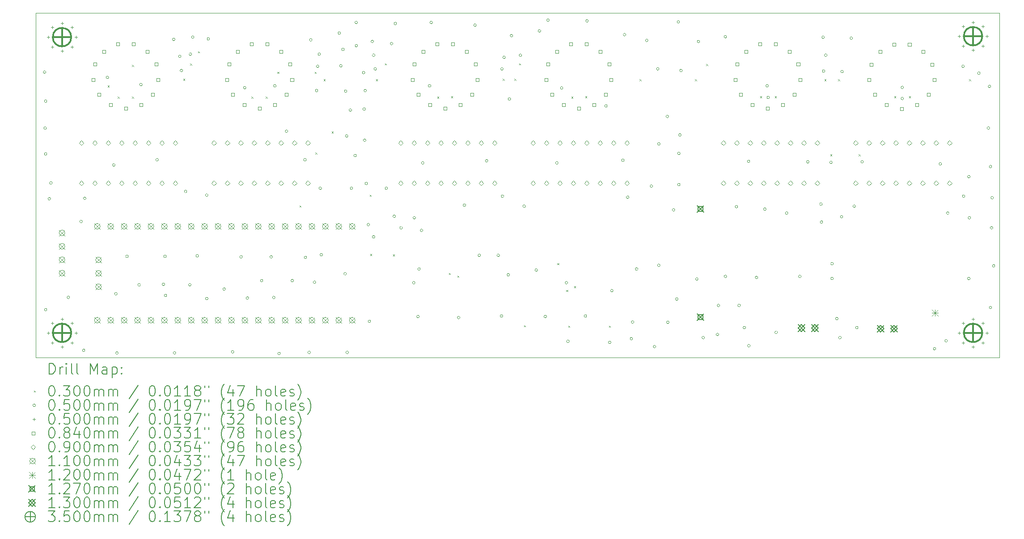
<source format=gbr>
%TF.GenerationSoftware,KiCad,Pcbnew,7.0.5-0*%
%TF.CreationDate,2023-07-07T16:59:42-04:00*%
%TF.ProjectId,nixie,6e697869-652e-46b6-9963-61645f706362,rev?*%
%TF.SameCoordinates,Original*%
%TF.FileFunction,Drillmap*%
%TF.FilePolarity,Positive*%
%FSLAX45Y45*%
G04 Gerber Fmt 4.5, Leading zero omitted, Abs format (unit mm)*
G04 Created by KiCad (PCBNEW 7.0.5-0) date 2023-07-07 16:59:42*
%MOMM*%
%LPD*%
G01*
G04 APERTURE LIST*
%ADD10C,0.050000*%
%ADD11C,0.200000*%
%ADD12C,0.030000*%
%ADD13C,0.084000*%
%ADD14C,0.090000*%
%ADD15C,0.110000*%
%ADD16C,0.120000*%
%ADD17C,0.127000*%
%ADD18C,0.130000*%
%ADD19C,0.350000*%
G04 APERTURE END LIST*
D10*
X24750000Y-14305700D02*
X24750000Y-7782210D01*
X6500000Y-14305700D02*
X24750000Y-14305700D01*
X24750000Y-7782210D02*
X6500000Y-7782210D01*
X6500000Y-7782210D02*
X6500000Y-14305700D01*
D11*
D12*
X7865000Y-9155000D02*
X7895000Y-9185000D01*
X7895000Y-9155000D02*
X7865000Y-9185000D01*
X8055000Y-9365000D02*
X8085000Y-9395000D01*
X8085000Y-9365000D02*
X8055000Y-9395000D01*
X8325000Y-8765000D02*
X8355000Y-8795000D01*
X8355000Y-8765000D02*
X8325000Y-8795000D01*
X8325000Y-9365000D02*
X8355000Y-9395000D01*
X8355000Y-9365000D02*
X8325000Y-9395000D01*
X9295000Y-9025000D02*
X9325000Y-9055000D01*
X9325000Y-9025000D02*
X9295000Y-9055000D01*
X9425000Y-8737200D02*
X9455000Y-8767200D01*
X9455000Y-8737200D02*
X9425000Y-8767200D01*
X9575000Y-8505000D02*
X9605000Y-8535000D01*
X9605000Y-8505000D02*
X9575000Y-8535000D01*
X10585000Y-9365000D02*
X10615000Y-9395000D01*
X10615000Y-9365000D02*
X10585000Y-9395000D01*
X10855000Y-9365000D02*
X10885000Y-9395000D01*
X10885000Y-9365000D02*
X10855000Y-9395000D01*
X11075000Y-8895000D02*
X11105000Y-8925000D01*
X11105000Y-8895000D02*
X11075000Y-8925000D01*
X11495000Y-11425000D02*
X11525000Y-11455000D01*
X11525000Y-11425000D02*
X11495000Y-11455000D01*
X11785000Y-8895000D02*
X11815000Y-8925000D01*
X11815000Y-8895000D02*
X11785000Y-8925000D01*
X11795000Y-10425000D02*
X11825000Y-10455000D01*
X11825000Y-10425000D02*
X11795000Y-10455000D01*
X11955000Y-9035000D02*
X11985000Y-9065000D01*
X11985000Y-9035000D02*
X11955000Y-9065000D01*
X12105000Y-10025000D02*
X12135000Y-10055000D01*
X12135000Y-10025000D02*
X12105000Y-10055000D01*
X12825000Y-11225000D02*
X12855000Y-11255000D01*
X12855000Y-11225000D02*
X12825000Y-11255000D01*
X12835000Y-12345000D02*
X12865000Y-12375000D01*
X12865000Y-12345000D02*
X12835000Y-12375000D01*
X12945000Y-9035000D02*
X12975000Y-9065000D01*
X12975000Y-9035000D02*
X12945000Y-9065000D01*
X13115000Y-8735000D02*
X13145000Y-8765000D01*
X13145000Y-8735000D02*
X13115000Y-8765000D01*
X13265000Y-12355000D02*
X13295000Y-12385000D01*
X13295000Y-12355000D02*
X13265000Y-12385000D01*
X14105000Y-9365000D02*
X14135000Y-9395000D01*
X14135000Y-9365000D02*
X14105000Y-9395000D01*
X14325000Y-12705000D02*
X14355000Y-12735000D01*
X14355000Y-12705000D02*
X14325000Y-12735000D01*
X14365000Y-9355000D02*
X14395000Y-9385000D01*
X14395000Y-9355000D02*
X14365000Y-9385000D01*
X14485000Y-12755000D02*
X14515000Y-12785000D01*
X14515000Y-12755000D02*
X14485000Y-12785000D01*
X15345000Y-9025000D02*
X15375000Y-9055000D01*
X15375000Y-9025000D02*
X15345000Y-9055000D01*
X15565000Y-9025000D02*
X15595000Y-9055000D01*
X15595000Y-9025000D02*
X15565000Y-9055000D01*
X15655000Y-8735000D02*
X15685000Y-8765000D01*
X15685000Y-8735000D02*
X15655000Y-8765000D01*
X15745000Y-13695000D02*
X15775000Y-13725000D01*
X15775000Y-13695000D02*
X15745000Y-13725000D01*
X16375000Y-12520000D02*
X16405000Y-12550000D01*
X16405000Y-12520000D02*
X16375000Y-12550000D01*
X16545000Y-13025000D02*
X16575000Y-13055000D01*
X16575000Y-13025000D02*
X16545000Y-13055000D01*
X16585000Y-13705000D02*
X16615000Y-13735000D01*
X16615000Y-13705000D02*
X16585000Y-13735000D01*
X16645000Y-9365000D02*
X16675000Y-9395000D01*
X16675000Y-9365000D02*
X16645000Y-9395000D01*
X16695000Y-12955000D02*
X16725000Y-12985000D01*
X16725000Y-12955000D02*
X16695000Y-12985000D01*
X16905000Y-9355000D02*
X16935000Y-9385000D01*
X16935000Y-9355000D02*
X16905000Y-9385000D01*
X17355000Y-13705000D02*
X17385000Y-13735000D01*
X17385000Y-13705000D02*
X17355000Y-13735000D01*
X17935000Y-9035000D02*
X17965000Y-9065000D01*
X17965000Y-9035000D02*
X17935000Y-9065000D01*
X18985000Y-9035000D02*
X19015000Y-9065000D01*
X19015000Y-9035000D02*
X18985000Y-9065000D01*
X19195000Y-8745000D02*
X19225000Y-8775000D01*
X19225000Y-8745000D02*
X19195000Y-8775000D01*
X20215000Y-9355000D02*
X20245000Y-9385000D01*
X20245000Y-9355000D02*
X20215000Y-9385000D01*
X20495000Y-9355000D02*
X20525000Y-9385000D01*
X20525000Y-9355000D02*
X20495000Y-9385000D01*
X21435000Y-9035000D02*
X21465000Y-9065000D01*
X21465000Y-9035000D02*
X21435000Y-9065000D01*
X21545000Y-10455000D02*
X21575000Y-10485000D01*
X21575000Y-10455000D02*
X21545000Y-10485000D01*
X21695000Y-9035000D02*
X21725000Y-9065000D01*
X21725000Y-9035000D02*
X21695000Y-9065000D01*
X22085000Y-10455000D02*
X22115000Y-10485000D01*
X22115000Y-10455000D02*
X22085000Y-10485000D01*
X22755000Y-9355000D02*
X22785000Y-9385000D01*
X22785000Y-9355000D02*
X22755000Y-9385000D01*
X23035000Y-9355000D02*
X23065000Y-9385000D01*
X23065000Y-9355000D02*
X23035000Y-9385000D01*
X24175000Y-9035000D02*
X24205000Y-9065000D01*
X24205000Y-9035000D02*
X24175000Y-9065000D01*
D10*
X6695000Y-8900000D02*
G75*
G03*
X6695000Y-8900000I-25000J0D01*
G01*
X6705000Y-9960000D02*
G75*
G03*
X6705000Y-9960000I-25000J0D01*
G01*
X6715000Y-9450000D02*
G75*
G03*
X6715000Y-9450000I-25000J0D01*
G01*
X6715000Y-10450000D02*
G75*
G03*
X6715000Y-10450000I-25000J0D01*
G01*
X6715000Y-13400000D02*
G75*
G03*
X6715000Y-13400000I-25000J0D01*
G01*
X6785000Y-11300000D02*
G75*
G03*
X6785000Y-11300000I-25000J0D01*
G01*
X6815000Y-11000000D02*
G75*
G03*
X6815000Y-11000000I-25000J0D01*
G01*
X7144887Y-13167109D02*
G75*
G03*
X7144887Y-13167109I-25000J0D01*
G01*
X7385000Y-11730000D02*
G75*
G03*
X7385000Y-11730000I-25000J0D01*
G01*
X7435000Y-14170000D02*
G75*
G03*
X7435000Y-14170000I-25000J0D01*
G01*
X7455000Y-11290000D02*
G75*
G03*
X7455000Y-11290000I-25000J0D01*
G01*
X7885000Y-9000000D02*
G75*
G03*
X7885000Y-9000000I-25000J0D01*
G01*
X8005000Y-10660000D02*
G75*
G03*
X8005000Y-10660000I-25000J0D01*
G01*
X8045000Y-13100000D02*
G75*
G03*
X8045000Y-13100000I-25000J0D01*
G01*
X8065000Y-14220000D02*
G75*
G03*
X8065000Y-14220000I-25000J0D01*
G01*
X8255000Y-12390000D02*
G75*
G03*
X8255000Y-12390000I-25000J0D01*
G01*
X8485000Y-12930000D02*
G75*
G03*
X8485000Y-12930000I-25000J0D01*
G01*
X8519465Y-9136207D02*
G75*
G03*
X8519465Y-9136207I-25000J0D01*
G01*
X8825000Y-10560000D02*
G75*
G03*
X8825000Y-10560000I-25000J0D01*
G01*
X8945000Y-12920000D02*
G75*
G03*
X8945000Y-12920000I-25000J0D01*
G01*
X8975000Y-12390000D02*
G75*
G03*
X8975000Y-12390000I-25000J0D01*
G01*
X8985000Y-13130000D02*
G75*
G03*
X8985000Y-13130000I-25000J0D01*
G01*
X9140859Y-8280447D02*
G75*
G03*
X9140859Y-8280447I-25000J0D01*
G01*
X9155000Y-14220000D02*
G75*
G03*
X9155000Y-14220000I-25000J0D01*
G01*
X9255000Y-8600000D02*
G75*
G03*
X9255000Y-8600000I-25000J0D01*
G01*
X9285000Y-8870000D02*
G75*
G03*
X9285000Y-8870000I-25000J0D01*
G01*
X9365000Y-11160000D02*
G75*
G03*
X9365000Y-11160000I-25000J0D01*
G01*
X9445000Y-12930000D02*
G75*
G03*
X9445000Y-12930000I-25000J0D01*
G01*
X9455000Y-8560000D02*
G75*
G03*
X9455000Y-8560000I-25000J0D01*
G01*
X9499908Y-8237361D02*
G75*
G03*
X9499908Y-8237361I-25000J0D01*
G01*
X9585000Y-12380000D02*
G75*
G03*
X9585000Y-12380000I-25000J0D01*
G01*
X9765000Y-11230000D02*
G75*
G03*
X9765000Y-11230000I-25000J0D01*
G01*
X9765000Y-13190000D02*
G75*
G03*
X9765000Y-13190000I-25000J0D01*
G01*
X9795000Y-8270000D02*
G75*
G03*
X9795000Y-8270000I-25000J0D01*
G01*
X10095000Y-13010000D02*
G75*
G03*
X10095000Y-13010000I-25000J0D01*
G01*
X10255000Y-14200000D02*
G75*
G03*
X10255000Y-14200000I-25000J0D01*
G01*
X10415000Y-12400000D02*
G75*
G03*
X10415000Y-12400000I-25000J0D01*
G01*
X10483641Y-9195374D02*
G75*
G03*
X10483641Y-9195374I-25000J0D01*
G01*
X10535000Y-13180000D02*
G75*
G03*
X10535000Y-13180000I-25000J0D01*
G01*
X10805000Y-12850000D02*
G75*
G03*
X10805000Y-12850000I-25000J0D01*
G01*
X10985000Y-12400000D02*
G75*
G03*
X10985000Y-12400000I-25000J0D01*
G01*
X11035000Y-13170000D02*
G75*
G03*
X11035000Y-13170000I-25000J0D01*
G01*
X11055000Y-9160000D02*
G75*
G03*
X11055000Y-9160000I-25000J0D01*
G01*
X11135000Y-14230000D02*
G75*
G03*
X11135000Y-14230000I-25000J0D01*
G01*
X11275000Y-10020000D02*
G75*
G03*
X11275000Y-10020000I-25000J0D01*
G01*
X11385000Y-12850000D02*
G75*
G03*
X11385000Y-12850000I-25000J0D01*
G01*
X11625000Y-10560000D02*
G75*
G03*
X11625000Y-10560000I-25000J0D01*
G01*
X11635000Y-12410000D02*
G75*
G03*
X11635000Y-12410000I-25000J0D01*
G01*
X11705000Y-14210000D02*
G75*
G03*
X11705000Y-14210000I-25000J0D01*
G01*
X11735000Y-8290000D02*
G75*
G03*
X11735000Y-8290000I-25000J0D01*
G01*
X11805000Y-12880000D02*
G75*
G03*
X11805000Y-12880000I-25000J0D01*
G01*
X11845000Y-9250000D02*
G75*
G03*
X11845000Y-9250000I-25000J0D01*
G01*
X11865000Y-8790000D02*
G75*
G03*
X11865000Y-8790000I-25000J0D01*
G01*
X11895000Y-8560000D02*
G75*
G03*
X11895000Y-8560000I-25000J0D01*
G01*
X11915000Y-11100000D02*
G75*
G03*
X11915000Y-11100000I-25000J0D01*
G01*
X11935000Y-12360000D02*
G75*
G03*
X11935000Y-12360000I-25000J0D01*
G01*
X12275000Y-8160000D02*
G75*
G03*
X12275000Y-8160000I-25000J0D01*
G01*
X12305000Y-8780000D02*
G75*
G03*
X12305000Y-8780000I-25000J0D01*
G01*
X12345000Y-8470000D02*
G75*
G03*
X12345000Y-8470000I-25000J0D01*
G01*
X12385000Y-12720000D02*
G75*
G03*
X12385000Y-12720000I-25000J0D01*
G01*
X12395000Y-9260000D02*
G75*
G03*
X12395000Y-9260000I-25000J0D01*
G01*
X12415000Y-10110000D02*
G75*
G03*
X12415000Y-10110000I-25000J0D01*
G01*
X12425000Y-14210000D02*
G75*
G03*
X12425000Y-14210000I-25000J0D01*
G01*
X12485000Y-9620000D02*
G75*
G03*
X12485000Y-9620000I-25000J0D01*
G01*
X12505000Y-11100000D02*
G75*
G03*
X12505000Y-11100000I-25000J0D01*
G01*
X12575000Y-10480000D02*
G75*
G03*
X12575000Y-10480000I-25000J0D01*
G01*
X12595000Y-7960000D02*
G75*
G03*
X12595000Y-7960000I-25000J0D01*
G01*
X12597473Y-8399469D02*
G75*
G03*
X12597473Y-8399469I-25000J0D01*
G01*
X12735000Y-8910000D02*
G75*
G03*
X12735000Y-8910000I-25000J0D01*
G01*
X12745000Y-9600000D02*
G75*
G03*
X12745000Y-9600000I-25000J0D01*
G01*
X12755000Y-10190000D02*
G75*
G03*
X12755000Y-10190000I-25000J0D01*
G01*
X12765000Y-9250000D02*
G75*
G03*
X12765000Y-9250000I-25000J0D01*
G01*
X12785000Y-11010000D02*
G75*
G03*
X12785000Y-11010000I-25000J0D01*
G01*
X12825000Y-11790000D02*
G75*
G03*
X12825000Y-11790000I-25000J0D01*
G01*
X12845000Y-13620000D02*
G75*
G03*
X12845000Y-13620000I-25000J0D01*
G01*
X12900087Y-8318772D02*
G75*
G03*
X12900087Y-8318772I-25000J0D01*
G01*
X12925000Y-8580000D02*
G75*
G03*
X12925000Y-8580000I-25000J0D01*
G01*
X12925000Y-12020000D02*
G75*
G03*
X12925000Y-12020000I-25000J0D01*
G01*
X12955000Y-8840000D02*
G75*
G03*
X12955000Y-8840000I-25000J0D01*
G01*
X13165000Y-11100000D02*
G75*
G03*
X13165000Y-11100000I-25000J0D01*
G01*
X13265000Y-8360000D02*
G75*
G03*
X13265000Y-8360000I-25000J0D01*
G01*
X13315000Y-11630000D02*
G75*
G03*
X13315000Y-11630000I-25000J0D01*
G01*
X13335000Y-7980000D02*
G75*
G03*
X13335000Y-7980000I-25000J0D01*
G01*
X13445000Y-11850000D02*
G75*
G03*
X13445000Y-11850000I-25000J0D01*
G01*
X13685000Y-12890000D02*
G75*
G03*
X13685000Y-12890000I-25000J0D01*
G01*
X13695000Y-11660000D02*
G75*
G03*
X13695000Y-11660000I-25000J0D01*
G01*
X13765000Y-13530000D02*
G75*
G03*
X13765000Y-13530000I-25000J0D01*
G01*
X13785000Y-12630000D02*
G75*
G03*
X13785000Y-12630000I-25000J0D01*
G01*
X13832844Y-11898450D02*
G75*
G03*
X13832844Y-11898450I-25000J0D01*
G01*
X13855000Y-10620000D02*
G75*
G03*
X13855000Y-10620000I-25000J0D01*
G01*
X13985000Y-9160000D02*
G75*
G03*
X13985000Y-9160000I-25000J0D01*
G01*
X14015000Y-7960000D02*
G75*
G03*
X14015000Y-7960000I-25000J0D01*
G01*
X14535000Y-13550000D02*
G75*
G03*
X14535000Y-13550000I-25000J0D01*
G01*
X14645000Y-11420000D02*
G75*
G03*
X14645000Y-11420000I-25000J0D01*
G01*
X14845000Y-8010000D02*
G75*
G03*
X14845000Y-8010000I-25000J0D01*
G01*
X14925000Y-12370000D02*
G75*
G03*
X14925000Y-12370000I-25000J0D01*
G01*
X15065000Y-10580000D02*
G75*
G03*
X15065000Y-10580000I-25000J0D01*
G01*
X15285000Y-12370000D02*
G75*
G03*
X15285000Y-12370000I-25000J0D01*
G01*
X15345000Y-13520000D02*
G75*
G03*
X15345000Y-13520000I-25000J0D01*
G01*
X15355000Y-8840000D02*
G75*
G03*
X15355000Y-8840000I-25000J0D01*
G01*
X15365000Y-11250000D02*
G75*
G03*
X15365000Y-11250000I-25000J0D01*
G01*
X15395000Y-8620000D02*
G75*
G03*
X15395000Y-8620000I-25000J0D01*
G01*
X15475000Y-12740000D02*
G75*
G03*
X15475000Y-12740000I-25000J0D01*
G01*
X15495000Y-9410000D02*
G75*
G03*
X15495000Y-9410000I-25000J0D01*
G01*
X15535000Y-8210000D02*
G75*
G03*
X15535000Y-8210000I-25000J0D01*
G01*
X15705000Y-8580000D02*
G75*
G03*
X15705000Y-8580000I-25000J0D01*
G01*
X15775000Y-11440000D02*
G75*
G03*
X15775000Y-11440000I-25000J0D01*
G01*
X16005000Y-12650000D02*
G75*
G03*
X16005000Y-12650000I-25000J0D01*
G01*
X16065000Y-8120000D02*
G75*
G03*
X16065000Y-8120000I-25000J0D01*
G01*
X16175000Y-13530000D02*
G75*
G03*
X16175000Y-13530000I-25000J0D01*
G01*
X16225663Y-7915321D02*
G75*
G03*
X16225663Y-7915321I-25000J0D01*
G01*
X16395000Y-10620000D02*
G75*
G03*
X16395000Y-10620000I-25000J0D01*
G01*
X16485000Y-9200000D02*
G75*
G03*
X16485000Y-9200000I-25000J0D01*
G01*
X16575000Y-12890000D02*
G75*
G03*
X16575000Y-12890000I-25000J0D01*
G01*
X16605000Y-14000000D02*
G75*
G03*
X16605000Y-14000000I-25000J0D01*
G01*
X16935000Y-13520000D02*
G75*
G03*
X16935000Y-13520000I-25000J0D01*
G01*
X16965000Y-7930000D02*
G75*
G03*
X16965000Y-7930000I-25000J0D01*
G01*
X17325000Y-9540000D02*
G75*
G03*
X17325000Y-9540000I-25000J0D01*
G01*
X17395000Y-14020000D02*
G75*
G03*
X17395000Y-14020000I-25000J0D01*
G01*
X17435000Y-13040000D02*
G75*
G03*
X17435000Y-13040000I-25000J0D01*
G01*
X17645000Y-10570000D02*
G75*
G03*
X17645000Y-10570000I-25000J0D01*
G01*
X17675000Y-8190000D02*
G75*
G03*
X17675000Y-8190000I-25000J0D01*
G01*
X17735000Y-11270000D02*
G75*
G03*
X17735000Y-11270000I-25000J0D01*
G01*
X17805000Y-13950000D02*
G75*
G03*
X17805000Y-13950000I-25000J0D01*
G01*
X17829590Y-13635648D02*
G75*
G03*
X17829590Y-13635648I-25000J0D01*
G01*
X17905000Y-12630000D02*
G75*
G03*
X17905000Y-12630000I-25000J0D01*
G01*
X18095000Y-8300000D02*
G75*
G03*
X18095000Y-8300000I-25000J0D01*
G01*
X18185000Y-11060000D02*
G75*
G03*
X18185000Y-11060000I-25000J0D01*
G01*
X18245000Y-14100000D02*
G75*
G03*
X18245000Y-14100000I-25000J0D01*
G01*
X18305000Y-8840000D02*
G75*
G03*
X18305000Y-8840000I-25000J0D01*
G01*
X18325000Y-10260000D02*
G75*
G03*
X18325000Y-10260000I-25000J0D01*
G01*
X18325000Y-12560000D02*
G75*
G03*
X18325000Y-12560000I-25000J0D01*
G01*
X18485000Y-9740000D02*
G75*
G03*
X18485000Y-9740000I-25000J0D01*
G01*
X18495000Y-13640000D02*
G75*
G03*
X18495000Y-13640000I-25000J0D01*
G01*
X18605000Y-11510000D02*
G75*
G03*
X18605000Y-11510000I-25000J0D01*
G01*
X18665000Y-13200000D02*
G75*
G03*
X18665000Y-13200000I-25000J0D01*
G01*
X18695000Y-7950000D02*
G75*
G03*
X18695000Y-7950000I-25000J0D01*
G01*
X18705000Y-10440000D02*
G75*
G03*
X18705000Y-10440000I-25000J0D01*
G01*
X18705000Y-11030000D02*
G75*
G03*
X18705000Y-11030000I-25000J0D01*
G01*
X18725000Y-10090000D02*
G75*
G03*
X18725000Y-10090000I-25000J0D01*
G01*
X18745000Y-8870000D02*
G75*
G03*
X18745000Y-8870000I-25000J0D01*
G01*
X19045000Y-12820000D02*
G75*
G03*
X19045000Y-12820000I-25000J0D01*
G01*
X19075000Y-8320000D02*
G75*
G03*
X19075000Y-8320000I-25000J0D01*
G01*
X19165000Y-13930000D02*
G75*
G03*
X19165000Y-13930000I-25000J0D01*
G01*
X19435000Y-13870000D02*
G75*
G03*
X19435000Y-13870000I-25000J0D01*
G01*
X19455000Y-13320000D02*
G75*
G03*
X19455000Y-13320000I-25000J0D01*
G01*
X19585000Y-8230000D02*
G75*
G03*
X19585000Y-8230000I-25000J0D01*
G01*
X19585000Y-12770000D02*
G75*
G03*
X19585000Y-12770000I-25000J0D01*
G01*
X19795000Y-11450000D02*
G75*
G03*
X19795000Y-11450000I-25000J0D01*
G01*
X19845000Y-13320000D02*
G75*
G03*
X19845000Y-13320000I-25000J0D01*
G01*
X19945000Y-13740000D02*
G75*
G03*
X19945000Y-13740000I-25000J0D01*
G01*
X20025000Y-10590000D02*
G75*
G03*
X20025000Y-10590000I-25000J0D01*
G01*
X20028969Y-14083575D02*
G75*
G03*
X20028969Y-14083575I-25000J0D01*
G01*
X20175000Y-12790000D02*
G75*
G03*
X20175000Y-12790000I-25000J0D01*
G01*
X20331525Y-11495443D02*
G75*
G03*
X20331525Y-11495443I-25000J0D01*
G01*
X20375000Y-9160000D02*
G75*
G03*
X20375000Y-9160000I-25000J0D01*
G01*
X20395000Y-9380000D02*
G75*
G03*
X20395000Y-9380000I-25000J0D01*
G01*
X20545000Y-13830000D02*
G75*
G03*
X20545000Y-13830000I-25000J0D01*
G01*
X20745000Y-11570000D02*
G75*
G03*
X20745000Y-11570000I-25000J0D01*
G01*
X20995000Y-12770000D02*
G75*
G03*
X20995000Y-12770000I-25000J0D01*
G01*
X21145000Y-10600000D02*
G75*
G03*
X21145000Y-10600000I-25000J0D01*
G01*
X21395000Y-11400000D02*
G75*
G03*
X21395000Y-11400000I-25000J0D01*
G01*
X21405000Y-11740000D02*
G75*
G03*
X21405000Y-11740000I-25000J0D01*
G01*
X21434954Y-8239553D02*
G75*
G03*
X21434954Y-8239553I-25000J0D01*
G01*
X21445000Y-8880000D02*
G75*
G03*
X21445000Y-8880000I-25000J0D01*
G01*
X21485000Y-8580000D02*
G75*
G03*
X21485000Y-8580000I-25000J0D01*
G01*
X21585000Y-10610000D02*
G75*
G03*
X21585000Y-10610000I-25000J0D01*
G01*
X21605000Y-12530000D02*
G75*
G03*
X21605000Y-12530000I-25000J0D01*
G01*
X21605000Y-12810000D02*
G75*
G03*
X21605000Y-12810000I-25000J0D01*
G01*
X21695000Y-13570000D02*
G75*
G03*
X21695000Y-13570000I-25000J0D01*
G01*
X21755000Y-13930000D02*
G75*
G03*
X21755000Y-13930000I-25000J0D01*
G01*
X21785000Y-11640000D02*
G75*
G03*
X21785000Y-11640000I-25000J0D01*
G01*
X21795000Y-8890000D02*
G75*
G03*
X21795000Y-8890000I-25000J0D01*
G01*
X21969294Y-8256606D02*
G75*
G03*
X21969294Y-8256606I-25000J0D01*
G01*
X22025000Y-11440000D02*
G75*
G03*
X22025000Y-11440000I-25000J0D01*
G01*
X22075000Y-13740000D02*
G75*
G03*
X22075000Y-13740000I-25000J0D01*
G01*
X22175000Y-10600000D02*
G75*
G03*
X22175000Y-10600000I-25000J0D01*
G01*
X22935000Y-9190000D02*
G75*
G03*
X22935000Y-9190000I-25000J0D01*
G01*
X22935000Y-9400000D02*
G75*
G03*
X22935000Y-9400000I-25000J0D01*
G01*
X23545000Y-14140000D02*
G75*
G03*
X23545000Y-14140000I-25000J0D01*
G01*
X23655310Y-10638123D02*
G75*
G03*
X23655310Y-10638123I-25000J0D01*
G01*
X23765000Y-13990000D02*
G75*
G03*
X23765000Y-13990000I-25000J0D01*
G01*
X23795000Y-11570000D02*
G75*
G03*
X23795000Y-11570000I-25000J0D01*
G01*
X24085000Y-8790000D02*
G75*
G03*
X24085000Y-8790000I-25000J0D01*
G01*
X24095000Y-11250000D02*
G75*
G03*
X24095000Y-11250000I-25000J0D01*
G01*
X24195000Y-10880000D02*
G75*
G03*
X24195000Y-10880000I-25000J0D01*
G01*
X24195000Y-12810000D02*
G75*
G03*
X24195000Y-12810000I-25000J0D01*
G01*
X24205000Y-11660000D02*
G75*
G03*
X24205000Y-11660000I-25000J0D01*
G01*
X24385000Y-8920000D02*
G75*
G03*
X24385000Y-8920000I-25000J0D01*
G01*
X24565000Y-9960000D02*
G75*
G03*
X24565000Y-9960000I-25000J0D01*
G01*
X24585000Y-9170000D02*
G75*
G03*
X24585000Y-9170000I-25000J0D01*
G01*
X24605000Y-10690000D02*
G75*
G03*
X24605000Y-10690000I-25000J0D01*
G01*
X24605000Y-13360000D02*
G75*
G03*
X24605000Y-13360000I-25000J0D01*
G01*
X24625000Y-11850000D02*
G75*
G03*
X24625000Y-11850000I-25000J0D01*
G01*
X24635000Y-11280000D02*
G75*
G03*
X24635000Y-11280000I-25000J0D01*
G01*
X24665000Y-12570000D02*
G75*
G03*
X24665000Y-12570000I-25000J0D01*
G01*
X6737500Y-8212500D02*
X6737500Y-8262500D01*
X6712500Y-8237500D02*
X6762500Y-8237500D01*
X6737500Y-13815000D02*
X6737500Y-13865000D01*
X6712500Y-13840000D02*
X6762500Y-13840000D01*
X6814384Y-8026884D02*
X6814384Y-8076884D01*
X6789384Y-8051884D02*
X6839384Y-8051884D01*
X6814384Y-8398116D02*
X6814384Y-8448116D01*
X6789384Y-8423116D02*
X6839384Y-8423116D01*
X6814384Y-13629384D02*
X6814384Y-13679384D01*
X6789384Y-13654384D02*
X6839384Y-13654384D01*
X6814384Y-14000615D02*
X6814384Y-14050615D01*
X6789384Y-14025615D02*
X6839384Y-14025615D01*
X7000000Y-7950000D02*
X7000000Y-8000000D01*
X6975000Y-7975000D02*
X7025000Y-7975000D01*
X7000000Y-8475000D02*
X7000000Y-8525000D01*
X6975000Y-8500000D02*
X7025000Y-8500000D01*
X7000000Y-13552500D02*
X7000000Y-13602500D01*
X6975000Y-13577500D02*
X7025000Y-13577500D01*
X7000000Y-14077500D02*
X7000000Y-14127500D01*
X6975000Y-14102500D02*
X7025000Y-14102500D01*
X7185615Y-8026884D02*
X7185615Y-8076884D01*
X7160615Y-8051884D02*
X7210615Y-8051884D01*
X7185615Y-8398116D02*
X7185615Y-8448116D01*
X7160615Y-8423116D02*
X7210615Y-8423116D01*
X7185615Y-13629384D02*
X7185615Y-13679384D01*
X7160615Y-13654384D02*
X7210615Y-13654384D01*
X7185615Y-14000615D02*
X7185615Y-14050615D01*
X7160615Y-14025615D02*
X7210615Y-14025615D01*
X7262500Y-8212500D02*
X7262500Y-8262500D01*
X7237500Y-8237500D02*
X7287500Y-8237500D01*
X7262500Y-13815000D02*
X7262500Y-13865000D01*
X7237500Y-13840000D02*
X7287500Y-13840000D01*
X23987500Y-8195000D02*
X23987500Y-8245000D01*
X23962500Y-8220000D02*
X24012500Y-8220000D01*
X23987500Y-13815000D02*
X23987500Y-13865000D01*
X23962500Y-13840000D02*
X24012500Y-13840000D01*
X24064384Y-8009384D02*
X24064384Y-8059384D01*
X24039384Y-8034384D02*
X24089384Y-8034384D01*
X24064384Y-8380615D02*
X24064384Y-8430616D01*
X24039384Y-8405616D02*
X24089384Y-8405616D01*
X24064384Y-13629384D02*
X24064384Y-13679384D01*
X24039384Y-13654384D02*
X24089384Y-13654384D01*
X24064384Y-14000615D02*
X24064384Y-14050615D01*
X24039384Y-14025615D02*
X24089384Y-14025615D01*
X24250000Y-7932500D02*
X24250000Y-7982500D01*
X24225000Y-7957500D02*
X24275000Y-7957500D01*
X24250000Y-8457500D02*
X24250000Y-8507500D01*
X24225000Y-8482500D02*
X24275000Y-8482500D01*
X24250000Y-13552500D02*
X24250000Y-13602500D01*
X24225000Y-13577500D02*
X24275000Y-13577500D01*
X24250000Y-14077500D02*
X24250000Y-14127500D01*
X24225000Y-14102500D02*
X24275000Y-14102500D01*
X24435615Y-8009384D02*
X24435615Y-8059384D01*
X24410615Y-8034384D02*
X24460615Y-8034384D01*
X24435615Y-8380615D02*
X24435615Y-8430616D01*
X24410615Y-8405616D02*
X24460615Y-8405616D01*
X24435615Y-13629384D02*
X24435615Y-13679384D01*
X24410615Y-13654384D02*
X24460615Y-13654384D01*
X24435615Y-14000615D02*
X24435615Y-14050615D01*
X24410615Y-14025615D02*
X24460615Y-14025615D01*
X24512500Y-8195000D02*
X24512500Y-8245000D01*
X24487500Y-8220000D02*
X24537500Y-8220000D01*
X24512500Y-13815000D02*
X24512500Y-13865000D01*
X24487500Y-13840000D02*
X24537500Y-13840000D01*
D13*
X7623099Y-9076009D02*
X7623099Y-9016611D01*
X7563701Y-9016611D01*
X7563701Y-9076009D01*
X7623099Y-9076009D01*
X7658809Y-8781899D02*
X7658809Y-8722501D01*
X7599411Y-8722501D01*
X7599411Y-8781899D01*
X7658809Y-8781899D01*
X7728159Y-9353029D02*
X7728159Y-9293631D01*
X7668761Y-9293631D01*
X7668761Y-9353029D01*
X7728159Y-9353029D01*
X7827109Y-8538079D02*
X7827109Y-8478681D01*
X7767711Y-8478681D01*
X7767711Y-8538079D01*
X7827109Y-8538079D01*
X7949919Y-9549489D02*
X7949919Y-9490091D01*
X7890521Y-9490091D01*
X7890521Y-9549489D01*
X7949919Y-9549489D01*
X8089449Y-8400389D02*
X8089449Y-8340991D01*
X8030051Y-8340991D01*
X8030051Y-8400389D01*
X8089449Y-8400389D01*
X8237579Y-9620389D02*
X8237579Y-9560991D01*
X8178181Y-9560991D01*
X8178181Y-9620389D01*
X8237579Y-9620389D01*
X8385709Y-8400389D02*
X8385709Y-8340991D01*
X8326311Y-8340991D01*
X8326311Y-8400389D01*
X8385709Y-8400389D01*
X8525239Y-9549489D02*
X8525239Y-9490091D01*
X8465841Y-9490091D01*
X8465841Y-9549489D01*
X8525239Y-9549489D01*
X8648049Y-8538079D02*
X8648049Y-8478681D01*
X8588651Y-8478681D01*
X8588651Y-8538079D01*
X8648049Y-8538079D01*
X8746999Y-9353029D02*
X8746999Y-9293631D01*
X8687601Y-9293631D01*
X8687601Y-9353029D01*
X8746999Y-9353029D01*
X8816349Y-8781899D02*
X8816349Y-8722501D01*
X8756951Y-8722501D01*
X8756951Y-8781899D01*
X8816349Y-8781899D01*
X8852059Y-9076009D02*
X8852059Y-9016611D01*
X8792661Y-9016611D01*
X8792661Y-9076009D01*
X8852059Y-9076009D01*
X10155279Y-9076009D02*
X10155279Y-9016611D01*
X10095881Y-9016611D01*
X10095881Y-9076009D01*
X10155279Y-9076009D01*
X10190989Y-8781899D02*
X10190989Y-8722501D01*
X10131591Y-8722501D01*
X10131591Y-8781899D01*
X10190989Y-8781899D01*
X10260339Y-9353029D02*
X10260339Y-9293631D01*
X10200941Y-9293631D01*
X10200941Y-9353029D01*
X10260339Y-9353029D01*
X10359289Y-8538079D02*
X10359289Y-8478681D01*
X10299891Y-8478681D01*
X10299891Y-8538079D01*
X10359289Y-8538079D01*
X10482099Y-9549489D02*
X10482099Y-9490091D01*
X10422701Y-9490091D01*
X10422701Y-9549489D01*
X10482099Y-9549489D01*
X10621629Y-8400389D02*
X10621629Y-8340991D01*
X10562231Y-8340991D01*
X10562231Y-8400389D01*
X10621629Y-8400389D01*
X10769759Y-9620389D02*
X10769759Y-9560991D01*
X10710361Y-9560991D01*
X10710361Y-9620389D01*
X10769759Y-9620389D01*
X10917889Y-8400389D02*
X10917889Y-8340991D01*
X10858491Y-8340991D01*
X10858491Y-8400389D01*
X10917889Y-8400389D01*
X11057419Y-9549489D02*
X11057419Y-9490091D01*
X10998021Y-9490091D01*
X10998021Y-9549489D01*
X11057419Y-9549489D01*
X11180229Y-8538079D02*
X11180229Y-8478681D01*
X11120831Y-8478681D01*
X11120831Y-8538079D01*
X11180229Y-8538079D01*
X11279179Y-9353029D02*
X11279179Y-9293631D01*
X11219781Y-9293631D01*
X11219781Y-9353029D01*
X11279179Y-9353029D01*
X11348529Y-8781899D02*
X11348529Y-8722501D01*
X11289131Y-8722501D01*
X11289131Y-8781899D01*
X11348529Y-8781899D01*
X11384239Y-9076009D02*
X11384239Y-9016611D01*
X11324841Y-9016611D01*
X11324841Y-9076009D01*
X11384239Y-9076009D01*
X13667499Y-9076009D02*
X13667499Y-9016611D01*
X13608101Y-9016611D01*
X13608101Y-9076009D01*
X13667499Y-9076009D01*
X13703209Y-8781899D02*
X13703209Y-8722501D01*
X13643811Y-8722501D01*
X13643811Y-8781899D01*
X13703209Y-8781899D01*
X13772559Y-9353029D02*
X13772559Y-9293631D01*
X13713161Y-9293631D01*
X13713161Y-9353029D01*
X13772559Y-9353029D01*
X13871509Y-8538079D02*
X13871509Y-8478681D01*
X13812111Y-8478681D01*
X13812111Y-8538079D01*
X13871509Y-8538079D01*
X13994319Y-9549489D02*
X13994319Y-9490091D01*
X13934921Y-9490091D01*
X13934921Y-9549489D01*
X13994319Y-9549489D01*
X14133849Y-8400389D02*
X14133849Y-8340991D01*
X14074451Y-8340991D01*
X14074451Y-8400389D01*
X14133849Y-8400389D01*
X14281979Y-9620389D02*
X14281979Y-9560991D01*
X14222581Y-9560991D01*
X14222581Y-9620389D01*
X14281979Y-9620389D01*
X14430109Y-8400389D02*
X14430109Y-8340991D01*
X14370711Y-8340991D01*
X14370711Y-8400389D01*
X14430109Y-8400389D01*
X14569639Y-9549489D02*
X14569639Y-9490091D01*
X14510241Y-9490091D01*
X14510241Y-9549489D01*
X14569639Y-9549489D01*
X14692449Y-8538079D02*
X14692449Y-8478681D01*
X14633051Y-8478681D01*
X14633051Y-8538079D01*
X14692449Y-8538079D01*
X14791399Y-9353029D02*
X14791399Y-9293631D01*
X14732001Y-9293631D01*
X14732001Y-9353029D01*
X14791399Y-9353029D01*
X14860749Y-8781899D02*
X14860749Y-8722501D01*
X14801351Y-8722501D01*
X14801351Y-8781899D01*
X14860749Y-8781899D01*
X14896459Y-9076009D02*
X14896459Y-9016611D01*
X14837061Y-9016611D01*
X14837061Y-9076009D01*
X14896459Y-9076009D01*
X16199679Y-9076009D02*
X16199679Y-9016611D01*
X16140281Y-9016611D01*
X16140281Y-9076009D01*
X16199679Y-9076009D01*
X16235389Y-8781899D02*
X16235389Y-8722501D01*
X16175991Y-8722501D01*
X16175991Y-8781899D01*
X16235389Y-8781899D01*
X16304739Y-9353029D02*
X16304739Y-9293631D01*
X16245341Y-9293631D01*
X16245341Y-9353029D01*
X16304739Y-9353029D01*
X16403689Y-8538079D02*
X16403689Y-8478681D01*
X16344291Y-8478681D01*
X16344291Y-8538079D01*
X16403689Y-8538079D01*
X16526499Y-9549489D02*
X16526499Y-9490091D01*
X16467101Y-9490091D01*
X16467101Y-9549489D01*
X16526499Y-9549489D01*
X16666029Y-8400389D02*
X16666029Y-8340991D01*
X16606631Y-8340991D01*
X16606631Y-8400389D01*
X16666029Y-8400389D01*
X16814159Y-9620389D02*
X16814159Y-9560991D01*
X16754761Y-9560991D01*
X16754761Y-9620389D01*
X16814159Y-9620389D01*
X16962289Y-8400389D02*
X16962289Y-8340991D01*
X16902891Y-8340991D01*
X16902891Y-8400389D01*
X16962289Y-8400389D01*
X17101819Y-9549489D02*
X17101819Y-9490091D01*
X17042421Y-9490091D01*
X17042421Y-9549489D01*
X17101819Y-9549489D01*
X17224629Y-8538079D02*
X17224629Y-8478681D01*
X17165231Y-8478681D01*
X17165231Y-8538079D01*
X17224629Y-8538079D01*
X17323579Y-9353029D02*
X17323579Y-9293631D01*
X17264181Y-9293631D01*
X17264181Y-9353029D01*
X17323579Y-9353029D01*
X17392929Y-8781899D02*
X17392929Y-8722501D01*
X17333531Y-8722501D01*
X17333531Y-8781899D01*
X17392929Y-8781899D01*
X17428639Y-9076009D02*
X17428639Y-9016611D01*
X17369241Y-9016611D01*
X17369241Y-9076009D01*
X17428639Y-9076009D01*
X19775239Y-9076009D02*
X19775239Y-9016611D01*
X19715841Y-9016611D01*
X19715841Y-9076009D01*
X19775239Y-9076009D01*
X19810949Y-8781899D02*
X19810949Y-8722501D01*
X19751551Y-8722501D01*
X19751551Y-8781899D01*
X19810949Y-8781899D01*
X19880299Y-9353029D02*
X19880299Y-9293631D01*
X19820901Y-9293631D01*
X19820901Y-9353029D01*
X19880299Y-9353029D01*
X19979249Y-8538079D02*
X19979249Y-8478681D01*
X19919851Y-8478681D01*
X19919851Y-8538079D01*
X19979249Y-8538079D01*
X20102059Y-9549489D02*
X20102059Y-9490091D01*
X20042661Y-9490091D01*
X20042661Y-9549489D01*
X20102059Y-9549489D01*
X20241589Y-8400389D02*
X20241589Y-8340991D01*
X20182191Y-8340991D01*
X20182191Y-8400389D01*
X20241589Y-8400389D01*
X20389719Y-9620389D02*
X20389719Y-9560991D01*
X20330321Y-9560991D01*
X20330321Y-9620389D01*
X20389719Y-9620389D01*
X20537849Y-8400389D02*
X20537849Y-8340991D01*
X20478451Y-8340991D01*
X20478451Y-8400389D01*
X20537849Y-8400389D01*
X20677379Y-9549489D02*
X20677379Y-9490091D01*
X20617981Y-9490091D01*
X20617981Y-9549489D01*
X20677379Y-9549489D01*
X20800189Y-8538079D02*
X20800189Y-8478681D01*
X20740791Y-8478681D01*
X20740791Y-8538079D01*
X20800189Y-8538079D01*
X20899139Y-9353029D02*
X20899139Y-9293631D01*
X20839741Y-9293631D01*
X20839741Y-9353029D01*
X20899139Y-9353029D01*
X20968489Y-8781899D02*
X20968489Y-8722501D01*
X20909091Y-8722501D01*
X20909091Y-8781899D01*
X20968489Y-8781899D01*
X21004199Y-9076009D02*
X21004199Y-9016611D01*
X20944801Y-9016611D01*
X20944801Y-9076009D01*
X21004199Y-9076009D01*
X22314159Y-9077919D02*
X22314159Y-9018521D01*
X22254761Y-9018521D01*
X22254761Y-9077919D01*
X22314159Y-9077919D01*
X22349869Y-8783809D02*
X22349869Y-8724411D01*
X22290471Y-8724411D01*
X22290471Y-8783809D01*
X22349869Y-8783809D01*
X22419219Y-9354939D02*
X22419219Y-9295541D01*
X22359821Y-9295541D01*
X22359821Y-9354939D01*
X22419219Y-9354939D01*
X22518169Y-8539989D02*
X22518169Y-8480591D01*
X22458771Y-8480591D01*
X22458771Y-8539989D01*
X22518169Y-8539989D01*
X22640979Y-9551399D02*
X22640979Y-9492001D01*
X22581581Y-9492001D01*
X22581581Y-9551399D01*
X22640979Y-9551399D01*
X22780509Y-8402299D02*
X22780509Y-8342901D01*
X22721111Y-8342901D01*
X22721111Y-8402299D01*
X22780509Y-8402299D01*
X22928639Y-9622299D02*
X22928639Y-9562901D01*
X22869241Y-9562901D01*
X22869241Y-9622299D01*
X22928639Y-9622299D01*
X23076769Y-8402299D02*
X23076769Y-8342901D01*
X23017371Y-8342901D01*
X23017371Y-8402299D01*
X23076769Y-8402299D01*
X23216299Y-9551399D02*
X23216299Y-9492001D01*
X23156901Y-9492001D01*
X23156901Y-9551399D01*
X23216299Y-9551399D01*
X23339109Y-8539989D02*
X23339109Y-8480591D01*
X23279711Y-8480591D01*
X23279711Y-8539989D01*
X23339109Y-8539989D01*
X23438059Y-9354939D02*
X23438059Y-9295541D01*
X23378661Y-9295541D01*
X23378661Y-9354939D01*
X23438059Y-9354939D01*
X23507409Y-8783809D02*
X23507409Y-8724411D01*
X23448011Y-8724411D01*
X23448011Y-8783809D01*
X23507409Y-8783809D01*
X23543119Y-9077919D02*
X23543119Y-9018521D01*
X23483721Y-9018521D01*
X23483721Y-9077919D01*
X23543119Y-9077919D01*
D14*
X7368260Y-10286700D02*
X7413260Y-10241700D01*
X7368260Y-10196700D01*
X7323260Y-10241700D01*
X7368260Y-10286700D01*
X7368260Y-11048700D02*
X7413260Y-11003700D01*
X7368260Y-10958700D01*
X7323260Y-11003700D01*
X7368260Y-11048700D01*
X7622260Y-10286700D02*
X7667260Y-10241700D01*
X7622260Y-10196700D01*
X7577260Y-10241700D01*
X7622260Y-10286700D01*
X7622260Y-11048700D02*
X7667260Y-11003700D01*
X7622260Y-10958700D01*
X7577260Y-11003700D01*
X7622260Y-11048700D01*
X7876260Y-10286700D02*
X7921260Y-10241700D01*
X7876260Y-10196700D01*
X7831260Y-10241700D01*
X7876260Y-10286700D01*
X7876260Y-11048700D02*
X7921260Y-11003700D01*
X7876260Y-10958700D01*
X7831260Y-11003700D01*
X7876260Y-11048700D01*
X8130260Y-10286700D02*
X8175260Y-10241700D01*
X8130260Y-10196700D01*
X8085260Y-10241700D01*
X8130260Y-10286700D01*
X8130260Y-11048700D02*
X8175260Y-11003700D01*
X8130260Y-10958700D01*
X8085260Y-11003700D01*
X8130260Y-11048700D01*
X8384260Y-10286700D02*
X8429260Y-10241700D01*
X8384260Y-10196700D01*
X8339260Y-10241700D01*
X8384260Y-10286700D01*
X8384260Y-11048700D02*
X8429260Y-11003700D01*
X8384260Y-10958700D01*
X8339260Y-11003700D01*
X8384260Y-11048700D01*
X8638260Y-10286700D02*
X8683260Y-10241700D01*
X8638260Y-10196700D01*
X8593260Y-10241700D01*
X8638260Y-10286700D01*
X8638260Y-11048700D02*
X8683260Y-11003700D01*
X8638260Y-10958700D01*
X8593260Y-11003700D01*
X8638260Y-11048700D01*
X8892260Y-10286700D02*
X8937260Y-10241700D01*
X8892260Y-10196700D01*
X8847260Y-10241700D01*
X8892260Y-10286700D01*
X8892260Y-11048700D02*
X8937260Y-11003700D01*
X8892260Y-10958700D01*
X8847260Y-11003700D01*
X8892260Y-11048700D01*
X9146260Y-10286700D02*
X9191260Y-10241700D01*
X9146260Y-10196700D01*
X9101260Y-10241700D01*
X9146260Y-10286700D01*
X9146260Y-11048700D02*
X9191260Y-11003700D01*
X9146260Y-10958700D01*
X9101260Y-11003700D01*
X9146260Y-11048700D01*
X9876460Y-10286700D02*
X9921460Y-10241700D01*
X9876460Y-10196700D01*
X9831460Y-10241700D01*
X9876460Y-10286700D01*
X9876460Y-11048700D02*
X9921460Y-11003700D01*
X9876460Y-10958700D01*
X9831460Y-11003700D01*
X9876460Y-11048700D01*
X10130460Y-10286700D02*
X10175460Y-10241700D01*
X10130460Y-10196700D01*
X10085460Y-10241700D01*
X10130460Y-10286700D01*
X10130460Y-11048700D02*
X10175460Y-11003700D01*
X10130460Y-10958700D01*
X10085460Y-11003700D01*
X10130460Y-11048700D01*
X10384460Y-10286700D02*
X10429460Y-10241700D01*
X10384460Y-10196700D01*
X10339460Y-10241700D01*
X10384460Y-10286700D01*
X10384460Y-11048700D02*
X10429460Y-11003700D01*
X10384460Y-10958700D01*
X10339460Y-11003700D01*
X10384460Y-11048700D01*
X10638460Y-10286700D02*
X10683460Y-10241700D01*
X10638460Y-10196700D01*
X10593460Y-10241700D01*
X10638460Y-10286700D01*
X10638460Y-11048700D02*
X10683460Y-11003700D01*
X10638460Y-10958700D01*
X10593460Y-11003700D01*
X10638460Y-11048700D01*
X10892460Y-10286700D02*
X10937460Y-10241700D01*
X10892460Y-10196700D01*
X10847460Y-10241700D01*
X10892460Y-10286700D01*
X10892460Y-11048700D02*
X10937460Y-11003700D01*
X10892460Y-10958700D01*
X10847460Y-11003700D01*
X10892460Y-11048700D01*
X11146460Y-10286700D02*
X11191460Y-10241700D01*
X11146460Y-10196700D01*
X11101460Y-10241700D01*
X11146460Y-10286700D01*
X11146460Y-11048700D02*
X11191460Y-11003700D01*
X11146460Y-10958700D01*
X11101460Y-11003700D01*
X11146460Y-11048700D01*
X11400460Y-10286700D02*
X11445460Y-10241700D01*
X11400460Y-10196700D01*
X11355460Y-10241700D01*
X11400460Y-10286700D01*
X11400460Y-11048700D02*
X11445460Y-11003700D01*
X11400460Y-10958700D01*
X11355460Y-11003700D01*
X11400460Y-11048700D01*
X11654460Y-10286700D02*
X11699460Y-10241700D01*
X11654460Y-10196700D01*
X11609460Y-10241700D01*
X11654460Y-10286700D01*
X11654460Y-11048700D02*
X11699460Y-11003700D01*
X11654460Y-10958700D01*
X11609460Y-11003700D01*
X11654460Y-11048700D01*
X13412660Y-10286700D02*
X13457660Y-10241700D01*
X13412660Y-10196700D01*
X13367660Y-10241700D01*
X13412660Y-10286700D01*
X13412660Y-11048700D02*
X13457660Y-11003700D01*
X13412660Y-10958700D01*
X13367660Y-11003700D01*
X13412660Y-11048700D01*
X13666660Y-10286700D02*
X13711660Y-10241700D01*
X13666660Y-10196700D01*
X13621660Y-10241700D01*
X13666660Y-10286700D01*
X13666660Y-11048700D02*
X13711660Y-11003700D01*
X13666660Y-10958700D01*
X13621660Y-11003700D01*
X13666660Y-11048700D01*
X13920660Y-10286700D02*
X13965660Y-10241700D01*
X13920660Y-10196700D01*
X13875660Y-10241700D01*
X13920660Y-10286700D01*
X13920660Y-11048700D02*
X13965660Y-11003700D01*
X13920660Y-10958700D01*
X13875660Y-11003700D01*
X13920660Y-11048700D01*
X14174660Y-10286700D02*
X14219660Y-10241700D01*
X14174660Y-10196700D01*
X14129660Y-10241700D01*
X14174660Y-10286700D01*
X14174660Y-11048700D02*
X14219660Y-11003700D01*
X14174660Y-10958700D01*
X14129660Y-11003700D01*
X14174660Y-11048700D01*
X14428660Y-10286700D02*
X14473660Y-10241700D01*
X14428660Y-10196700D01*
X14383660Y-10241700D01*
X14428660Y-10286700D01*
X14428660Y-11048700D02*
X14473660Y-11003700D01*
X14428660Y-10958700D01*
X14383660Y-11003700D01*
X14428660Y-11048700D01*
X14682660Y-10286700D02*
X14727660Y-10241700D01*
X14682660Y-10196700D01*
X14637660Y-10241700D01*
X14682660Y-10286700D01*
X14682660Y-11048700D02*
X14727660Y-11003700D01*
X14682660Y-10958700D01*
X14637660Y-11003700D01*
X14682660Y-11048700D01*
X14936660Y-10286700D02*
X14981660Y-10241700D01*
X14936660Y-10196700D01*
X14891660Y-10241700D01*
X14936660Y-10286700D01*
X14936660Y-11048700D02*
X14981660Y-11003700D01*
X14936660Y-10958700D01*
X14891660Y-11003700D01*
X14936660Y-11048700D01*
X15190660Y-10286700D02*
X15235660Y-10241700D01*
X15190660Y-10196700D01*
X15145660Y-10241700D01*
X15190660Y-10286700D01*
X15190660Y-11048700D02*
X15235660Y-11003700D01*
X15190660Y-10958700D01*
X15145660Y-11003700D01*
X15190660Y-11048700D01*
X15918860Y-10284700D02*
X15963860Y-10239700D01*
X15918860Y-10194700D01*
X15873860Y-10239700D01*
X15918860Y-10284700D01*
X15918860Y-11046700D02*
X15963860Y-11001700D01*
X15918860Y-10956700D01*
X15873860Y-11001700D01*
X15918860Y-11046700D01*
X16172860Y-10284700D02*
X16217860Y-10239700D01*
X16172860Y-10194700D01*
X16127860Y-10239700D01*
X16172860Y-10284700D01*
X16172860Y-11046700D02*
X16217860Y-11001700D01*
X16172860Y-10956700D01*
X16127860Y-11001700D01*
X16172860Y-11046700D01*
X16426860Y-10284700D02*
X16471860Y-10239700D01*
X16426860Y-10194700D01*
X16381860Y-10239700D01*
X16426860Y-10284700D01*
X16426860Y-11046700D02*
X16471860Y-11001700D01*
X16426860Y-10956700D01*
X16381860Y-11001700D01*
X16426860Y-11046700D01*
X16680860Y-10284700D02*
X16725860Y-10239700D01*
X16680860Y-10194700D01*
X16635860Y-10239700D01*
X16680860Y-10284700D01*
X16680860Y-11046700D02*
X16725860Y-11001700D01*
X16680860Y-10956700D01*
X16635860Y-11001700D01*
X16680860Y-11046700D01*
X16934860Y-10284700D02*
X16979860Y-10239700D01*
X16934860Y-10194700D01*
X16889860Y-10239700D01*
X16934860Y-10284700D01*
X16934860Y-11046700D02*
X16979860Y-11001700D01*
X16934860Y-10956700D01*
X16889860Y-11001700D01*
X16934860Y-11046700D01*
X17188860Y-10284700D02*
X17233860Y-10239700D01*
X17188860Y-10194700D01*
X17143860Y-10239700D01*
X17188860Y-10284700D01*
X17188860Y-11046700D02*
X17233860Y-11001700D01*
X17188860Y-10956700D01*
X17143860Y-11001700D01*
X17188860Y-11046700D01*
X17442860Y-10284700D02*
X17487860Y-10239700D01*
X17442860Y-10194700D01*
X17397860Y-10239700D01*
X17442860Y-10284700D01*
X17442860Y-11046700D02*
X17487860Y-11001700D01*
X17442860Y-10956700D01*
X17397860Y-11001700D01*
X17442860Y-11046700D01*
X17696860Y-10284700D02*
X17741860Y-10239700D01*
X17696860Y-10194700D01*
X17651860Y-10239700D01*
X17696860Y-10284700D01*
X17696860Y-11046700D02*
X17741860Y-11001700D01*
X17696860Y-10956700D01*
X17651860Y-11001700D01*
X17696860Y-11046700D01*
X19522600Y-10286700D02*
X19567600Y-10241700D01*
X19522600Y-10196700D01*
X19477600Y-10241700D01*
X19522600Y-10286700D01*
X19522600Y-11048700D02*
X19567600Y-11003700D01*
X19522600Y-10958700D01*
X19477600Y-11003700D01*
X19522600Y-11048700D01*
X19776600Y-10286700D02*
X19821600Y-10241700D01*
X19776600Y-10196700D01*
X19731600Y-10241700D01*
X19776600Y-10286700D01*
X19776600Y-11048700D02*
X19821600Y-11003700D01*
X19776600Y-10958700D01*
X19731600Y-11003700D01*
X19776600Y-11048700D01*
X20030600Y-10286700D02*
X20075600Y-10241700D01*
X20030600Y-10196700D01*
X19985600Y-10241700D01*
X20030600Y-10286700D01*
X20030600Y-11048700D02*
X20075600Y-11003700D01*
X20030600Y-10958700D01*
X19985600Y-11003700D01*
X20030600Y-11048700D01*
X20284600Y-10286700D02*
X20329600Y-10241700D01*
X20284600Y-10196700D01*
X20239600Y-10241700D01*
X20284600Y-10286700D01*
X20284600Y-11048700D02*
X20329600Y-11003700D01*
X20284600Y-10958700D01*
X20239600Y-11003700D01*
X20284600Y-11048700D01*
X20538600Y-10286700D02*
X20583600Y-10241700D01*
X20538600Y-10196700D01*
X20493600Y-10241700D01*
X20538600Y-10286700D01*
X20538600Y-11048700D02*
X20583600Y-11003700D01*
X20538600Y-10958700D01*
X20493600Y-11003700D01*
X20538600Y-11048700D01*
X20792600Y-10286700D02*
X20837600Y-10241700D01*
X20792600Y-10196700D01*
X20747600Y-10241700D01*
X20792600Y-10286700D01*
X20792600Y-11048700D02*
X20837600Y-11003700D01*
X20792600Y-10958700D01*
X20747600Y-11003700D01*
X20792600Y-11048700D01*
X21046600Y-10286700D02*
X21091600Y-10241700D01*
X21046600Y-10196700D01*
X21001600Y-10241700D01*
X21046600Y-10286700D01*
X21046600Y-11048700D02*
X21091600Y-11003700D01*
X21046600Y-10958700D01*
X21001600Y-11003700D01*
X21046600Y-11048700D01*
X21300600Y-10286700D02*
X21345600Y-10241700D01*
X21300600Y-10196700D01*
X21255600Y-10241700D01*
X21300600Y-10286700D01*
X21300600Y-11048700D02*
X21345600Y-11003700D01*
X21300600Y-10958700D01*
X21255600Y-11003700D01*
X21300600Y-11048700D01*
X22026600Y-10286700D02*
X22071600Y-10241700D01*
X22026600Y-10196700D01*
X21981600Y-10241700D01*
X22026600Y-10286700D01*
X22026600Y-11048700D02*
X22071600Y-11003700D01*
X22026600Y-10958700D01*
X21981600Y-11003700D01*
X22026600Y-11048700D01*
X22280600Y-10286700D02*
X22325600Y-10241700D01*
X22280600Y-10196700D01*
X22235600Y-10241700D01*
X22280600Y-10286700D01*
X22280600Y-11048700D02*
X22325600Y-11003700D01*
X22280600Y-10958700D01*
X22235600Y-11003700D01*
X22280600Y-11048700D01*
X22534600Y-10286700D02*
X22579600Y-10241700D01*
X22534600Y-10196700D01*
X22489600Y-10241700D01*
X22534600Y-10286700D01*
X22534600Y-11048700D02*
X22579600Y-11003700D01*
X22534600Y-10958700D01*
X22489600Y-11003700D01*
X22534600Y-11048700D01*
X22788600Y-10286700D02*
X22833600Y-10241700D01*
X22788600Y-10196700D01*
X22743600Y-10241700D01*
X22788600Y-10286700D01*
X22788600Y-11048700D02*
X22833600Y-11003700D01*
X22788600Y-10958700D01*
X22743600Y-11003700D01*
X22788600Y-11048700D01*
X23042600Y-10286700D02*
X23087600Y-10241700D01*
X23042600Y-10196700D01*
X22997600Y-10241700D01*
X23042600Y-10286700D01*
X23042600Y-11048700D02*
X23087600Y-11003700D01*
X23042600Y-10958700D01*
X22997600Y-11003700D01*
X23042600Y-11048700D01*
X23296600Y-10286700D02*
X23341600Y-10241700D01*
X23296600Y-10196700D01*
X23251600Y-10241700D01*
X23296600Y-10286700D01*
X23296600Y-11048700D02*
X23341600Y-11003700D01*
X23296600Y-10958700D01*
X23251600Y-11003700D01*
X23296600Y-11048700D01*
X23550600Y-10286700D02*
X23595600Y-10241700D01*
X23550600Y-10196700D01*
X23505600Y-10241700D01*
X23550600Y-10286700D01*
X23550600Y-11048700D02*
X23595600Y-11003700D01*
X23550600Y-10958700D01*
X23505600Y-11003700D01*
X23550600Y-11048700D01*
X23804600Y-10286700D02*
X23849600Y-10241700D01*
X23804600Y-10196700D01*
X23759600Y-10241700D01*
X23804600Y-10286700D01*
X23804600Y-11048700D02*
X23849600Y-11003700D01*
X23804600Y-10958700D01*
X23759600Y-11003700D01*
X23804600Y-11048700D01*
D15*
X6945000Y-11891000D02*
X7055000Y-12001000D01*
X7055000Y-11891000D02*
X6945000Y-12001000D01*
X7055000Y-11946000D02*
G75*
G03*
X7055000Y-11946000I-55000J0D01*
G01*
X6945000Y-12145000D02*
X7055000Y-12255000D01*
X7055000Y-12145000D02*
X6945000Y-12255000D01*
X7055000Y-12200000D02*
G75*
G03*
X7055000Y-12200000I-55000J0D01*
G01*
X6945000Y-12399000D02*
X7055000Y-12509000D01*
X7055000Y-12399000D02*
X6945000Y-12509000D01*
X7055000Y-12454000D02*
G75*
G03*
X7055000Y-12454000I-55000J0D01*
G01*
X6945000Y-12653000D02*
X7055000Y-12763000D01*
X7055000Y-12653000D02*
X6945000Y-12763000D01*
X7055000Y-12708000D02*
G75*
G03*
X7055000Y-12708000I-55000J0D01*
G01*
X7613000Y-11767000D02*
X7723000Y-11877000D01*
X7723000Y-11767000D02*
X7613000Y-11877000D01*
X7723000Y-11822000D02*
G75*
G03*
X7723000Y-11822000I-55000J0D01*
G01*
X7613000Y-13545000D02*
X7723000Y-13655000D01*
X7723000Y-13545000D02*
X7613000Y-13655000D01*
X7723000Y-13600000D02*
G75*
G03*
X7723000Y-13600000I-55000J0D01*
G01*
X7636000Y-12402000D02*
X7746000Y-12512000D01*
X7746000Y-12402000D02*
X7636000Y-12512000D01*
X7746000Y-12457000D02*
G75*
G03*
X7746000Y-12457000I-55000J0D01*
G01*
X7636000Y-12656000D02*
X7746000Y-12766000D01*
X7746000Y-12656000D02*
X7636000Y-12766000D01*
X7746000Y-12711000D02*
G75*
G03*
X7746000Y-12711000I-55000J0D01*
G01*
X7636000Y-12910000D02*
X7746000Y-13020000D01*
X7746000Y-12910000D02*
X7636000Y-13020000D01*
X7746000Y-12965000D02*
G75*
G03*
X7746000Y-12965000I-55000J0D01*
G01*
X7867000Y-11767000D02*
X7977000Y-11877000D01*
X7977000Y-11767000D02*
X7867000Y-11877000D01*
X7977000Y-11822000D02*
G75*
G03*
X7977000Y-11822000I-55000J0D01*
G01*
X7867000Y-13545000D02*
X7977000Y-13655000D01*
X7977000Y-13545000D02*
X7867000Y-13655000D01*
X7977000Y-13600000D02*
G75*
G03*
X7977000Y-13600000I-55000J0D01*
G01*
X8121000Y-11767000D02*
X8231000Y-11877000D01*
X8231000Y-11767000D02*
X8121000Y-11877000D01*
X8231000Y-11822000D02*
G75*
G03*
X8231000Y-11822000I-55000J0D01*
G01*
X8121000Y-13545000D02*
X8231000Y-13655000D01*
X8231000Y-13545000D02*
X8121000Y-13655000D01*
X8231000Y-13600000D02*
G75*
G03*
X8231000Y-13600000I-55000J0D01*
G01*
X8375000Y-11767000D02*
X8485000Y-11877000D01*
X8485000Y-11767000D02*
X8375000Y-11877000D01*
X8485000Y-11822000D02*
G75*
G03*
X8485000Y-11822000I-55000J0D01*
G01*
X8375000Y-13545000D02*
X8485000Y-13655000D01*
X8485000Y-13545000D02*
X8375000Y-13655000D01*
X8485000Y-13600000D02*
G75*
G03*
X8485000Y-13600000I-55000J0D01*
G01*
X8629000Y-11767000D02*
X8739000Y-11877000D01*
X8739000Y-11767000D02*
X8629000Y-11877000D01*
X8739000Y-11822000D02*
G75*
G03*
X8739000Y-11822000I-55000J0D01*
G01*
X8629000Y-13545000D02*
X8739000Y-13655000D01*
X8739000Y-13545000D02*
X8629000Y-13655000D01*
X8739000Y-13600000D02*
G75*
G03*
X8739000Y-13600000I-55000J0D01*
G01*
X8883000Y-11767000D02*
X8993000Y-11877000D01*
X8993000Y-11767000D02*
X8883000Y-11877000D01*
X8993000Y-11822000D02*
G75*
G03*
X8993000Y-11822000I-55000J0D01*
G01*
X8883000Y-13545000D02*
X8993000Y-13655000D01*
X8993000Y-13545000D02*
X8883000Y-13655000D01*
X8993000Y-13600000D02*
G75*
G03*
X8993000Y-13600000I-55000J0D01*
G01*
X9137000Y-11767000D02*
X9247000Y-11877000D01*
X9247000Y-11767000D02*
X9137000Y-11877000D01*
X9247000Y-11822000D02*
G75*
G03*
X9247000Y-11822000I-55000J0D01*
G01*
X9137000Y-13545000D02*
X9247000Y-13655000D01*
X9247000Y-13545000D02*
X9137000Y-13655000D01*
X9247000Y-13600000D02*
G75*
G03*
X9247000Y-13600000I-55000J0D01*
G01*
X9391000Y-11767000D02*
X9501000Y-11877000D01*
X9501000Y-11767000D02*
X9391000Y-11877000D01*
X9501000Y-11822000D02*
G75*
G03*
X9501000Y-11822000I-55000J0D01*
G01*
X9391000Y-13545000D02*
X9501000Y-13655000D01*
X9501000Y-13545000D02*
X9391000Y-13655000D01*
X9501000Y-13600000D02*
G75*
G03*
X9501000Y-13600000I-55000J0D01*
G01*
X9645000Y-11767000D02*
X9755000Y-11877000D01*
X9755000Y-11767000D02*
X9645000Y-11877000D01*
X9755000Y-11822000D02*
G75*
G03*
X9755000Y-11822000I-55000J0D01*
G01*
X9645000Y-13545000D02*
X9755000Y-13655000D01*
X9755000Y-13545000D02*
X9645000Y-13655000D01*
X9755000Y-13600000D02*
G75*
G03*
X9755000Y-13600000I-55000J0D01*
G01*
X9899000Y-11767000D02*
X10009000Y-11877000D01*
X10009000Y-11767000D02*
X9899000Y-11877000D01*
X10009000Y-11822000D02*
G75*
G03*
X10009000Y-11822000I-55000J0D01*
G01*
X9899000Y-13545000D02*
X10009000Y-13655000D01*
X10009000Y-13545000D02*
X9899000Y-13655000D01*
X10009000Y-13600000D02*
G75*
G03*
X10009000Y-13600000I-55000J0D01*
G01*
X10153000Y-11767000D02*
X10263000Y-11877000D01*
X10263000Y-11767000D02*
X10153000Y-11877000D01*
X10263000Y-11822000D02*
G75*
G03*
X10263000Y-11822000I-55000J0D01*
G01*
X10153000Y-13545000D02*
X10263000Y-13655000D01*
X10263000Y-13545000D02*
X10153000Y-13655000D01*
X10263000Y-13600000D02*
G75*
G03*
X10263000Y-13600000I-55000J0D01*
G01*
X10407000Y-11767000D02*
X10517000Y-11877000D01*
X10517000Y-11767000D02*
X10407000Y-11877000D01*
X10517000Y-11822000D02*
G75*
G03*
X10517000Y-11822000I-55000J0D01*
G01*
X10407000Y-13545000D02*
X10517000Y-13655000D01*
X10517000Y-13545000D02*
X10407000Y-13655000D01*
X10517000Y-13600000D02*
G75*
G03*
X10517000Y-13600000I-55000J0D01*
G01*
X10661000Y-11767000D02*
X10771000Y-11877000D01*
X10771000Y-11767000D02*
X10661000Y-11877000D01*
X10771000Y-11822000D02*
G75*
G03*
X10771000Y-11822000I-55000J0D01*
G01*
X10661000Y-13545000D02*
X10771000Y-13655000D01*
X10771000Y-13545000D02*
X10661000Y-13655000D01*
X10771000Y-13600000D02*
G75*
G03*
X10771000Y-13600000I-55000J0D01*
G01*
X10915000Y-11767000D02*
X11025000Y-11877000D01*
X11025000Y-11767000D02*
X10915000Y-11877000D01*
X11025000Y-11822000D02*
G75*
G03*
X11025000Y-11822000I-55000J0D01*
G01*
X10915000Y-13545000D02*
X11025000Y-13655000D01*
X11025000Y-13545000D02*
X10915000Y-13655000D01*
X11025000Y-13600000D02*
G75*
G03*
X11025000Y-13600000I-55000J0D01*
G01*
X11169000Y-11767000D02*
X11279000Y-11877000D01*
X11279000Y-11767000D02*
X11169000Y-11877000D01*
X11279000Y-11822000D02*
G75*
G03*
X11279000Y-11822000I-55000J0D01*
G01*
X11169000Y-13545000D02*
X11279000Y-13655000D01*
X11279000Y-13545000D02*
X11169000Y-13655000D01*
X11279000Y-13600000D02*
G75*
G03*
X11279000Y-13600000I-55000J0D01*
G01*
X11423000Y-11767000D02*
X11533000Y-11877000D01*
X11533000Y-11767000D02*
X11423000Y-11877000D01*
X11533000Y-11822000D02*
G75*
G03*
X11533000Y-11822000I-55000J0D01*
G01*
X11423000Y-13545000D02*
X11533000Y-13655000D01*
X11533000Y-13545000D02*
X11423000Y-13655000D01*
X11533000Y-13600000D02*
G75*
G03*
X11533000Y-13600000I-55000J0D01*
G01*
X11677000Y-11767000D02*
X11787000Y-11877000D01*
X11787000Y-11767000D02*
X11677000Y-11877000D01*
X11787000Y-11822000D02*
G75*
G03*
X11787000Y-11822000I-55000J0D01*
G01*
X11677000Y-13545000D02*
X11787000Y-13655000D01*
X11787000Y-13545000D02*
X11677000Y-13655000D01*
X11787000Y-13600000D02*
G75*
G03*
X11787000Y-13600000I-55000J0D01*
G01*
X11931000Y-11767000D02*
X12041000Y-11877000D01*
X12041000Y-11767000D02*
X11931000Y-11877000D01*
X12041000Y-11822000D02*
G75*
G03*
X12041000Y-11822000I-55000J0D01*
G01*
X11931000Y-13545000D02*
X12041000Y-13655000D01*
X12041000Y-13545000D02*
X11931000Y-13655000D01*
X12041000Y-13600000D02*
G75*
G03*
X12041000Y-13600000I-55000J0D01*
G01*
X12185000Y-11767000D02*
X12295000Y-11877000D01*
X12295000Y-11767000D02*
X12185000Y-11877000D01*
X12295000Y-11822000D02*
G75*
G03*
X12295000Y-11822000I-55000J0D01*
G01*
X12185000Y-13545000D02*
X12295000Y-13655000D01*
X12295000Y-13545000D02*
X12185000Y-13655000D01*
X12295000Y-13600000D02*
G75*
G03*
X12295000Y-13600000I-55000J0D01*
G01*
X12439000Y-11767000D02*
X12549000Y-11877000D01*
X12549000Y-11767000D02*
X12439000Y-11877000D01*
X12549000Y-11822000D02*
G75*
G03*
X12549000Y-11822000I-55000J0D01*
G01*
X12439000Y-13545000D02*
X12549000Y-13655000D01*
X12549000Y-13545000D02*
X12439000Y-13655000D01*
X12549000Y-13600000D02*
G75*
G03*
X12549000Y-13600000I-55000J0D01*
G01*
D16*
X23470000Y-13400000D02*
X23590000Y-13520000D01*
X23590000Y-13400000D02*
X23470000Y-13520000D01*
X23530000Y-13400000D02*
X23530000Y-13520000D01*
X23470000Y-13460000D02*
X23590000Y-13460000D01*
D17*
X19026500Y-11429500D02*
X19153500Y-11556500D01*
X19153500Y-11429500D02*
X19026500Y-11556500D01*
X19134902Y-11537902D02*
X19134902Y-11448098D01*
X19045098Y-11448098D01*
X19045098Y-11537902D01*
X19134902Y-11537902D01*
X19026500Y-13479500D02*
X19153500Y-13606500D01*
X19153500Y-13479500D02*
X19026500Y-13606500D01*
X19134902Y-13587902D02*
X19134902Y-13498098D01*
X19045098Y-13498098D01*
X19045098Y-13587902D01*
X19134902Y-13587902D01*
D18*
X20935000Y-13685000D02*
X21065000Y-13815000D01*
X21065000Y-13685000D02*
X20935000Y-13815000D01*
X21000000Y-13815000D02*
X21065000Y-13750000D01*
X21000000Y-13685000D01*
X20935000Y-13750000D01*
X21000000Y-13815000D01*
X21189000Y-13685000D02*
X21319000Y-13815000D01*
X21319000Y-13685000D02*
X21189000Y-13815000D01*
X21254000Y-13815000D02*
X21319000Y-13750000D01*
X21254000Y-13685000D01*
X21189000Y-13750000D01*
X21254000Y-13815000D01*
X22435000Y-13695000D02*
X22565000Y-13825000D01*
X22565000Y-13695000D02*
X22435000Y-13825000D01*
X22500000Y-13825000D02*
X22565000Y-13760000D01*
X22500000Y-13695000D01*
X22435000Y-13760000D01*
X22500000Y-13825000D01*
X22689000Y-13695000D02*
X22819000Y-13825000D01*
X22819000Y-13695000D02*
X22689000Y-13825000D01*
X22754000Y-13825000D02*
X22819000Y-13760000D01*
X22754000Y-13695000D01*
X22689000Y-13760000D01*
X22754000Y-13825000D01*
D19*
X7000000Y-8062500D02*
X7000000Y-8412500D01*
X6825000Y-8237500D02*
X7175000Y-8237500D01*
X7175000Y-8237500D02*
G75*
G03*
X7175000Y-8237500I-175000J0D01*
G01*
X7000000Y-13665000D02*
X7000000Y-14015000D01*
X6825000Y-13840000D02*
X7175000Y-13840000D01*
X7175000Y-13840000D02*
G75*
G03*
X7175000Y-13840000I-175000J0D01*
G01*
X24250000Y-8045000D02*
X24250000Y-8395000D01*
X24075000Y-8220000D02*
X24425000Y-8220000D01*
X24425000Y-8220000D02*
G75*
G03*
X24425000Y-8220000I-175000J0D01*
G01*
X24250000Y-13665000D02*
X24250000Y-14015000D01*
X24075000Y-13840000D02*
X24425000Y-13840000D01*
X24425000Y-13840000D02*
G75*
G03*
X24425000Y-13840000I-175000J0D01*
G01*
D11*
X6758277Y-14619684D02*
X6758277Y-14419684D01*
X6758277Y-14419684D02*
X6805896Y-14419684D01*
X6805896Y-14419684D02*
X6834467Y-14429208D01*
X6834467Y-14429208D02*
X6853515Y-14448255D01*
X6853515Y-14448255D02*
X6863039Y-14467303D01*
X6863039Y-14467303D02*
X6872562Y-14505398D01*
X6872562Y-14505398D02*
X6872562Y-14533969D01*
X6872562Y-14533969D02*
X6863039Y-14572065D01*
X6863039Y-14572065D02*
X6853515Y-14591112D01*
X6853515Y-14591112D02*
X6834467Y-14610160D01*
X6834467Y-14610160D02*
X6805896Y-14619684D01*
X6805896Y-14619684D02*
X6758277Y-14619684D01*
X6958277Y-14619684D02*
X6958277Y-14486350D01*
X6958277Y-14524446D02*
X6967801Y-14505398D01*
X6967801Y-14505398D02*
X6977324Y-14495874D01*
X6977324Y-14495874D02*
X6996372Y-14486350D01*
X6996372Y-14486350D02*
X7015420Y-14486350D01*
X7082086Y-14619684D02*
X7082086Y-14486350D01*
X7082086Y-14419684D02*
X7072562Y-14429208D01*
X7072562Y-14429208D02*
X7082086Y-14438731D01*
X7082086Y-14438731D02*
X7091610Y-14429208D01*
X7091610Y-14429208D02*
X7082086Y-14419684D01*
X7082086Y-14419684D02*
X7082086Y-14438731D01*
X7205896Y-14619684D02*
X7186848Y-14610160D01*
X7186848Y-14610160D02*
X7177324Y-14591112D01*
X7177324Y-14591112D02*
X7177324Y-14419684D01*
X7310658Y-14619684D02*
X7291610Y-14610160D01*
X7291610Y-14610160D02*
X7282086Y-14591112D01*
X7282086Y-14591112D02*
X7282086Y-14419684D01*
X7539229Y-14619684D02*
X7539229Y-14419684D01*
X7539229Y-14419684D02*
X7605896Y-14562541D01*
X7605896Y-14562541D02*
X7672562Y-14419684D01*
X7672562Y-14419684D02*
X7672562Y-14619684D01*
X7853515Y-14619684D02*
X7853515Y-14514922D01*
X7853515Y-14514922D02*
X7843991Y-14495874D01*
X7843991Y-14495874D02*
X7824943Y-14486350D01*
X7824943Y-14486350D02*
X7786848Y-14486350D01*
X7786848Y-14486350D02*
X7767801Y-14495874D01*
X7853515Y-14610160D02*
X7834467Y-14619684D01*
X7834467Y-14619684D02*
X7786848Y-14619684D01*
X7786848Y-14619684D02*
X7767801Y-14610160D01*
X7767801Y-14610160D02*
X7758277Y-14591112D01*
X7758277Y-14591112D02*
X7758277Y-14572065D01*
X7758277Y-14572065D02*
X7767801Y-14553017D01*
X7767801Y-14553017D02*
X7786848Y-14543493D01*
X7786848Y-14543493D02*
X7834467Y-14543493D01*
X7834467Y-14543493D02*
X7853515Y-14533969D01*
X7948753Y-14486350D02*
X7948753Y-14686350D01*
X7948753Y-14495874D02*
X7967801Y-14486350D01*
X7967801Y-14486350D02*
X8005896Y-14486350D01*
X8005896Y-14486350D02*
X8024943Y-14495874D01*
X8024943Y-14495874D02*
X8034467Y-14505398D01*
X8034467Y-14505398D02*
X8043991Y-14524446D01*
X8043991Y-14524446D02*
X8043991Y-14581588D01*
X8043991Y-14581588D02*
X8034467Y-14600636D01*
X8034467Y-14600636D02*
X8024943Y-14610160D01*
X8024943Y-14610160D02*
X8005896Y-14619684D01*
X8005896Y-14619684D02*
X7967801Y-14619684D01*
X7967801Y-14619684D02*
X7948753Y-14610160D01*
X8129705Y-14600636D02*
X8139229Y-14610160D01*
X8139229Y-14610160D02*
X8129705Y-14619684D01*
X8129705Y-14619684D02*
X8120182Y-14610160D01*
X8120182Y-14610160D02*
X8129705Y-14600636D01*
X8129705Y-14600636D02*
X8129705Y-14619684D01*
X8129705Y-14495874D02*
X8139229Y-14505398D01*
X8139229Y-14505398D02*
X8129705Y-14514922D01*
X8129705Y-14514922D02*
X8120182Y-14505398D01*
X8120182Y-14505398D02*
X8129705Y-14495874D01*
X8129705Y-14495874D02*
X8129705Y-14514922D01*
D12*
X6467500Y-14933200D02*
X6497500Y-14963200D01*
X6497500Y-14933200D02*
X6467500Y-14963200D01*
D11*
X6796372Y-14839684D02*
X6815420Y-14839684D01*
X6815420Y-14839684D02*
X6834467Y-14849208D01*
X6834467Y-14849208D02*
X6843991Y-14858731D01*
X6843991Y-14858731D02*
X6853515Y-14877779D01*
X6853515Y-14877779D02*
X6863039Y-14915874D01*
X6863039Y-14915874D02*
X6863039Y-14963493D01*
X6863039Y-14963493D02*
X6853515Y-15001588D01*
X6853515Y-15001588D02*
X6843991Y-15020636D01*
X6843991Y-15020636D02*
X6834467Y-15030160D01*
X6834467Y-15030160D02*
X6815420Y-15039684D01*
X6815420Y-15039684D02*
X6796372Y-15039684D01*
X6796372Y-15039684D02*
X6777324Y-15030160D01*
X6777324Y-15030160D02*
X6767801Y-15020636D01*
X6767801Y-15020636D02*
X6758277Y-15001588D01*
X6758277Y-15001588D02*
X6748753Y-14963493D01*
X6748753Y-14963493D02*
X6748753Y-14915874D01*
X6748753Y-14915874D02*
X6758277Y-14877779D01*
X6758277Y-14877779D02*
X6767801Y-14858731D01*
X6767801Y-14858731D02*
X6777324Y-14849208D01*
X6777324Y-14849208D02*
X6796372Y-14839684D01*
X6948753Y-15020636D02*
X6958277Y-15030160D01*
X6958277Y-15030160D02*
X6948753Y-15039684D01*
X6948753Y-15039684D02*
X6939229Y-15030160D01*
X6939229Y-15030160D02*
X6948753Y-15020636D01*
X6948753Y-15020636D02*
X6948753Y-15039684D01*
X7024943Y-14839684D02*
X7148753Y-14839684D01*
X7148753Y-14839684D02*
X7082086Y-14915874D01*
X7082086Y-14915874D02*
X7110658Y-14915874D01*
X7110658Y-14915874D02*
X7129705Y-14925398D01*
X7129705Y-14925398D02*
X7139229Y-14934922D01*
X7139229Y-14934922D02*
X7148753Y-14953969D01*
X7148753Y-14953969D02*
X7148753Y-15001588D01*
X7148753Y-15001588D02*
X7139229Y-15020636D01*
X7139229Y-15020636D02*
X7129705Y-15030160D01*
X7129705Y-15030160D02*
X7110658Y-15039684D01*
X7110658Y-15039684D02*
X7053515Y-15039684D01*
X7053515Y-15039684D02*
X7034467Y-15030160D01*
X7034467Y-15030160D02*
X7024943Y-15020636D01*
X7272562Y-14839684D02*
X7291610Y-14839684D01*
X7291610Y-14839684D02*
X7310658Y-14849208D01*
X7310658Y-14849208D02*
X7320182Y-14858731D01*
X7320182Y-14858731D02*
X7329705Y-14877779D01*
X7329705Y-14877779D02*
X7339229Y-14915874D01*
X7339229Y-14915874D02*
X7339229Y-14963493D01*
X7339229Y-14963493D02*
X7329705Y-15001588D01*
X7329705Y-15001588D02*
X7320182Y-15020636D01*
X7320182Y-15020636D02*
X7310658Y-15030160D01*
X7310658Y-15030160D02*
X7291610Y-15039684D01*
X7291610Y-15039684D02*
X7272562Y-15039684D01*
X7272562Y-15039684D02*
X7253515Y-15030160D01*
X7253515Y-15030160D02*
X7243991Y-15020636D01*
X7243991Y-15020636D02*
X7234467Y-15001588D01*
X7234467Y-15001588D02*
X7224943Y-14963493D01*
X7224943Y-14963493D02*
X7224943Y-14915874D01*
X7224943Y-14915874D02*
X7234467Y-14877779D01*
X7234467Y-14877779D02*
X7243991Y-14858731D01*
X7243991Y-14858731D02*
X7253515Y-14849208D01*
X7253515Y-14849208D02*
X7272562Y-14839684D01*
X7463039Y-14839684D02*
X7482086Y-14839684D01*
X7482086Y-14839684D02*
X7501134Y-14849208D01*
X7501134Y-14849208D02*
X7510658Y-14858731D01*
X7510658Y-14858731D02*
X7520182Y-14877779D01*
X7520182Y-14877779D02*
X7529705Y-14915874D01*
X7529705Y-14915874D02*
X7529705Y-14963493D01*
X7529705Y-14963493D02*
X7520182Y-15001588D01*
X7520182Y-15001588D02*
X7510658Y-15020636D01*
X7510658Y-15020636D02*
X7501134Y-15030160D01*
X7501134Y-15030160D02*
X7482086Y-15039684D01*
X7482086Y-15039684D02*
X7463039Y-15039684D01*
X7463039Y-15039684D02*
X7443991Y-15030160D01*
X7443991Y-15030160D02*
X7434467Y-15020636D01*
X7434467Y-15020636D02*
X7424943Y-15001588D01*
X7424943Y-15001588D02*
X7415420Y-14963493D01*
X7415420Y-14963493D02*
X7415420Y-14915874D01*
X7415420Y-14915874D02*
X7424943Y-14877779D01*
X7424943Y-14877779D02*
X7434467Y-14858731D01*
X7434467Y-14858731D02*
X7443991Y-14849208D01*
X7443991Y-14849208D02*
X7463039Y-14839684D01*
X7615420Y-15039684D02*
X7615420Y-14906350D01*
X7615420Y-14925398D02*
X7624943Y-14915874D01*
X7624943Y-14915874D02*
X7643991Y-14906350D01*
X7643991Y-14906350D02*
X7672563Y-14906350D01*
X7672563Y-14906350D02*
X7691610Y-14915874D01*
X7691610Y-14915874D02*
X7701134Y-14934922D01*
X7701134Y-14934922D02*
X7701134Y-15039684D01*
X7701134Y-14934922D02*
X7710658Y-14915874D01*
X7710658Y-14915874D02*
X7729705Y-14906350D01*
X7729705Y-14906350D02*
X7758277Y-14906350D01*
X7758277Y-14906350D02*
X7777324Y-14915874D01*
X7777324Y-14915874D02*
X7786848Y-14934922D01*
X7786848Y-14934922D02*
X7786848Y-15039684D01*
X7882086Y-15039684D02*
X7882086Y-14906350D01*
X7882086Y-14925398D02*
X7891610Y-14915874D01*
X7891610Y-14915874D02*
X7910658Y-14906350D01*
X7910658Y-14906350D02*
X7939229Y-14906350D01*
X7939229Y-14906350D02*
X7958277Y-14915874D01*
X7958277Y-14915874D02*
X7967801Y-14934922D01*
X7967801Y-14934922D02*
X7967801Y-15039684D01*
X7967801Y-14934922D02*
X7977324Y-14915874D01*
X7977324Y-14915874D02*
X7996372Y-14906350D01*
X7996372Y-14906350D02*
X8024943Y-14906350D01*
X8024943Y-14906350D02*
X8043991Y-14915874D01*
X8043991Y-14915874D02*
X8053515Y-14934922D01*
X8053515Y-14934922D02*
X8053515Y-15039684D01*
X8443991Y-14830160D02*
X8272563Y-15087303D01*
X8701134Y-14839684D02*
X8720182Y-14839684D01*
X8720182Y-14839684D02*
X8739229Y-14849208D01*
X8739229Y-14849208D02*
X8748753Y-14858731D01*
X8748753Y-14858731D02*
X8758277Y-14877779D01*
X8758277Y-14877779D02*
X8767801Y-14915874D01*
X8767801Y-14915874D02*
X8767801Y-14963493D01*
X8767801Y-14963493D02*
X8758277Y-15001588D01*
X8758277Y-15001588D02*
X8748753Y-15020636D01*
X8748753Y-15020636D02*
X8739229Y-15030160D01*
X8739229Y-15030160D02*
X8720182Y-15039684D01*
X8720182Y-15039684D02*
X8701134Y-15039684D01*
X8701134Y-15039684D02*
X8682087Y-15030160D01*
X8682087Y-15030160D02*
X8672563Y-15020636D01*
X8672563Y-15020636D02*
X8663039Y-15001588D01*
X8663039Y-15001588D02*
X8653515Y-14963493D01*
X8653515Y-14963493D02*
X8653515Y-14915874D01*
X8653515Y-14915874D02*
X8663039Y-14877779D01*
X8663039Y-14877779D02*
X8672563Y-14858731D01*
X8672563Y-14858731D02*
X8682087Y-14849208D01*
X8682087Y-14849208D02*
X8701134Y-14839684D01*
X8853515Y-15020636D02*
X8863039Y-15030160D01*
X8863039Y-15030160D02*
X8853515Y-15039684D01*
X8853515Y-15039684D02*
X8843991Y-15030160D01*
X8843991Y-15030160D02*
X8853515Y-15020636D01*
X8853515Y-15020636D02*
X8853515Y-15039684D01*
X8986848Y-14839684D02*
X9005896Y-14839684D01*
X9005896Y-14839684D02*
X9024944Y-14849208D01*
X9024944Y-14849208D02*
X9034468Y-14858731D01*
X9034468Y-14858731D02*
X9043991Y-14877779D01*
X9043991Y-14877779D02*
X9053515Y-14915874D01*
X9053515Y-14915874D02*
X9053515Y-14963493D01*
X9053515Y-14963493D02*
X9043991Y-15001588D01*
X9043991Y-15001588D02*
X9034468Y-15020636D01*
X9034468Y-15020636D02*
X9024944Y-15030160D01*
X9024944Y-15030160D02*
X9005896Y-15039684D01*
X9005896Y-15039684D02*
X8986848Y-15039684D01*
X8986848Y-15039684D02*
X8967801Y-15030160D01*
X8967801Y-15030160D02*
X8958277Y-15020636D01*
X8958277Y-15020636D02*
X8948753Y-15001588D01*
X8948753Y-15001588D02*
X8939229Y-14963493D01*
X8939229Y-14963493D02*
X8939229Y-14915874D01*
X8939229Y-14915874D02*
X8948753Y-14877779D01*
X8948753Y-14877779D02*
X8958277Y-14858731D01*
X8958277Y-14858731D02*
X8967801Y-14849208D01*
X8967801Y-14849208D02*
X8986848Y-14839684D01*
X9243991Y-15039684D02*
X9129706Y-15039684D01*
X9186848Y-15039684D02*
X9186848Y-14839684D01*
X9186848Y-14839684D02*
X9167801Y-14868255D01*
X9167801Y-14868255D02*
X9148753Y-14887303D01*
X9148753Y-14887303D02*
X9129706Y-14896827D01*
X9434468Y-15039684D02*
X9320182Y-15039684D01*
X9377325Y-15039684D02*
X9377325Y-14839684D01*
X9377325Y-14839684D02*
X9358277Y-14868255D01*
X9358277Y-14868255D02*
X9339229Y-14887303D01*
X9339229Y-14887303D02*
X9320182Y-14896827D01*
X9548753Y-14925398D02*
X9529706Y-14915874D01*
X9529706Y-14915874D02*
X9520182Y-14906350D01*
X9520182Y-14906350D02*
X9510658Y-14887303D01*
X9510658Y-14887303D02*
X9510658Y-14877779D01*
X9510658Y-14877779D02*
X9520182Y-14858731D01*
X9520182Y-14858731D02*
X9529706Y-14849208D01*
X9529706Y-14849208D02*
X9548753Y-14839684D01*
X9548753Y-14839684D02*
X9586849Y-14839684D01*
X9586849Y-14839684D02*
X9605896Y-14849208D01*
X9605896Y-14849208D02*
X9615420Y-14858731D01*
X9615420Y-14858731D02*
X9624944Y-14877779D01*
X9624944Y-14877779D02*
X9624944Y-14887303D01*
X9624944Y-14887303D02*
X9615420Y-14906350D01*
X9615420Y-14906350D02*
X9605896Y-14915874D01*
X9605896Y-14915874D02*
X9586849Y-14925398D01*
X9586849Y-14925398D02*
X9548753Y-14925398D01*
X9548753Y-14925398D02*
X9529706Y-14934922D01*
X9529706Y-14934922D02*
X9520182Y-14944446D01*
X9520182Y-14944446D02*
X9510658Y-14963493D01*
X9510658Y-14963493D02*
X9510658Y-15001588D01*
X9510658Y-15001588D02*
X9520182Y-15020636D01*
X9520182Y-15020636D02*
X9529706Y-15030160D01*
X9529706Y-15030160D02*
X9548753Y-15039684D01*
X9548753Y-15039684D02*
X9586849Y-15039684D01*
X9586849Y-15039684D02*
X9605896Y-15030160D01*
X9605896Y-15030160D02*
X9615420Y-15020636D01*
X9615420Y-15020636D02*
X9624944Y-15001588D01*
X9624944Y-15001588D02*
X9624944Y-14963493D01*
X9624944Y-14963493D02*
X9615420Y-14944446D01*
X9615420Y-14944446D02*
X9605896Y-14934922D01*
X9605896Y-14934922D02*
X9586849Y-14925398D01*
X9701134Y-14839684D02*
X9701134Y-14877779D01*
X9777325Y-14839684D02*
X9777325Y-14877779D01*
X10072563Y-15115874D02*
X10063039Y-15106350D01*
X10063039Y-15106350D02*
X10043991Y-15077779D01*
X10043991Y-15077779D02*
X10034468Y-15058731D01*
X10034468Y-15058731D02*
X10024944Y-15030160D01*
X10024944Y-15030160D02*
X10015420Y-14982541D01*
X10015420Y-14982541D02*
X10015420Y-14944446D01*
X10015420Y-14944446D02*
X10024944Y-14896827D01*
X10024944Y-14896827D02*
X10034468Y-14868255D01*
X10034468Y-14868255D02*
X10043991Y-14849208D01*
X10043991Y-14849208D02*
X10063039Y-14820636D01*
X10063039Y-14820636D02*
X10072563Y-14811112D01*
X10234468Y-14906350D02*
X10234468Y-15039684D01*
X10186849Y-14830160D02*
X10139230Y-14973017D01*
X10139230Y-14973017D02*
X10263039Y-14973017D01*
X10320182Y-14839684D02*
X10453515Y-14839684D01*
X10453515Y-14839684D02*
X10367801Y-15039684D01*
X10682087Y-15039684D02*
X10682087Y-14839684D01*
X10767801Y-15039684D02*
X10767801Y-14934922D01*
X10767801Y-14934922D02*
X10758277Y-14915874D01*
X10758277Y-14915874D02*
X10739230Y-14906350D01*
X10739230Y-14906350D02*
X10710658Y-14906350D01*
X10710658Y-14906350D02*
X10691611Y-14915874D01*
X10691611Y-14915874D02*
X10682087Y-14925398D01*
X10891611Y-15039684D02*
X10872563Y-15030160D01*
X10872563Y-15030160D02*
X10863039Y-15020636D01*
X10863039Y-15020636D02*
X10853515Y-15001588D01*
X10853515Y-15001588D02*
X10853515Y-14944446D01*
X10853515Y-14944446D02*
X10863039Y-14925398D01*
X10863039Y-14925398D02*
X10872563Y-14915874D01*
X10872563Y-14915874D02*
X10891611Y-14906350D01*
X10891611Y-14906350D02*
X10920182Y-14906350D01*
X10920182Y-14906350D02*
X10939230Y-14915874D01*
X10939230Y-14915874D02*
X10948753Y-14925398D01*
X10948753Y-14925398D02*
X10958277Y-14944446D01*
X10958277Y-14944446D02*
X10958277Y-15001588D01*
X10958277Y-15001588D02*
X10948753Y-15020636D01*
X10948753Y-15020636D02*
X10939230Y-15030160D01*
X10939230Y-15030160D02*
X10920182Y-15039684D01*
X10920182Y-15039684D02*
X10891611Y-15039684D01*
X11072563Y-15039684D02*
X11053515Y-15030160D01*
X11053515Y-15030160D02*
X11043992Y-15011112D01*
X11043992Y-15011112D02*
X11043992Y-14839684D01*
X11224944Y-15030160D02*
X11205896Y-15039684D01*
X11205896Y-15039684D02*
X11167801Y-15039684D01*
X11167801Y-15039684D02*
X11148753Y-15030160D01*
X11148753Y-15030160D02*
X11139230Y-15011112D01*
X11139230Y-15011112D02*
X11139230Y-14934922D01*
X11139230Y-14934922D02*
X11148753Y-14915874D01*
X11148753Y-14915874D02*
X11167801Y-14906350D01*
X11167801Y-14906350D02*
X11205896Y-14906350D01*
X11205896Y-14906350D02*
X11224944Y-14915874D01*
X11224944Y-14915874D02*
X11234468Y-14934922D01*
X11234468Y-14934922D02*
X11234468Y-14953969D01*
X11234468Y-14953969D02*
X11139230Y-14973017D01*
X11310658Y-15030160D02*
X11329706Y-15039684D01*
X11329706Y-15039684D02*
X11367801Y-15039684D01*
X11367801Y-15039684D02*
X11386849Y-15030160D01*
X11386849Y-15030160D02*
X11396372Y-15011112D01*
X11396372Y-15011112D02*
X11396372Y-15001588D01*
X11396372Y-15001588D02*
X11386849Y-14982541D01*
X11386849Y-14982541D02*
X11367801Y-14973017D01*
X11367801Y-14973017D02*
X11339230Y-14973017D01*
X11339230Y-14973017D02*
X11320182Y-14963493D01*
X11320182Y-14963493D02*
X11310658Y-14944446D01*
X11310658Y-14944446D02*
X11310658Y-14934922D01*
X11310658Y-14934922D02*
X11320182Y-14915874D01*
X11320182Y-14915874D02*
X11339230Y-14906350D01*
X11339230Y-14906350D02*
X11367801Y-14906350D01*
X11367801Y-14906350D02*
X11386849Y-14915874D01*
X11463039Y-15115874D02*
X11472563Y-15106350D01*
X11472563Y-15106350D02*
X11491611Y-15077779D01*
X11491611Y-15077779D02*
X11501134Y-15058731D01*
X11501134Y-15058731D02*
X11510658Y-15030160D01*
X11510658Y-15030160D02*
X11520182Y-14982541D01*
X11520182Y-14982541D02*
X11520182Y-14944446D01*
X11520182Y-14944446D02*
X11510658Y-14896827D01*
X11510658Y-14896827D02*
X11501134Y-14868255D01*
X11501134Y-14868255D02*
X11491611Y-14849208D01*
X11491611Y-14849208D02*
X11472563Y-14820636D01*
X11472563Y-14820636D02*
X11463039Y-14811112D01*
D10*
X6497500Y-15212200D02*
G75*
G03*
X6497500Y-15212200I-25000J0D01*
G01*
D11*
X6796372Y-15103684D02*
X6815420Y-15103684D01*
X6815420Y-15103684D02*
X6834467Y-15113208D01*
X6834467Y-15113208D02*
X6843991Y-15122731D01*
X6843991Y-15122731D02*
X6853515Y-15141779D01*
X6853515Y-15141779D02*
X6863039Y-15179874D01*
X6863039Y-15179874D02*
X6863039Y-15227493D01*
X6863039Y-15227493D02*
X6853515Y-15265588D01*
X6853515Y-15265588D02*
X6843991Y-15284636D01*
X6843991Y-15284636D02*
X6834467Y-15294160D01*
X6834467Y-15294160D02*
X6815420Y-15303684D01*
X6815420Y-15303684D02*
X6796372Y-15303684D01*
X6796372Y-15303684D02*
X6777324Y-15294160D01*
X6777324Y-15294160D02*
X6767801Y-15284636D01*
X6767801Y-15284636D02*
X6758277Y-15265588D01*
X6758277Y-15265588D02*
X6748753Y-15227493D01*
X6748753Y-15227493D02*
X6748753Y-15179874D01*
X6748753Y-15179874D02*
X6758277Y-15141779D01*
X6758277Y-15141779D02*
X6767801Y-15122731D01*
X6767801Y-15122731D02*
X6777324Y-15113208D01*
X6777324Y-15113208D02*
X6796372Y-15103684D01*
X6948753Y-15284636D02*
X6958277Y-15294160D01*
X6958277Y-15294160D02*
X6948753Y-15303684D01*
X6948753Y-15303684D02*
X6939229Y-15294160D01*
X6939229Y-15294160D02*
X6948753Y-15284636D01*
X6948753Y-15284636D02*
X6948753Y-15303684D01*
X7139229Y-15103684D02*
X7043991Y-15103684D01*
X7043991Y-15103684D02*
X7034467Y-15198922D01*
X7034467Y-15198922D02*
X7043991Y-15189398D01*
X7043991Y-15189398D02*
X7063039Y-15179874D01*
X7063039Y-15179874D02*
X7110658Y-15179874D01*
X7110658Y-15179874D02*
X7129705Y-15189398D01*
X7129705Y-15189398D02*
X7139229Y-15198922D01*
X7139229Y-15198922D02*
X7148753Y-15217969D01*
X7148753Y-15217969D02*
X7148753Y-15265588D01*
X7148753Y-15265588D02*
X7139229Y-15284636D01*
X7139229Y-15284636D02*
X7129705Y-15294160D01*
X7129705Y-15294160D02*
X7110658Y-15303684D01*
X7110658Y-15303684D02*
X7063039Y-15303684D01*
X7063039Y-15303684D02*
X7043991Y-15294160D01*
X7043991Y-15294160D02*
X7034467Y-15284636D01*
X7272562Y-15103684D02*
X7291610Y-15103684D01*
X7291610Y-15103684D02*
X7310658Y-15113208D01*
X7310658Y-15113208D02*
X7320182Y-15122731D01*
X7320182Y-15122731D02*
X7329705Y-15141779D01*
X7329705Y-15141779D02*
X7339229Y-15179874D01*
X7339229Y-15179874D02*
X7339229Y-15227493D01*
X7339229Y-15227493D02*
X7329705Y-15265588D01*
X7329705Y-15265588D02*
X7320182Y-15284636D01*
X7320182Y-15284636D02*
X7310658Y-15294160D01*
X7310658Y-15294160D02*
X7291610Y-15303684D01*
X7291610Y-15303684D02*
X7272562Y-15303684D01*
X7272562Y-15303684D02*
X7253515Y-15294160D01*
X7253515Y-15294160D02*
X7243991Y-15284636D01*
X7243991Y-15284636D02*
X7234467Y-15265588D01*
X7234467Y-15265588D02*
X7224943Y-15227493D01*
X7224943Y-15227493D02*
X7224943Y-15179874D01*
X7224943Y-15179874D02*
X7234467Y-15141779D01*
X7234467Y-15141779D02*
X7243991Y-15122731D01*
X7243991Y-15122731D02*
X7253515Y-15113208D01*
X7253515Y-15113208D02*
X7272562Y-15103684D01*
X7463039Y-15103684D02*
X7482086Y-15103684D01*
X7482086Y-15103684D02*
X7501134Y-15113208D01*
X7501134Y-15113208D02*
X7510658Y-15122731D01*
X7510658Y-15122731D02*
X7520182Y-15141779D01*
X7520182Y-15141779D02*
X7529705Y-15179874D01*
X7529705Y-15179874D02*
X7529705Y-15227493D01*
X7529705Y-15227493D02*
X7520182Y-15265588D01*
X7520182Y-15265588D02*
X7510658Y-15284636D01*
X7510658Y-15284636D02*
X7501134Y-15294160D01*
X7501134Y-15294160D02*
X7482086Y-15303684D01*
X7482086Y-15303684D02*
X7463039Y-15303684D01*
X7463039Y-15303684D02*
X7443991Y-15294160D01*
X7443991Y-15294160D02*
X7434467Y-15284636D01*
X7434467Y-15284636D02*
X7424943Y-15265588D01*
X7424943Y-15265588D02*
X7415420Y-15227493D01*
X7415420Y-15227493D02*
X7415420Y-15179874D01*
X7415420Y-15179874D02*
X7424943Y-15141779D01*
X7424943Y-15141779D02*
X7434467Y-15122731D01*
X7434467Y-15122731D02*
X7443991Y-15113208D01*
X7443991Y-15113208D02*
X7463039Y-15103684D01*
X7615420Y-15303684D02*
X7615420Y-15170350D01*
X7615420Y-15189398D02*
X7624943Y-15179874D01*
X7624943Y-15179874D02*
X7643991Y-15170350D01*
X7643991Y-15170350D02*
X7672563Y-15170350D01*
X7672563Y-15170350D02*
X7691610Y-15179874D01*
X7691610Y-15179874D02*
X7701134Y-15198922D01*
X7701134Y-15198922D02*
X7701134Y-15303684D01*
X7701134Y-15198922D02*
X7710658Y-15179874D01*
X7710658Y-15179874D02*
X7729705Y-15170350D01*
X7729705Y-15170350D02*
X7758277Y-15170350D01*
X7758277Y-15170350D02*
X7777324Y-15179874D01*
X7777324Y-15179874D02*
X7786848Y-15198922D01*
X7786848Y-15198922D02*
X7786848Y-15303684D01*
X7882086Y-15303684D02*
X7882086Y-15170350D01*
X7882086Y-15189398D02*
X7891610Y-15179874D01*
X7891610Y-15179874D02*
X7910658Y-15170350D01*
X7910658Y-15170350D02*
X7939229Y-15170350D01*
X7939229Y-15170350D02*
X7958277Y-15179874D01*
X7958277Y-15179874D02*
X7967801Y-15198922D01*
X7967801Y-15198922D02*
X7967801Y-15303684D01*
X7967801Y-15198922D02*
X7977324Y-15179874D01*
X7977324Y-15179874D02*
X7996372Y-15170350D01*
X7996372Y-15170350D02*
X8024943Y-15170350D01*
X8024943Y-15170350D02*
X8043991Y-15179874D01*
X8043991Y-15179874D02*
X8053515Y-15198922D01*
X8053515Y-15198922D02*
X8053515Y-15303684D01*
X8443991Y-15094160D02*
X8272563Y-15351303D01*
X8701134Y-15103684D02*
X8720182Y-15103684D01*
X8720182Y-15103684D02*
X8739229Y-15113208D01*
X8739229Y-15113208D02*
X8748753Y-15122731D01*
X8748753Y-15122731D02*
X8758277Y-15141779D01*
X8758277Y-15141779D02*
X8767801Y-15179874D01*
X8767801Y-15179874D02*
X8767801Y-15227493D01*
X8767801Y-15227493D02*
X8758277Y-15265588D01*
X8758277Y-15265588D02*
X8748753Y-15284636D01*
X8748753Y-15284636D02*
X8739229Y-15294160D01*
X8739229Y-15294160D02*
X8720182Y-15303684D01*
X8720182Y-15303684D02*
X8701134Y-15303684D01*
X8701134Y-15303684D02*
X8682087Y-15294160D01*
X8682087Y-15294160D02*
X8672563Y-15284636D01*
X8672563Y-15284636D02*
X8663039Y-15265588D01*
X8663039Y-15265588D02*
X8653515Y-15227493D01*
X8653515Y-15227493D02*
X8653515Y-15179874D01*
X8653515Y-15179874D02*
X8663039Y-15141779D01*
X8663039Y-15141779D02*
X8672563Y-15122731D01*
X8672563Y-15122731D02*
X8682087Y-15113208D01*
X8682087Y-15113208D02*
X8701134Y-15103684D01*
X8853515Y-15284636D02*
X8863039Y-15294160D01*
X8863039Y-15294160D02*
X8853515Y-15303684D01*
X8853515Y-15303684D02*
X8843991Y-15294160D01*
X8843991Y-15294160D02*
X8853515Y-15284636D01*
X8853515Y-15284636D02*
X8853515Y-15303684D01*
X8986848Y-15103684D02*
X9005896Y-15103684D01*
X9005896Y-15103684D02*
X9024944Y-15113208D01*
X9024944Y-15113208D02*
X9034468Y-15122731D01*
X9034468Y-15122731D02*
X9043991Y-15141779D01*
X9043991Y-15141779D02*
X9053515Y-15179874D01*
X9053515Y-15179874D02*
X9053515Y-15227493D01*
X9053515Y-15227493D02*
X9043991Y-15265588D01*
X9043991Y-15265588D02*
X9034468Y-15284636D01*
X9034468Y-15284636D02*
X9024944Y-15294160D01*
X9024944Y-15294160D02*
X9005896Y-15303684D01*
X9005896Y-15303684D02*
X8986848Y-15303684D01*
X8986848Y-15303684D02*
X8967801Y-15294160D01*
X8967801Y-15294160D02*
X8958277Y-15284636D01*
X8958277Y-15284636D02*
X8948753Y-15265588D01*
X8948753Y-15265588D02*
X8939229Y-15227493D01*
X8939229Y-15227493D02*
X8939229Y-15179874D01*
X8939229Y-15179874D02*
X8948753Y-15141779D01*
X8948753Y-15141779D02*
X8958277Y-15122731D01*
X8958277Y-15122731D02*
X8967801Y-15113208D01*
X8967801Y-15113208D02*
X8986848Y-15103684D01*
X9243991Y-15303684D02*
X9129706Y-15303684D01*
X9186848Y-15303684D02*
X9186848Y-15103684D01*
X9186848Y-15103684D02*
X9167801Y-15132255D01*
X9167801Y-15132255D02*
X9148753Y-15151303D01*
X9148753Y-15151303D02*
X9129706Y-15160827D01*
X9339229Y-15303684D02*
X9377325Y-15303684D01*
X9377325Y-15303684D02*
X9396372Y-15294160D01*
X9396372Y-15294160D02*
X9405896Y-15284636D01*
X9405896Y-15284636D02*
X9424944Y-15256065D01*
X9424944Y-15256065D02*
X9434468Y-15217969D01*
X9434468Y-15217969D02*
X9434468Y-15141779D01*
X9434468Y-15141779D02*
X9424944Y-15122731D01*
X9424944Y-15122731D02*
X9415420Y-15113208D01*
X9415420Y-15113208D02*
X9396372Y-15103684D01*
X9396372Y-15103684D02*
X9358277Y-15103684D01*
X9358277Y-15103684D02*
X9339229Y-15113208D01*
X9339229Y-15113208D02*
X9329706Y-15122731D01*
X9329706Y-15122731D02*
X9320182Y-15141779D01*
X9320182Y-15141779D02*
X9320182Y-15189398D01*
X9320182Y-15189398D02*
X9329706Y-15208446D01*
X9329706Y-15208446D02*
X9339229Y-15217969D01*
X9339229Y-15217969D02*
X9358277Y-15227493D01*
X9358277Y-15227493D02*
X9396372Y-15227493D01*
X9396372Y-15227493D02*
X9415420Y-15217969D01*
X9415420Y-15217969D02*
X9424944Y-15208446D01*
X9424944Y-15208446D02*
X9434468Y-15189398D01*
X9501134Y-15103684D02*
X9634468Y-15103684D01*
X9634468Y-15103684D02*
X9548753Y-15303684D01*
X9701134Y-15103684D02*
X9701134Y-15141779D01*
X9777325Y-15103684D02*
X9777325Y-15141779D01*
X10072563Y-15379874D02*
X10063039Y-15370350D01*
X10063039Y-15370350D02*
X10043991Y-15341779D01*
X10043991Y-15341779D02*
X10034468Y-15322731D01*
X10034468Y-15322731D02*
X10024944Y-15294160D01*
X10024944Y-15294160D02*
X10015420Y-15246541D01*
X10015420Y-15246541D02*
X10015420Y-15208446D01*
X10015420Y-15208446D02*
X10024944Y-15160827D01*
X10024944Y-15160827D02*
X10034468Y-15132255D01*
X10034468Y-15132255D02*
X10043991Y-15113208D01*
X10043991Y-15113208D02*
X10063039Y-15084636D01*
X10063039Y-15084636D02*
X10072563Y-15075112D01*
X10253515Y-15303684D02*
X10139230Y-15303684D01*
X10196372Y-15303684D02*
X10196372Y-15103684D01*
X10196372Y-15103684D02*
X10177325Y-15132255D01*
X10177325Y-15132255D02*
X10158277Y-15151303D01*
X10158277Y-15151303D02*
X10139230Y-15160827D01*
X10348753Y-15303684D02*
X10386849Y-15303684D01*
X10386849Y-15303684D02*
X10405896Y-15294160D01*
X10405896Y-15294160D02*
X10415420Y-15284636D01*
X10415420Y-15284636D02*
X10434468Y-15256065D01*
X10434468Y-15256065D02*
X10443991Y-15217969D01*
X10443991Y-15217969D02*
X10443991Y-15141779D01*
X10443991Y-15141779D02*
X10434468Y-15122731D01*
X10434468Y-15122731D02*
X10424944Y-15113208D01*
X10424944Y-15113208D02*
X10405896Y-15103684D01*
X10405896Y-15103684D02*
X10367801Y-15103684D01*
X10367801Y-15103684D02*
X10348753Y-15113208D01*
X10348753Y-15113208D02*
X10339230Y-15122731D01*
X10339230Y-15122731D02*
X10329706Y-15141779D01*
X10329706Y-15141779D02*
X10329706Y-15189398D01*
X10329706Y-15189398D02*
X10339230Y-15208446D01*
X10339230Y-15208446D02*
X10348753Y-15217969D01*
X10348753Y-15217969D02*
X10367801Y-15227493D01*
X10367801Y-15227493D02*
X10405896Y-15227493D01*
X10405896Y-15227493D02*
X10424944Y-15217969D01*
X10424944Y-15217969D02*
X10434468Y-15208446D01*
X10434468Y-15208446D02*
X10443991Y-15189398D01*
X10615420Y-15103684D02*
X10577325Y-15103684D01*
X10577325Y-15103684D02*
X10558277Y-15113208D01*
X10558277Y-15113208D02*
X10548753Y-15122731D01*
X10548753Y-15122731D02*
X10529706Y-15151303D01*
X10529706Y-15151303D02*
X10520182Y-15189398D01*
X10520182Y-15189398D02*
X10520182Y-15265588D01*
X10520182Y-15265588D02*
X10529706Y-15284636D01*
X10529706Y-15284636D02*
X10539230Y-15294160D01*
X10539230Y-15294160D02*
X10558277Y-15303684D01*
X10558277Y-15303684D02*
X10596372Y-15303684D01*
X10596372Y-15303684D02*
X10615420Y-15294160D01*
X10615420Y-15294160D02*
X10624944Y-15284636D01*
X10624944Y-15284636D02*
X10634468Y-15265588D01*
X10634468Y-15265588D02*
X10634468Y-15217969D01*
X10634468Y-15217969D02*
X10624944Y-15198922D01*
X10624944Y-15198922D02*
X10615420Y-15189398D01*
X10615420Y-15189398D02*
X10596372Y-15179874D01*
X10596372Y-15179874D02*
X10558277Y-15179874D01*
X10558277Y-15179874D02*
X10539230Y-15189398D01*
X10539230Y-15189398D02*
X10529706Y-15198922D01*
X10529706Y-15198922D02*
X10520182Y-15217969D01*
X10872563Y-15303684D02*
X10872563Y-15103684D01*
X10958277Y-15303684D02*
X10958277Y-15198922D01*
X10958277Y-15198922D02*
X10948753Y-15179874D01*
X10948753Y-15179874D02*
X10929706Y-15170350D01*
X10929706Y-15170350D02*
X10901134Y-15170350D01*
X10901134Y-15170350D02*
X10882087Y-15179874D01*
X10882087Y-15179874D02*
X10872563Y-15189398D01*
X11082087Y-15303684D02*
X11063039Y-15294160D01*
X11063039Y-15294160D02*
X11053515Y-15284636D01*
X11053515Y-15284636D02*
X11043992Y-15265588D01*
X11043992Y-15265588D02*
X11043992Y-15208446D01*
X11043992Y-15208446D02*
X11053515Y-15189398D01*
X11053515Y-15189398D02*
X11063039Y-15179874D01*
X11063039Y-15179874D02*
X11082087Y-15170350D01*
X11082087Y-15170350D02*
X11110658Y-15170350D01*
X11110658Y-15170350D02*
X11129706Y-15179874D01*
X11129706Y-15179874D02*
X11139230Y-15189398D01*
X11139230Y-15189398D02*
X11148753Y-15208446D01*
X11148753Y-15208446D02*
X11148753Y-15265588D01*
X11148753Y-15265588D02*
X11139230Y-15284636D01*
X11139230Y-15284636D02*
X11129706Y-15294160D01*
X11129706Y-15294160D02*
X11110658Y-15303684D01*
X11110658Y-15303684D02*
X11082087Y-15303684D01*
X11263039Y-15303684D02*
X11243991Y-15294160D01*
X11243991Y-15294160D02*
X11234468Y-15275112D01*
X11234468Y-15275112D02*
X11234468Y-15103684D01*
X11415420Y-15294160D02*
X11396372Y-15303684D01*
X11396372Y-15303684D02*
X11358277Y-15303684D01*
X11358277Y-15303684D02*
X11339230Y-15294160D01*
X11339230Y-15294160D02*
X11329706Y-15275112D01*
X11329706Y-15275112D02*
X11329706Y-15198922D01*
X11329706Y-15198922D02*
X11339230Y-15179874D01*
X11339230Y-15179874D02*
X11358277Y-15170350D01*
X11358277Y-15170350D02*
X11396372Y-15170350D01*
X11396372Y-15170350D02*
X11415420Y-15179874D01*
X11415420Y-15179874D02*
X11424944Y-15198922D01*
X11424944Y-15198922D02*
X11424944Y-15217969D01*
X11424944Y-15217969D02*
X11329706Y-15237017D01*
X11501134Y-15294160D02*
X11520182Y-15303684D01*
X11520182Y-15303684D02*
X11558277Y-15303684D01*
X11558277Y-15303684D02*
X11577325Y-15294160D01*
X11577325Y-15294160D02*
X11586849Y-15275112D01*
X11586849Y-15275112D02*
X11586849Y-15265588D01*
X11586849Y-15265588D02*
X11577325Y-15246541D01*
X11577325Y-15246541D02*
X11558277Y-15237017D01*
X11558277Y-15237017D02*
X11529706Y-15237017D01*
X11529706Y-15237017D02*
X11510658Y-15227493D01*
X11510658Y-15227493D02*
X11501134Y-15208446D01*
X11501134Y-15208446D02*
X11501134Y-15198922D01*
X11501134Y-15198922D02*
X11510658Y-15179874D01*
X11510658Y-15179874D02*
X11529706Y-15170350D01*
X11529706Y-15170350D02*
X11558277Y-15170350D01*
X11558277Y-15170350D02*
X11577325Y-15179874D01*
X11653515Y-15379874D02*
X11663039Y-15370350D01*
X11663039Y-15370350D02*
X11682087Y-15341779D01*
X11682087Y-15341779D02*
X11691611Y-15322731D01*
X11691611Y-15322731D02*
X11701134Y-15294160D01*
X11701134Y-15294160D02*
X11710658Y-15246541D01*
X11710658Y-15246541D02*
X11710658Y-15208446D01*
X11710658Y-15208446D02*
X11701134Y-15160827D01*
X11701134Y-15160827D02*
X11691611Y-15132255D01*
X11691611Y-15132255D02*
X11682087Y-15113208D01*
X11682087Y-15113208D02*
X11663039Y-15084636D01*
X11663039Y-15084636D02*
X11653515Y-15075112D01*
D10*
X6472500Y-15451200D02*
X6472500Y-15501200D01*
X6447500Y-15476200D02*
X6497500Y-15476200D01*
D11*
X6796372Y-15367684D02*
X6815420Y-15367684D01*
X6815420Y-15367684D02*
X6834467Y-15377208D01*
X6834467Y-15377208D02*
X6843991Y-15386731D01*
X6843991Y-15386731D02*
X6853515Y-15405779D01*
X6853515Y-15405779D02*
X6863039Y-15443874D01*
X6863039Y-15443874D02*
X6863039Y-15491493D01*
X6863039Y-15491493D02*
X6853515Y-15529588D01*
X6853515Y-15529588D02*
X6843991Y-15548636D01*
X6843991Y-15548636D02*
X6834467Y-15558160D01*
X6834467Y-15558160D02*
X6815420Y-15567684D01*
X6815420Y-15567684D02*
X6796372Y-15567684D01*
X6796372Y-15567684D02*
X6777324Y-15558160D01*
X6777324Y-15558160D02*
X6767801Y-15548636D01*
X6767801Y-15548636D02*
X6758277Y-15529588D01*
X6758277Y-15529588D02*
X6748753Y-15491493D01*
X6748753Y-15491493D02*
X6748753Y-15443874D01*
X6748753Y-15443874D02*
X6758277Y-15405779D01*
X6758277Y-15405779D02*
X6767801Y-15386731D01*
X6767801Y-15386731D02*
X6777324Y-15377208D01*
X6777324Y-15377208D02*
X6796372Y-15367684D01*
X6948753Y-15548636D02*
X6958277Y-15558160D01*
X6958277Y-15558160D02*
X6948753Y-15567684D01*
X6948753Y-15567684D02*
X6939229Y-15558160D01*
X6939229Y-15558160D02*
X6948753Y-15548636D01*
X6948753Y-15548636D02*
X6948753Y-15567684D01*
X7139229Y-15367684D02*
X7043991Y-15367684D01*
X7043991Y-15367684D02*
X7034467Y-15462922D01*
X7034467Y-15462922D02*
X7043991Y-15453398D01*
X7043991Y-15453398D02*
X7063039Y-15443874D01*
X7063039Y-15443874D02*
X7110658Y-15443874D01*
X7110658Y-15443874D02*
X7129705Y-15453398D01*
X7129705Y-15453398D02*
X7139229Y-15462922D01*
X7139229Y-15462922D02*
X7148753Y-15481969D01*
X7148753Y-15481969D02*
X7148753Y-15529588D01*
X7148753Y-15529588D02*
X7139229Y-15548636D01*
X7139229Y-15548636D02*
X7129705Y-15558160D01*
X7129705Y-15558160D02*
X7110658Y-15567684D01*
X7110658Y-15567684D02*
X7063039Y-15567684D01*
X7063039Y-15567684D02*
X7043991Y-15558160D01*
X7043991Y-15558160D02*
X7034467Y-15548636D01*
X7272562Y-15367684D02*
X7291610Y-15367684D01*
X7291610Y-15367684D02*
X7310658Y-15377208D01*
X7310658Y-15377208D02*
X7320182Y-15386731D01*
X7320182Y-15386731D02*
X7329705Y-15405779D01*
X7329705Y-15405779D02*
X7339229Y-15443874D01*
X7339229Y-15443874D02*
X7339229Y-15491493D01*
X7339229Y-15491493D02*
X7329705Y-15529588D01*
X7329705Y-15529588D02*
X7320182Y-15548636D01*
X7320182Y-15548636D02*
X7310658Y-15558160D01*
X7310658Y-15558160D02*
X7291610Y-15567684D01*
X7291610Y-15567684D02*
X7272562Y-15567684D01*
X7272562Y-15567684D02*
X7253515Y-15558160D01*
X7253515Y-15558160D02*
X7243991Y-15548636D01*
X7243991Y-15548636D02*
X7234467Y-15529588D01*
X7234467Y-15529588D02*
X7224943Y-15491493D01*
X7224943Y-15491493D02*
X7224943Y-15443874D01*
X7224943Y-15443874D02*
X7234467Y-15405779D01*
X7234467Y-15405779D02*
X7243991Y-15386731D01*
X7243991Y-15386731D02*
X7253515Y-15377208D01*
X7253515Y-15377208D02*
X7272562Y-15367684D01*
X7463039Y-15367684D02*
X7482086Y-15367684D01*
X7482086Y-15367684D02*
X7501134Y-15377208D01*
X7501134Y-15377208D02*
X7510658Y-15386731D01*
X7510658Y-15386731D02*
X7520182Y-15405779D01*
X7520182Y-15405779D02*
X7529705Y-15443874D01*
X7529705Y-15443874D02*
X7529705Y-15491493D01*
X7529705Y-15491493D02*
X7520182Y-15529588D01*
X7520182Y-15529588D02*
X7510658Y-15548636D01*
X7510658Y-15548636D02*
X7501134Y-15558160D01*
X7501134Y-15558160D02*
X7482086Y-15567684D01*
X7482086Y-15567684D02*
X7463039Y-15567684D01*
X7463039Y-15567684D02*
X7443991Y-15558160D01*
X7443991Y-15558160D02*
X7434467Y-15548636D01*
X7434467Y-15548636D02*
X7424943Y-15529588D01*
X7424943Y-15529588D02*
X7415420Y-15491493D01*
X7415420Y-15491493D02*
X7415420Y-15443874D01*
X7415420Y-15443874D02*
X7424943Y-15405779D01*
X7424943Y-15405779D02*
X7434467Y-15386731D01*
X7434467Y-15386731D02*
X7443991Y-15377208D01*
X7443991Y-15377208D02*
X7463039Y-15367684D01*
X7615420Y-15567684D02*
X7615420Y-15434350D01*
X7615420Y-15453398D02*
X7624943Y-15443874D01*
X7624943Y-15443874D02*
X7643991Y-15434350D01*
X7643991Y-15434350D02*
X7672563Y-15434350D01*
X7672563Y-15434350D02*
X7691610Y-15443874D01*
X7691610Y-15443874D02*
X7701134Y-15462922D01*
X7701134Y-15462922D02*
X7701134Y-15567684D01*
X7701134Y-15462922D02*
X7710658Y-15443874D01*
X7710658Y-15443874D02*
X7729705Y-15434350D01*
X7729705Y-15434350D02*
X7758277Y-15434350D01*
X7758277Y-15434350D02*
X7777324Y-15443874D01*
X7777324Y-15443874D02*
X7786848Y-15462922D01*
X7786848Y-15462922D02*
X7786848Y-15567684D01*
X7882086Y-15567684D02*
X7882086Y-15434350D01*
X7882086Y-15453398D02*
X7891610Y-15443874D01*
X7891610Y-15443874D02*
X7910658Y-15434350D01*
X7910658Y-15434350D02*
X7939229Y-15434350D01*
X7939229Y-15434350D02*
X7958277Y-15443874D01*
X7958277Y-15443874D02*
X7967801Y-15462922D01*
X7967801Y-15462922D02*
X7967801Y-15567684D01*
X7967801Y-15462922D02*
X7977324Y-15443874D01*
X7977324Y-15443874D02*
X7996372Y-15434350D01*
X7996372Y-15434350D02*
X8024943Y-15434350D01*
X8024943Y-15434350D02*
X8043991Y-15443874D01*
X8043991Y-15443874D02*
X8053515Y-15462922D01*
X8053515Y-15462922D02*
X8053515Y-15567684D01*
X8443991Y-15358160D02*
X8272563Y-15615303D01*
X8701134Y-15367684D02*
X8720182Y-15367684D01*
X8720182Y-15367684D02*
X8739229Y-15377208D01*
X8739229Y-15377208D02*
X8748753Y-15386731D01*
X8748753Y-15386731D02*
X8758277Y-15405779D01*
X8758277Y-15405779D02*
X8767801Y-15443874D01*
X8767801Y-15443874D02*
X8767801Y-15491493D01*
X8767801Y-15491493D02*
X8758277Y-15529588D01*
X8758277Y-15529588D02*
X8748753Y-15548636D01*
X8748753Y-15548636D02*
X8739229Y-15558160D01*
X8739229Y-15558160D02*
X8720182Y-15567684D01*
X8720182Y-15567684D02*
X8701134Y-15567684D01*
X8701134Y-15567684D02*
X8682087Y-15558160D01*
X8682087Y-15558160D02*
X8672563Y-15548636D01*
X8672563Y-15548636D02*
X8663039Y-15529588D01*
X8663039Y-15529588D02*
X8653515Y-15491493D01*
X8653515Y-15491493D02*
X8653515Y-15443874D01*
X8653515Y-15443874D02*
X8663039Y-15405779D01*
X8663039Y-15405779D02*
X8672563Y-15386731D01*
X8672563Y-15386731D02*
X8682087Y-15377208D01*
X8682087Y-15377208D02*
X8701134Y-15367684D01*
X8853515Y-15548636D02*
X8863039Y-15558160D01*
X8863039Y-15558160D02*
X8853515Y-15567684D01*
X8853515Y-15567684D02*
X8843991Y-15558160D01*
X8843991Y-15558160D02*
X8853515Y-15548636D01*
X8853515Y-15548636D02*
X8853515Y-15567684D01*
X8986848Y-15367684D02*
X9005896Y-15367684D01*
X9005896Y-15367684D02*
X9024944Y-15377208D01*
X9024944Y-15377208D02*
X9034468Y-15386731D01*
X9034468Y-15386731D02*
X9043991Y-15405779D01*
X9043991Y-15405779D02*
X9053515Y-15443874D01*
X9053515Y-15443874D02*
X9053515Y-15491493D01*
X9053515Y-15491493D02*
X9043991Y-15529588D01*
X9043991Y-15529588D02*
X9034468Y-15548636D01*
X9034468Y-15548636D02*
X9024944Y-15558160D01*
X9024944Y-15558160D02*
X9005896Y-15567684D01*
X9005896Y-15567684D02*
X8986848Y-15567684D01*
X8986848Y-15567684D02*
X8967801Y-15558160D01*
X8967801Y-15558160D02*
X8958277Y-15548636D01*
X8958277Y-15548636D02*
X8948753Y-15529588D01*
X8948753Y-15529588D02*
X8939229Y-15491493D01*
X8939229Y-15491493D02*
X8939229Y-15443874D01*
X8939229Y-15443874D02*
X8948753Y-15405779D01*
X8948753Y-15405779D02*
X8958277Y-15386731D01*
X8958277Y-15386731D02*
X8967801Y-15377208D01*
X8967801Y-15377208D02*
X8986848Y-15367684D01*
X9243991Y-15567684D02*
X9129706Y-15567684D01*
X9186848Y-15567684D02*
X9186848Y-15367684D01*
X9186848Y-15367684D02*
X9167801Y-15396255D01*
X9167801Y-15396255D02*
X9148753Y-15415303D01*
X9148753Y-15415303D02*
X9129706Y-15424827D01*
X9339229Y-15567684D02*
X9377325Y-15567684D01*
X9377325Y-15567684D02*
X9396372Y-15558160D01*
X9396372Y-15558160D02*
X9405896Y-15548636D01*
X9405896Y-15548636D02*
X9424944Y-15520065D01*
X9424944Y-15520065D02*
X9434468Y-15481969D01*
X9434468Y-15481969D02*
X9434468Y-15405779D01*
X9434468Y-15405779D02*
X9424944Y-15386731D01*
X9424944Y-15386731D02*
X9415420Y-15377208D01*
X9415420Y-15377208D02*
X9396372Y-15367684D01*
X9396372Y-15367684D02*
X9358277Y-15367684D01*
X9358277Y-15367684D02*
X9339229Y-15377208D01*
X9339229Y-15377208D02*
X9329706Y-15386731D01*
X9329706Y-15386731D02*
X9320182Y-15405779D01*
X9320182Y-15405779D02*
X9320182Y-15453398D01*
X9320182Y-15453398D02*
X9329706Y-15472446D01*
X9329706Y-15472446D02*
X9339229Y-15481969D01*
X9339229Y-15481969D02*
X9358277Y-15491493D01*
X9358277Y-15491493D02*
X9396372Y-15491493D01*
X9396372Y-15491493D02*
X9415420Y-15481969D01*
X9415420Y-15481969D02*
X9424944Y-15472446D01*
X9424944Y-15472446D02*
X9434468Y-15453398D01*
X9501134Y-15367684D02*
X9634468Y-15367684D01*
X9634468Y-15367684D02*
X9548753Y-15567684D01*
X9701134Y-15367684D02*
X9701134Y-15405779D01*
X9777325Y-15367684D02*
X9777325Y-15405779D01*
X10072563Y-15643874D02*
X10063039Y-15634350D01*
X10063039Y-15634350D02*
X10043991Y-15605779D01*
X10043991Y-15605779D02*
X10034468Y-15586731D01*
X10034468Y-15586731D02*
X10024944Y-15558160D01*
X10024944Y-15558160D02*
X10015420Y-15510541D01*
X10015420Y-15510541D02*
X10015420Y-15472446D01*
X10015420Y-15472446D02*
X10024944Y-15424827D01*
X10024944Y-15424827D02*
X10034468Y-15396255D01*
X10034468Y-15396255D02*
X10043991Y-15377208D01*
X10043991Y-15377208D02*
X10063039Y-15348636D01*
X10063039Y-15348636D02*
X10072563Y-15339112D01*
X10129706Y-15367684D02*
X10253515Y-15367684D01*
X10253515Y-15367684D02*
X10186849Y-15443874D01*
X10186849Y-15443874D02*
X10215420Y-15443874D01*
X10215420Y-15443874D02*
X10234468Y-15453398D01*
X10234468Y-15453398D02*
X10243991Y-15462922D01*
X10243991Y-15462922D02*
X10253515Y-15481969D01*
X10253515Y-15481969D02*
X10253515Y-15529588D01*
X10253515Y-15529588D02*
X10243991Y-15548636D01*
X10243991Y-15548636D02*
X10234468Y-15558160D01*
X10234468Y-15558160D02*
X10215420Y-15567684D01*
X10215420Y-15567684D02*
X10158277Y-15567684D01*
X10158277Y-15567684D02*
X10139230Y-15558160D01*
X10139230Y-15558160D02*
X10129706Y-15548636D01*
X10329706Y-15386731D02*
X10339230Y-15377208D01*
X10339230Y-15377208D02*
X10358277Y-15367684D01*
X10358277Y-15367684D02*
X10405896Y-15367684D01*
X10405896Y-15367684D02*
X10424944Y-15377208D01*
X10424944Y-15377208D02*
X10434468Y-15386731D01*
X10434468Y-15386731D02*
X10443991Y-15405779D01*
X10443991Y-15405779D02*
X10443991Y-15424827D01*
X10443991Y-15424827D02*
X10434468Y-15453398D01*
X10434468Y-15453398D02*
X10320182Y-15567684D01*
X10320182Y-15567684D02*
X10443991Y-15567684D01*
X10682087Y-15567684D02*
X10682087Y-15367684D01*
X10767801Y-15567684D02*
X10767801Y-15462922D01*
X10767801Y-15462922D02*
X10758277Y-15443874D01*
X10758277Y-15443874D02*
X10739230Y-15434350D01*
X10739230Y-15434350D02*
X10710658Y-15434350D01*
X10710658Y-15434350D02*
X10691611Y-15443874D01*
X10691611Y-15443874D02*
X10682087Y-15453398D01*
X10891611Y-15567684D02*
X10872563Y-15558160D01*
X10872563Y-15558160D02*
X10863039Y-15548636D01*
X10863039Y-15548636D02*
X10853515Y-15529588D01*
X10853515Y-15529588D02*
X10853515Y-15472446D01*
X10853515Y-15472446D02*
X10863039Y-15453398D01*
X10863039Y-15453398D02*
X10872563Y-15443874D01*
X10872563Y-15443874D02*
X10891611Y-15434350D01*
X10891611Y-15434350D02*
X10920182Y-15434350D01*
X10920182Y-15434350D02*
X10939230Y-15443874D01*
X10939230Y-15443874D02*
X10948753Y-15453398D01*
X10948753Y-15453398D02*
X10958277Y-15472446D01*
X10958277Y-15472446D02*
X10958277Y-15529588D01*
X10958277Y-15529588D02*
X10948753Y-15548636D01*
X10948753Y-15548636D02*
X10939230Y-15558160D01*
X10939230Y-15558160D02*
X10920182Y-15567684D01*
X10920182Y-15567684D02*
X10891611Y-15567684D01*
X11072563Y-15567684D02*
X11053515Y-15558160D01*
X11053515Y-15558160D02*
X11043992Y-15539112D01*
X11043992Y-15539112D02*
X11043992Y-15367684D01*
X11224944Y-15558160D02*
X11205896Y-15567684D01*
X11205896Y-15567684D02*
X11167801Y-15567684D01*
X11167801Y-15567684D02*
X11148753Y-15558160D01*
X11148753Y-15558160D02*
X11139230Y-15539112D01*
X11139230Y-15539112D02*
X11139230Y-15462922D01*
X11139230Y-15462922D02*
X11148753Y-15443874D01*
X11148753Y-15443874D02*
X11167801Y-15434350D01*
X11167801Y-15434350D02*
X11205896Y-15434350D01*
X11205896Y-15434350D02*
X11224944Y-15443874D01*
X11224944Y-15443874D02*
X11234468Y-15462922D01*
X11234468Y-15462922D02*
X11234468Y-15481969D01*
X11234468Y-15481969D02*
X11139230Y-15501017D01*
X11310658Y-15558160D02*
X11329706Y-15567684D01*
X11329706Y-15567684D02*
X11367801Y-15567684D01*
X11367801Y-15567684D02*
X11386849Y-15558160D01*
X11386849Y-15558160D02*
X11396372Y-15539112D01*
X11396372Y-15539112D02*
X11396372Y-15529588D01*
X11396372Y-15529588D02*
X11386849Y-15510541D01*
X11386849Y-15510541D02*
X11367801Y-15501017D01*
X11367801Y-15501017D02*
X11339230Y-15501017D01*
X11339230Y-15501017D02*
X11320182Y-15491493D01*
X11320182Y-15491493D02*
X11310658Y-15472446D01*
X11310658Y-15472446D02*
X11310658Y-15462922D01*
X11310658Y-15462922D02*
X11320182Y-15443874D01*
X11320182Y-15443874D02*
X11339230Y-15434350D01*
X11339230Y-15434350D02*
X11367801Y-15434350D01*
X11367801Y-15434350D02*
X11386849Y-15443874D01*
X11463039Y-15643874D02*
X11472563Y-15634350D01*
X11472563Y-15634350D02*
X11491611Y-15605779D01*
X11491611Y-15605779D02*
X11501134Y-15586731D01*
X11501134Y-15586731D02*
X11510658Y-15558160D01*
X11510658Y-15558160D02*
X11520182Y-15510541D01*
X11520182Y-15510541D02*
X11520182Y-15472446D01*
X11520182Y-15472446D02*
X11510658Y-15424827D01*
X11510658Y-15424827D02*
X11501134Y-15396255D01*
X11501134Y-15396255D02*
X11491611Y-15377208D01*
X11491611Y-15377208D02*
X11472563Y-15348636D01*
X11472563Y-15348636D02*
X11463039Y-15339112D01*
D13*
X6485199Y-15769899D02*
X6485199Y-15710501D01*
X6425801Y-15710501D01*
X6425801Y-15769899D01*
X6485199Y-15769899D01*
D11*
X6796372Y-15631684D02*
X6815420Y-15631684D01*
X6815420Y-15631684D02*
X6834467Y-15641208D01*
X6834467Y-15641208D02*
X6843991Y-15650731D01*
X6843991Y-15650731D02*
X6853515Y-15669779D01*
X6853515Y-15669779D02*
X6863039Y-15707874D01*
X6863039Y-15707874D02*
X6863039Y-15755493D01*
X6863039Y-15755493D02*
X6853515Y-15793588D01*
X6853515Y-15793588D02*
X6843991Y-15812636D01*
X6843991Y-15812636D02*
X6834467Y-15822160D01*
X6834467Y-15822160D02*
X6815420Y-15831684D01*
X6815420Y-15831684D02*
X6796372Y-15831684D01*
X6796372Y-15831684D02*
X6777324Y-15822160D01*
X6777324Y-15822160D02*
X6767801Y-15812636D01*
X6767801Y-15812636D02*
X6758277Y-15793588D01*
X6758277Y-15793588D02*
X6748753Y-15755493D01*
X6748753Y-15755493D02*
X6748753Y-15707874D01*
X6748753Y-15707874D02*
X6758277Y-15669779D01*
X6758277Y-15669779D02*
X6767801Y-15650731D01*
X6767801Y-15650731D02*
X6777324Y-15641208D01*
X6777324Y-15641208D02*
X6796372Y-15631684D01*
X6948753Y-15812636D02*
X6958277Y-15822160D01*
X6958277Y-15822160D02*
X6948753Y-15831684D01*
X6948753Y-15831684D02*
X6939229Y-15822160D01*
X6939229Y-15822160D02*
X6948753Y-15812636D01*
X6948753Y-15812636D02*
X6948753Y-15831684D01*
X7072562Y-15717398D02*
X7053515Y-15707874D01*
X7053515Y-15707874D02*
X7043991Y-15698350D01*
X7043991Y-15698350D02*
X7034467Y-15679303D01*
X7034467Y-15679303D02*
X7034467Y-15669779D01*
X7034467Y-15669779D02*
X7043991Y-15650731D01*
X7043991Y-15650731D02*
X7053515Y-15641208D01*
X7053515Y-15641208D02*
X7072562Y-15631684D01*
X7072562Y-15631684D02*
X7110658Y-15631684D01*
X7110658Y-15631684D02*
X7129705Y-15641208D01*
X7129705Y-15641208D02*
X7139229Y-15650731D01*
X7139229Y-15650731D02*
X7148753Y-15669779D01*
X7148753Y-15669779D02*
X7148753Y-15679303D01*
X7148753Y-15679303D02*
X7139229Y-15698350D01*
X7139229Y-15698350D02*
X7129705Y-15707874D01*
X7129705Y-15707874D02*
X7110658Y-15717398D01*
X7110658Y-15717398D02*
X7072562Y-15717398D01*
X7072562Y-15717398D02*
X7053515Y-15726922D01*
X7053515Y-15726922D02*
X7043991Y-15736446D01*
X7043991Y-15736446D02*
X7034467Y-15755493D01*
X7034467Y-15755493D02*
X7034467Y-15793588D01*
X7034467Y-15793588D02*
X7043991Y-15812636D01*
X7043991Y-15812636D02*
X7053515Y-15822160D01*
X7053515Y-15822160D02*
X7072562Y-15831684D01*
X7072562Y-15831684D02*
X7110658Y-15831684D01*
X7110658Y-15831684D02*
X7129705Y-15822160D01*
X7129705Y-15822160D02*
X7139229Y-15812636D01*
X7139229Y-15812636D02*
X7148753Y-15793588D01*
X7148753Y-15793588D02*
X7148753Y-15755493D01*
X7148753Y-15755493D02*
X7139229Y-15736446D01*
X7139229Y-15736446D02*
X7129705Y-15726922D01*
X7129705Y-15726922D02*
X7110658Y-15717398D01*
X7320182Y-15698350D02*
X7320182Y-15831684D01*
X7272562Y-15622160D02*
X7224943Y-15765017D01*
X7224943Y-15765017D02*
X7348753Y-15765017D01*
X7463039Y-15631684D02*
X7482086Y-15631684D01*
X7482086Y-15631684D02*
X7501134Y-15641208D01*
X7501134Y-15641208D02*
X7510658Y-15650731D01*
X7510658Y-15650731D02*
X7520182Y-15669779D01*
X7520182Y-15669779D02*
X7529705Y-15707874D01*
X7529705Y-15707874D02*
X7529705Y-15755493D01*
X7529705Y-15755493D02*
X7520182Y-15793588D01*
X7520182Y-15793588D02*
X7510658Y-15812636D01*
X7510658Y-15812636D02*
X7501134Y-15822160D01*
X7501134Y-15822160D02*
X7482086Y-15831684D01*
X7482086Y-15831684D02*
X7463039Y-15831684D01*
X7463039Y-15831684D02*
X7443991Y-15822160D01*
X7443991Y-15822160D02*
X7434467Y-15812636D01*
X7434467Y-15812636D02*
X7424943Y-15793588D01*
X7424943Y-15793588D02*
X7415420Y-15755493D01*
X7415420Y-15755493D02*
X7415420Y-15707874D01*
X7415420Y-15707874D02*
X7424943Y-15669779D01*
X7424943Y-15669779D02*
X7434467Y-15650731D01*
X7434467Y-15650731D02*
X7443991Y-15641208D01*
X7443991Y-15641208D02*
X7463039Y-15631684D01*
X7615420Y-15831684D02*
X7615420Y-15698350D01*
X7615420Y-15717398D02*
X7624943Y-15707874D01*
X7624943Y-15707874D02*
X7643991Y-15698350D01*
X7643991Y-15698350D02*
X7672563Y-15698350D01*
X7672563Y-15698350D02*
X7691610Y-15707874D01*
X7691610Y-15707874D02*
X7701134Y-15726922D01*
X7701134Y-15726922D02*
X7701134Y-15831684D01*
X7701134Y-15726922D02*
X7710658Y-15707874D01*
X7710658Y-15707874D02*
X7729705Y-15698350D01*
X7729705Y-15698350D02*
X7758277Y-15698350D01*
X7758277Y-15698350D02*
X7777324Y-15707874D01*
X7777324Y-15707874D02*
X7786848Y-15726922D01*
X7786848Y-15726922D02*
X7786848Y-15831684D01*
X7882086Y-15831684D02*
X7882086Y-15698350D01*
X7882086Y-15717398D02*
X7891610Y-15707874D01*
X7891610Y-15707874D02*
X7910658Y-15698350D01*
X7910658Y-15698350D02*
X7939229Y-15698350D01*
X7939229Y-15698350D02*
X7958277Y-15707874D01*
X7958277Y-15707874D02*
X7967801Y-15726922D01*
X7967801Y-15726922D02*
X7967801Y-15831684D01*
X7967801Y-15726922D02*
X7977324Y-15707874D01*
X7977324Y-15707874D02*
X7996372Y-15698350D01*
X7996372Y-15698350D02*
X8024943Y-15698350D01*
X8024943Y-15698350D02*
X8043991Y-15707874D01*
X8043991Y-15707874D02*
X8053515Y-15726922D01*
X8053515Y-15726922D02*
X8053515Y-15831684D01*
X8443991Y-15622160D02*
X8272563Y-15879303D01*
X8701134Y-15631684D02*
X8720182Y-15631684D01*
X8720182Y-15631684D02*
X8739229Y-15641208D01*
X8739229Y-15641208D02*
X8748753Y-15650731D01*
X8748753Y-15650731D02*
X8758277Y-15669779D01*
X8758277Y-15669779D02*
X8767801Y-15707874D01*
X8767801Y-15707874D02*
X8767801Y-15755493D01*
X8767801Y-15755493D02*
X8758277Y-15793588D01*
X8758277Y-15793588D02*
X8748753Y-15812636D01*
X8748753Y-15812636D02*
X8739229Y-15822160D01*
X8739229Y-15822160D02*
X8720182Y-15831684D01*
X8720182Y-15831684D02*
X8701134Y-15831684D01*
X8701134Y-15831684D02*
X8682087Y-15822160D01*
X8682087Y-15822160D02*
X8672563Y-15812636D01*
X8672563Y-15812636D02*
X8663039Y-15793588D01*
X8663039Y-15793588D02*
X8653515Y-15755493D01*
X8653515Y-15755493D02*
X8653515Y-15707874D01*
X8653515Y-15707874D02*
X8663039Y-15669779D01*
X8663039Y-15669779D02*
X8672563Y-15650731D01*
X8672563Y-15650731D02*
X8682087Y-15641208D01*
X8682087Y-15641208D02*
X8701134Y-15631684D01*
X8853515Y-15812636D02*
X8863039Y-15822160D01*
X8863039Y-15822160D02*
X8853515Y-15831684D01*
X8853515Y-15831684D02*
X8843991Y-15822160D01*
X8843991Y-15822160D02*
X8853515Y-15812636D01*
X8853515Y-15812636D02*
X8853515Y-15831684D01*
X8986848Y-15631684D02*
X9005896Y-15631684D01*
X9005896Y-15631684D02*
X9024944Y-15641208D01*
X9024944Y-15641208D02*
X9034468Y-15650731D01*
X9034468Y-15650731D02*
X9043991Y-15669779D01*
X9043991Y-15669779D02*
X9053515Y-15707874D01*
X9053515Y-15707874D02*
X9053515Y-15755493D01*
X9053515Y-15755493D02*
X9043991Y-15793588D01*
X9043991Y-15793588D02*
X9034468Y-15812636D01*
X9034468Y-15812636D02*
X9024944Y-15822160D01*
X9024944Y-15822160D02*
X9005896Y-15831684D01*
X9005896Y-15831684D02*
X8986848Y-15831684D01*
X8986848Y-15831684D02*
X8967801Y-15822160D01*
X8967801Y-15822160D02*
X8958277Y-15812636D01*
X8958277Y-15812636D02*
X8948753Y-15793588D01*
X8948753Y-15793588D02*
X8939229Y-15755493D01*
X8939229Y-15755493D02*
X8939229Y-15707874D01*
X8939229Y-15707874D02*
X8948753Y-15669779D01*
X8948753Y-15669779D02*
X8958277Y-15650731D01*
X8958277Y-15650731D02*
X8967801Y-15641208D01*
X8967801Y-15641208D02*
X8986848Y-15631684D01*
X9120182Y-15631684D02*
X9243991Y-15631684D01*
X9243991Y-15631684D02*
X9177325Y-15707874D01*
X9177325Y-15707874D02*
X9205896Y-15707874D01*
X9205896Y-15707874D02*
X9224944Y-15717398D01*
X9224944Y-15717398D02*
X9234468Y-15726922D01*
X9234468Y-15726922D02*
X9243991Y-15745969D01*
X9243991Y-15745969D02*
X9243991Y-15793588D01*
X9243991Y-15793588D02*
X9234468Y-15812636D01*
X9234468Y-15812636D02*
X9224944Y-15822160D01*
X9224944Y-15822160D02*
X9205896Y-15831684D01*
X9205896Y-15831684D02*
X9148753Y-15831684D01*
X9148753Y-15831684D02*
X9129706Y-15822160D01*
X9129706Y-15822160D02*
X9120182Y-15812636D01*
X9310658Y-15631684D02*
X9434468Y-15631684D01*
X9434468Y-15631684D02*
X9367801Y-15707874D01*
X9367801Y-15707874D02*
X9396372Y-15707874D01*
X9396372Y-15707874D02*
X9415420Y-15717398D01*
X9415420Y-15717398D02*
X9424944Y-15726922D01*
X9424944Y-15726922D02*
X9434468Y-15745969D01*
X9434468Y-15745969D02*
X9434468Y-15793588D01*
X9434468Y-15793588D02*
X9424944Y-15812636D01*
X9424944Y-15812636D02*
X9415420Y-15822160D01*
X9415420Y-15822160D02*
X9396372Y-15831684D01*
X9396372Y-15831684D02*
X9339229Y-15831684D01*
X9339229Y-15831684D02*
X9320182Y-15822160D01*
X9320182Y-15822160D02*
X9310658Y-15812636D01*
X9624944Y-15831684D02*
X9510658Y-15831684D01*
X9567801Y-15831684D02*
X9567801Y-15631684D01*
X9567801Y-15631684D02*
X9548753Y-15660255D01*
X9548753Y-15660255D02*
X9529706Y-15679303D01*
X9529706Y-15679303D02*
X9510658Y-15688827D01*
X9701134Y-15631684D02*
X9701134Y-15669779D01*
X9777325Y-15631684D02*
X9777325Y-15669779D01*
X10072563Y-15907874D02*
X10063039Y-15898350D01*
X10063039Y-15898350D02*
X10043991Y-15869779D01*
X10043991Y-15869779D02*
X10034468Y-15850731D01*
X10034468Y-15850731D02*
X10024944Y-15822160D01*
X10024944Y-15822160D02*
X10015420Y-15774541D01*
X10015420Y-15774541D02*
X10015420Y-15736446D01*
X10015420Y-15736446D02*
X10024944Y-15688827D01*
X10024944Y-15688827D02*
X10034468Y-15660255D01*
X10034468Y-15660255D02*
X10043991Y-15641208D01*
X10043991Y-15641208D02*
X10063039Y-15612636D01*
X10063039Y-15612636D02*
X10072563Y-15603112D01*
X10129706Y-15631684D02*
X10263039Y-15631684D01*
X10263039Y-15631684D02*
X10177325Y-15831684D01*
X10367801Y-15717398D02*
X10348753Y-15707874D01*
X10348753Y-15707874D02*
X10339230Y-15698350D01*
X10339230Y-15698350D02*
X10329706Y-15679303D01*
X10329706Y-15679303D02*
X10329706Y-15669779D01*
X10329706Y-15669779D02*
X10339230Y-15650731D01*
X10339230Y-15650731D02*
X10348753Y-15641208D01*
X10348753Y-15641208D02*
X10367801Y-15631684D01*
X10367801Y-15631684D02*
X10405896Y-15631684D01*
X10405896Y-15631684D02*
X10424944Y-15641208D01*
X10424944Y-15641208D02*
X10434468Y-15650731D01*
X10434468Y-15650731D02*
X10443991Y-15669779D01*
X10443991Y-15669779D02*
X10443991Y-15679303D01*
X10443991Y-15679303D02*
X10434468Y-15698350D01*
X10434468Y-15698350D02*
X10424944Y-15707874D01*
X10424944Y-15707874D02*
X10405896Y-15717398D01*
X10405896Y-15717398D02*
X10367801Y-15717398D01*
X10367801Y-15717398D02*
X10348753Y-15726922D01*
X10348753Y-15726922D02*
X10339230Y-15736446D01*
X10339230Y-15736446D02*
X10329706Y-15755493D01*
X10329706Y-15755493D02*
X10329706Y-15793588D01*
X10329706Y-15793588D02*
X10339230Y-15812636D01*
X10339230Y-15812636D02*
X10348753Y-15822160D01*
X10348753Y-15822160D02*
X10367801Y-15831684D01*
X10367801Y-15831684D02*
X10405896Y-15831684D01*
X10405896Y-15831684D02*
X10424944Y-15822160D01*
X10424944Y-15822160D02*
X10434468Y-15812636D01*
X10434468Y-15812636D02*
X10443991Y-15793588D01*
X10443991Y-15793588D02*
X10443991Y-15755493D01*
X10443991Y-15755493D02*
X10434468Y-15736446D01*
X10434468Y-15736446D02*
X10424944Y-15726922D01*
X10424944Y-15726922D02*
X10405896Y-15717398D01*
X10682087Y-15831684D02*
X10682087Y-15631684D01*
X10767801Y-15831684D02*
X10767801Y-15726922D01*
X10767801Y-15726922D02*
X10758277Y-15707874D01*
X10758277Y-15707874D02*
X10739230Y-15698350D01*
X10739230Y-15698350D02*
X10710658Y-15698350D01*
X10710658Y-15698350D02*
X10691611Y-15707874D01*
X10691611Y-15707874D02*
X10682087Y-15717398D01*
X10891611Y-15831684D02*
X10872563Y-15822160D01*
X10872563Y-15822160D02*
X10863039Y-15812636D01*
X10863039Y-15812636D02*
X10853515Y-15793588D01*
X10853515Y-15793588D02*
X10853515Y-15736446D01*
X10853515Y-15736446D02*
X10863039Y-15717398D01*
X10863039Y-15717398D02*
X10872563Y-15707874D01*
X10872563Y-15707874D02*
X10891611Y-15698350D01*
X10891611Y-15698350D02*
X10920182Y-15698350D01*
X10920182Y-15698350D02*
X10939230Y-15707874D01*
X10939230Y-15707874D02*
X10948753Y-15717398D01*
X10948753Y-15717398D02*
X10958277Y-15736446D01*
X10958277Y-15736446D02*
X10958277Y-15793588D01*
X10958277Y-15793588D02*
X10948753Y-15812636D01*
X10948753Y-15812636D02*
X10939230Y-15822160D01*
X10939230Y-15822160D02*
X10920182Y-15831684D01*
X10920182Y-15831684D02*
X10891611Y-15831684D01*
X11072563Y-15831684D02*
X11053515Y-15822160D01*
X11053515Y-15822160D02*
X11043992Y-15803112D01*
X11043992Y-15803112D02*
X11043992Y-15631684D01*
X11224944Y-15822160D02*
X11205896Y-15831684D01*
X11205896Y-15831684D02*
X11167801Y-15831684D01*
X11167801Y-15831684D02*
X11148753Y-15822160D01*
X11148753Y-15822160D02*
X11139230Y-15803112D01*
X11139230Y-15803112D02*
X11139230Y-15726922D01*
X11139230Y-15726922D02*
X11148753Y-15707874D01*
X11148753Y-15707874D02*
X11167801Y-15698350D01*
X11167801Y-15698350D02*
X11205896Y-15698350D01*
X11205896Y-15698350D02*
X11224944Y-15707874D01*
X11224944Y-15707874D02*
X11234468Y-15726922D01*
X11234468Y-15726922D02*
X11234468Y-15745969D01*
X11234468Y-15745969D02*
X11139230Y-15765017D01*
X11310658Y-15822160D02*
X11329706Y-15831684D01*
X11329706Y-15831684D02*
X11367801Y-15831684D01*
X11367801Y-15831684D02*
X11386849Y-15822160D01*
X11386849Y-15822160D02*
X11396372Y-15803112D01*
X11396372Y-15803112D02*
X11396372Y-15793588D01*
X11396372Y-15793588D02*
X11386849Y-15774541D01*
X11386849Y-15774541D02*
X11367801Y-15765017D01*
X11367801Y-15765017D02*
X11339230Y-15765017D01*
X11339230Y-15765017D02*
X11320182Y-15755493D01*
X11320182Y-15755493D02*
X11310658Y-15736446D01*
X11310658Y-15736446D02*
X11310658Y-15726922D01*
X11310658Y-15726922D02*
X11320182Y-15707874D01*
X11320182Y-15707874D02*
X11339230Y-15698350D01*
X11339230Y-15698350D02*
X11367801Y-15698350D01*
X11367801Y-15698350D02*
X11386849Y-15707874D01*
X11463039Y-15907874D02*
X11472563Y-15898350D01*
X11472563Y-15898350D02*
X11491611Y-15869779D01*
X11491611Y-15869779D02*
X11501134Y-15850731D01*
X11501134Y-15850731D02*
X11510658Y-15822160D01*
X11510658Y-15822160D02*
X11520182Y-15774541D01*
X11520182Y-15774541D02*
X11520182Y-15736446D01*
X11520182Y-15736446D02*
X11510658Y-15688827D01*
X11510658Y-15688827D02*
X11501134Y-15660255D01*
X11501134Y-15660255D02*
X11491611Y-15641208D01*
X11491611Y-15641208D02*
X11472563Y-15612636D01*
X11472563Y-15612636D02*
X11463039Y-15603112D01*
D14*
X6452500Y-16049200D02*
X6497500Y-16004200D01*
X6452500Y-15959200D01*
X6407500Y-16004200D01*
X6452500Y-16049200D01*
D11*
X6796372Y-15895684D02*
X6815420Y-15895684D01*
X6815420Y-15895684D02*
X6834467Y-15905208D01*
X6834467Y-15905208D02*
X6843991Y-15914731D01*
X6843991Y-15914731D02*
X6853515Y-15933779D01*
X6853515Y-15933779D02*
X6863039Y-15971874D01*
X6863039Y-15971874D02*
X6863039Y-16019493D01*
X6863039Y-16019493D02*
X6853515Y-16057588D01*
X6853515Y-16057588D02*
X6843991Y-16076636D01*
X6843991Y-16076636D02*
X6834467Y-16086160D01*
X6834467Y-16086160D02*
X6815420Y-16095684D01*
X6815420Y-16095684D02*
X6796372Y-16095684D01*
X6796372Y-16095684D02*
X6777324Y-16086160D01*
X6777324Y-16086160D02*
X6767801Y-16076636D01*
X6767801Y-16076636D02*
X6758277Y-16057588D01*
X6758277Y-16057588D02*
X6748753Y-16019493D01*
X6748753Y-16019493D02*
X6748753Y-15971874D01*
X6748753Y-15971874D02*
X6758277Y-15933779D01*
X6758277Y-15933779D02*
X6767801Y-15914731D01*
X6767801Y-15914731D02*
X6777324Y-15905208D01*
X6777324Y-15905208D02*
X6796372Y-15895684D01*
X6948753Y-16076636D02*
X6958277Y-16086160D01*
X6958277Y-16086160D02*
X6948753Y-16095684D01*
X6948753Y-16095684D02*
X6939229Y-16086160D01*
X6939229Y-16086160D02*
X6948753Y-16076636D01*
X6948753Y-16076636D02*
X6948753Y-16095684D01*
X7053515Y-16095684D02*
X7091610Y-16095684D01*
X7091610Y-16095684D02*
X7110658Y-16086160D01*
X7110658Y-16086160D02*
X7120182Y-16076636D01*
X7120182Y-16076636D02*
X7139229Y-16048065D01*
X7139229Y-16048065D02*
X7148753Y-16009969D01*
X7148753Y-16009969D02*
X7148753Y-15933779D01*
X7148753Y-15933779D02*
X7139229Y-15914731D01*
X7139229Y-15914731D02*
X7129705Y-15905208D01*
X7129705Y-15905208D02*
X7110658Y-15895684D01*
X7110658Y-15895684D02*
X7072562Y-15895684D01*
X7072562Y-15895684D02*
X7053515Y-15905208D01*
X7053515Y-15905208D02*
X7043991Y-15914731D01*
X7043991Y-15914731D02*
X7034467Y-15933779D01*
X7034467Y-15933779D02*
X7034467Y-15981398D01*
X7034467Y-15981398D02*
X7043991Y-16000446D01*
X7043991Y-16000446D02*
X7053515Y-16009969D01*
X7053515Y-16009969D02*
X7072562Y-16019493D01*
X7072562Y-16019493D02*
X7110658Y-16019493D01*
X7110658Y-16019493D02*
X7129705Y-16009969D01*
X7129705Y-16009969D02*
X7139229Y-16000446D01*
X7139229Y-16000446D02*
X7148753Y-15981398D01*
X7272562Y-15895684D02*
X7291610Y-15895684D01*
X7291610Y-15895684D02*
X7310658Y-15905208D01*
X7310658Y-15905208D02*
X7320182Y-15914731D01*
X7320182Y-15914731D02*
X7329705Y-15933779D01*
X7329705Y-15933779D02*
X7339229Y-15971874D01*
X7339229Y-15971874D02*
X7339229Y-16019493D01*
X7339229Y-16019493D02*
X7329705Y-16057588D01*
X7329705Y-16057588D02*
X7320182Y-16076636D01*
X7320182Y-16076636D02*
X7310658Y-16086160D01*
X7310658Y-16086160D02*
X7291610Y-16095684D01*
X7291610Y-16095684D02*
X7272562Y-16095684D01*
X7272562Y-16095684D02*
X7253515Y-16086160D01*
X7253515Y-16086160D02*
X7243991Y-16076636D01*
X7243991Y-16076636D02*
X7234467Y-16057588D01*
X7234467Y-16057588D02*
X7224943Y-16019493D01*
X7224943Y-16019493D02*
X7224943Y-15971874D01*
X7224943Y-15971874D02*
X7234467Y-15933779D01*
X7234467Y-15933779D02*
X7243991Y-15914731D01*
X7243991Y-15914731D02*
X7253515Y-15905208D01*
X7253515Y-15905208D02*
X7272562Y-15895684D01*
X7463039Y-15895684D02*
X7482086Y-15895684D01*
X7482086Y-15895684D02*
X7501134Y-15905208D01*
X7501134Y-15905208D02*
X7510658Y-15914731D01*
X7510658Y-15914731D02*
X7520182Y-15933779D01*
X7520182Y-15933779D02*
X7529705Y-15971874D01*
X7529705Y-15971874D02*
X7529705Y-16019493D01*
X7529705Y-16019493D02*
X7520182Y-16057588D01*
X7520182Y-16057588D02*
X7510658Y-16076636D01*
X7510658Y-16076636D02*
X7501134Y-16086160D01*
X7501134Y-16086160D02*
X7482086Y-16095684D01*
X7482086Y-16095684D02*
X7463039Y-16095684D01*
X7463039Y-16095684D02*
X7443991Y-16086160D01*
X7443991Y-16086160D02*
X7434467Y-16076636D01*
X7434467Y-16076636D02*
X7424943Y-16057588D01*
X7424943Y-16057588D02*
X7415420Y-16019493D01*
X7415420Y-16019493D02*
X7415420Y-15971874D01*
X7415420Y-15971874D02*
X7424943Y-15933779D01*
X7424943Y-15933779D02*
X7434467Y-15914731D01*
X7434467Y-15914731D02*
X7443991Y-15905208D01*
X7443991Y-15905208D02*
X7463039Y-15895684D01*
X7615420Y-16095684D02*
X7615420Y-15962350D01*
X7615420Y-15981398D02*
X7624943Y-15971874D01*
X7624943Y-15971874D02*
X7643991Y-15962350D01*
X7643991Y-15962350D02*
X7672563Y-15962350D01*
X7672563Y-15962350D02*
X7691610Y-15971874D01*
X7691610Y-15971874D02*
X7701134Y-15990922D01*
X7701134Y-15990922D02*
X7701134Y-16095684D01*
X7701134Y-15990922D02*
X7710658Y-15971874D01*
X7710658Y-15971874D02*
X7729705Y-15962350D01*
X7729705Y-15962350D02*
X7758277Y-15962350D01*
X7758277Y-15962350D02*
X7777324Y-15971874D01*
X7777324Y-15971874D02*
X7786848Y-15990922D01*
X7786848Y-15990922D02*
X7786848Y-16095684D01*
X7882086Y-16095684D02*
X7882086Y-15962350D01*
X7882086Y-15981398D02*
X7891610Y-15971874D01*
X7891610Y-15971874D02*
X7910658Y-15962350D01*
X7910658Y-15962350D02*
X7939229Y-15962350D01*
X7939229Y-15962350D02*
X7958277Y-15971874D01*
X7958277Y-15971874D02*
X7967801Y-15990922D01*
X7967801Y-15990922D02*
X7967801Y-16095684D01*
X7967801Y-15990922D02*
X7977324Y-15971874D01*
X7977324Y-15971874D02*
X7996372Y-15962350D01*
X7996372Y-15962350D02*
X8024943Y-15962350D01*
X8024943Y-15962350D02*
X8043991Y-15971874D01*
X8043991Y-15971874D02*
X8053515Y-15990922D01*
X8053515Y-15990922D02*
X8053515Y-16095684D01*
X8443991Y-15886160D02*
X8272563Y-16143303D01*
X8701134Y-15895684D02*
X8720182Y-15895684D01*
X8720182Y-15895684D02*
X8739229Y-15905208D01*
X8739229Y-15905208D02*
X8748753Y-15914731D01*
X8748753Y-15914731D02*
X8758277Y-15933779D01*
X8758277Y-15933779D02*
X8767801Y-15971874D01*
X8767801Y-15971874D02*
X8767801Y-16019493D01*
X8767801Y-16019493D02*
X8758277Y-16057588D01*
X8758277Y-16057588D02*
X8748753Y-16076636D01*
X8748753Y-16076636D02*
X8739229Y-16086160D01*
X8739229Y-16086160D02*
X8720182Y-16095684D01*
X8720182Y-16095684D02*
X8701134Y-16095684D01*
X8701134Y-16095684D02*
X8682087Y-16086160D01*
X8682087Y-16086160D02*
X8672563Y-16076636D01*
X8672563Y-16076636D02*
X8663039Y-16057588D01*
X8663039Y-16057588D02*
X8653515Y-16019493D01*
X8653515Y-16019493D02*
X8653515Y-15971874D01*
X8653515Y-15971874D02*
X8663039Y-15933779D01*
X8663039Y-15933779D02*
X8672563Y-15914731D01*
X8672563Y-15914731D02*
X8682087Y-15905208D01*
X8682087Y-15905208D02*
X8701134Y-15895684D01*
X8853515Y-16076636D02*
X8863039Y-16086160D01*
X8863039Y-16086160D02*
X8853515Y-16095684D01*
X8853515Y-16095684D02*
X8843991Y-16086160D01*
X8843991Y-16086160D02*
X8853515Y-16076636D01*
X8853515Y-16076636D02*
X8853515Y-16095684D01*
X8986848Y-15895684D02*
X9005896Y-15895684D01*
X9005896Y-15895684D02*
X9024944Y-15905208D01*
X9024944Y-15905208D02*
X9034468Y-15914731D01*
X9034468Y-15914731D02*
X9043991Y-15933779D01*
X9043991Y-15933779D02*
X9053515Y-15971874D01*
X9053515Y-15971874D02*
X9053515Y-16019493D01*
X9053515Y-16019493D02*
X9043991Y-16057588D01*
X9043991Y-16057588D02*
X9034468Y-16076636D01*
X9034468Y-16076636D02*
X9024944Y-16086160D01*
X9024944Y-16086160D02*
X9005896Y-16095684D01*
X9005896Y-16095684D02*
X8986848Y-16095684D01*
X8986848Y-16095684D02*
X8967801Y-16086160D01*
X8967801Y-16086160D02*
X8958277Y-16076636D01*
X8958277Y-16076636D02*
X8948753Y-16057588D01*
X8948753Y-16057588D02*
X8939229Y-16019493D01*
X8939229Y-16019493D02*
X8939229Y-15971874D01*
X8939229Y-15971874D02*
X8948753Y-15933779D01*
X8948753Y-15933779D02*
X8958277Y-15914731D01*
X8958277Y-15914731D02*
X8967801Y-15905208D01*
X8967801Y-15905208D02*
X8986848Y-15895684D01*
X9120182Y-15895684D02*
X9243991Y-15895684D01*
X9243991Y-15895684D02*
X9177325Y-15971874D01*
X9177325Y-15971874D02*
X9205896Y-15971874D01*
X9205896Y-15971874D02*
X9224944Y-15981398D01*
X9224944Y-15981398D02*
X9234468Y-15990922D01*
X9234468Y-15990922D02*
X9243991Y-16009969D01*
X9243991Y-16009969D02*
X9243991Y-16057588D01*
X9243991Y-16057588D02*
X9234468Y-16076636D01*
X9234468Y-16076636D02*
X9224944Y-16086160D01*
X9224944Y-16086160D02*
X9205896Y-16095684D01*
X9205896Y-16095684D02*
X9148753Y-16095684D01*
X9148753Y-16095684D02*
X9129706Y-16086160D01*
X9129706Y-16086160D02*
X9120182Y-16076636D01*
X9424944Y-15895684D02*
X9329706Y-15895684D01*
X9329706Y-15895684D02*
X9320182Y-15990922D01*
X9320182Y-15990922D02*
X9329706Y-15981398D01*
X9329706Y-15981398D02*
X9348753Y-15971874D01*
X9348753Y-15971874D02*
X9396372Y-15971874D01*
X9396372Y-15971874D02*
X9415420Y-15981398D01*
X9415420Y-15981398D02*
X9424944Y-15990922D01*
X9424944Y-15990922D02*
X9434468Y-16009969D01*
X9434468Y-16009969D02*
X9434468Y-16057588D01*
X9434468Y-16057588D02*
X9424944Y-16076636D01*
X9424944Y-16076636D02*
X9415420Y-16086160D01*
X9415420Y-16086160D02*
X9396372Y-16095684D01*
X9396372Y-16095684D02*
X9348753Y-16095684D01*
X9348753Y-16095684D02*
X9329706Y-16086160D01*
X9329706Y-16086160D02*
X9320182Y-16076636D01*
X9605896Y-15962350D02*
X9605896Y-16095684D01*
X9558277Y-15886160D02*
X9510658Y-16029017D01*
X9510658Y-16029017D02*
X9634468Y-16029017D01*
X9701134Y-15895684D02*
X9701134Y-15933779D01*
X9777325Y-15895684D02*
X9777325Y-15933779D01*
X10072563Y-16171874D02*
X10063039Y-16162350D01*
X10063039Y-16162350D02*
X10043991Y-16133779D01*
X10043991Y-16133779D02*
X10034468Y-16114731D01*
X10034468Y-16114731D02*
X10024944Y-16086160D01*
X10024944Y-16086160D02*
X10015420Y-16038541D01*
X10015420Y-16038541D02*
X10015420Y-16000446D01*
X10015420Y-16000446D02*
X10024944Y-15952827D01*
X10024944Y-15952827D02*
X10034468Y-15924255D01*
X10034468Y-15924255D02*
X10043991Y-15905208D01*
X10043991Y-15905208D02*
X10063039Y-15876636D01*
X10063039Y-15876636D02*
X10072563Y-15867112D01*
X10158277Y-16095684D02*
X10196372Y-16095684D01*
X10196372Y-16095684D02*
X10215420Y-16086160D01*
X10215420Y-16086160D02*
X10224944Y-16076636D01*
X10224944Y-16076636D02*
X10243991Y-16048065D01*
X10243991Y-16048065D02*
X10253515Y-16009969D01*
X10253515Y-16009969D02*
X10253515Y-15933779D01*
X10253515Y-15933779D02*
X10243991Y-15914731D01*
X10243991Y-15914731D02*
X10234468Y-15905208D01*
X10234468Y-15905208D02*
X10215420Y-15895684D01*
X10215420Y-15895684D02*
X10177325Y-15895684D01*
X10177325Y-15895684D02*
X10158277Y-15905208D01*
X10158277Y-15905208D02*
X10148753Y-15914731D01*
X10148753Y-15914731D02*
X10139230Y-15933779D01*
X10139230Y-15933779D02*
X10139230Y-15981398D01*
X10139230Y-15981398D02*
X10148753Y-16000446D01*
X10148753Y-16000446D02*
X10158277Y-16009969D01*
X10158277Y-16009969D02*
X10177325Y-16019493D01*
X10177325Y-16019493D02*
X10215420Y-16019493D01*
X10215420Y-16019493D02*
X10234468Y-16009969D01*
X10234468Y-16009969D02*
X10243991Y-16000446D01*
X10243991Y-16000446D02*
X10253515Y-15981398D01*
X10424944Y-15895684D02*
X10386849Y-15895684D01*
X10386849Y-15895684D02*
X10367801Y-15905208D01*
X10367801Y-15905208D02*
X10358277Y-15914731D01*
X10358277Y-15914731D02*
X10339230Y-15943303D01*
X10339230Y-15943303D02*
X10329706Y-15981398D01*
X10329706Y-15981398D02*
X10329706Y-16057588D01*
X10329706Y-16057588D02*
X10339230Y-16076636D01*
X10339230Y-16076636D02*
X10348753Y-16086160D01*
X10348753Y-16086160D02*
X10367801Y-16095684D01*
X10367801Y-16095684D02*
X10405896Y-16095684D01*
X10405896Y-16095684D02*
X10424944Y-16086160D01*
X10424944Y-16086160D02*
X10434468Y-16076636D01*
X10434468Y-16076636D02*
X10443991Y-16057588D01*
X10443991Y-16057588D02*
X10443991Y-16009969D01*
X10443991Y-16009969D02*
X10434468Y-15990922D01*
X10434468Y-15990922D02*
X10424944Y-15981398D01*
X10424944Y-15981398D02*
X10405896Y-15971874D01*
X10405896Y-15971874D02*
X10367801Y-15971874D01*
X10367801Y-15971874D02*
X10348753Y-15981398D01*
X10348753Y-15981398D02*
X10339230Y-15990922D01*
X10339230Y-15990922D02*
X10329706Y-16009969D01*
X10682087Y-16095684D02*
X10682087Y-15895684D01*
X10767801Y-16095684D02*
X10767801Y-15990922D01*
X10767801Y-15990922D02*
X10758277Y-15971874D01*
X10758277Y-15971874D02*
X10739230Y-15962350D01*
X10739230Y-15962350D02*
X10710658Y-15962350D01*
X10710658Y-15962350D02*
X10691611Y-15971874D01*
X10691611Y-15971874D02*
X10682087Y-15981398D01*
X10891611Y-16095684D02*
X10872563Y-16086160D01*
X10872563Y-16086160D02*
X10863039Y-16076636D01*
X10863039Y-16076636D02*
X10853515Y-16057588D01*
X10853515Y-16057588D02*
X10853515Y-16000446D01*
X10853515Y-16000446D02*
X10863039Y-15981398D01*
X10863039Y-15981398D02*
X10872563Y-15971874D01*
X10872563Y-15971874D02*
X10891611Y-15962350D01*
X10891611Y-15962350D02*
X10920182Y-15962350D01*
X10920182Y-15962350D02*
X10939230Y-15971874D01*
X10939230Y-15971874D02*
X10948753Y-15981398D01*
X10948753Y-15981398D02*
X10958277Y-16000446D01*
X10958277Y-16000446D02*
X10958277Y-16057588D01*
X10958277Y-16057588D02*
X10948753Y-16076636D01*
X10948753Y-16076636D02*
X10939230Y-16086160D01*
X10939230Y-16086160D02*
X10920182Y-16095684D01*
X10920182Y-16095684D02*
X10891611Y-16095684D01*
X11072563Y-16095684D02*
X11053515Y-16086160D01*
X11053515Y-16086160D02*
X11043992Y-16067112D01*
X11043992Y-16067112D02*
X11043992Y-15895684D01*
X11224944Y-16086160D02*
X11205896Y-16095684D01*
X11205896Y-16095684D02*
X11167801Y-16095684D01*
X11167801Y-16095684D02*
X11148753Y-16086160D01*
X11148753Y-16086160D02*
X11139230Y-16067112D01*
X11139230Y-16067112D02*
X11139230Y-15990922D01*
X11139230Y-15990922D02*
X11148753Y-15971874D01*
X11148753Y-15971874D02*
X11167801Y-15962350D01*
X11167801Y-15962350D02*
X11205896Y-15962350D01*
X11205896Y-15962350D02*
X11224944Y-15971874D01*
X11224944Y-15971874D02*
X11234468Y-15990922D01*
X11234468Y-15990922D02*
X11234468Y-16009969D01*
X11234468Y-16009969D02*
X11139230Y-16029017D01*
X11310658Y-16086160D02*
X11329706Y-16095684D01*
X11329706Y-16095684D02*
X11367801Y-16095684D01*
X11367801Y-16095684D02*
X11386849Y-16086160D01*
X11386849Y-16086160D02*
X11396372Y-16067112D01*
X11396372Y-16067112D02*
X11396372Y-16057588D01*
X11396372Y-16057588D02*
X11386849Y-16038541D01*
X11386849Y-16038541D02*
X11367801Y-16029017D01*
X11367801Y-16029017D02*
X11339230Y-16029017D01*
X11339230Y-16029017D02*
X11320182Y-16019493D01*
X11320182Y-16019493D02*
X11310658Y-16000446D01*
X11310658Y-16000446D02*
X11310658Y-15990922D01*
X11310658Y-15990922D02*
X11320182Y-15971874D01*
X11320182Y-15971874D02*
X11339230Y-15962350D01*
X11339230Y-15962350D02*
X11367801Y-15962350D01*
X11367801Y-15962350D02*
X11386849Y-15971874D01*
X11463039Y-16171874D02*
X11472563Y-16162350D01*
X11472563Y-16162350D02*
X11491611Y-16133779D01*
X11491611Y-16133779D02*
X11501134Y-16114731D01*
X11501134Y-16114731D02*
X11510658Y-16086160D01*
X11510658Y-16086160D02*
X11520182Y-16038541D01*
X11520182Y-16038541D02*
X11520182Y-16000446D01*
X11520182Y-16000446D02*
X11510658Y-15952827D01*
X11510658Y-15952827D02*
X11501134Y-15924255D01*
X11501134Y-15924255D02*
X11491611Y-15905208D01*
X11491611Y-15905208D02*
X11472563Y-15876636D01*
X11472563Y-15876636D02*
X11463039Y-15867112D01*
D15*
X6387500Y-16213200D02*
X6497500Y-16323200D01*
X6497500Y-16213200D02*
X6387500Y-16323200D01*
X6497500Y-16268200D02*
G75*
G03*
X6497500Y-16268200I-55000J0D01*
G01*
D11*
X6863039Y-16359684D02*
X6748753Y-16359684D01*
X6805896Y-16359684D02*
X6805896Y-16159684D01*
X6805896Y-16159684D02*
X6786848Y-16188255D01*
X6786848Y-16188255D02*
X6767801Y-16207303D01*
X6767801Y-16207303D02*
X6748753Y-16216827D01*
X6948753Y-16340636D02*
X6958277Y-16350160D01*
X6958277Y-16350160D02*
X6948753Y-16359684D01*
X6948753Y-16359684D02*
X6939229Y-16350160D01*
X6939229Y-16350160D02*
X6948753Y-16340636D01*
X6948753Y-16340636D02*
X6948753Y-16359684D01*
X7148753Y-16359684D02*
X7034467Y-16359684D01*
X7091610Y-16359684D02*
X7091610Y-16159684D01*
X7091610Y-16159684D02*
X7072562Y-16188255D01*
X7072562Y-16188255D02*
X7053515Y-16207303D01*
X7053515Y-16207303D02*
X7034467Y-16216827D01*
X7272562Y-16159684D02*
X7291610Y-16159684D01*
X7291610Y-16159684D02*
X7310658Y-16169208D01*
X7310658Y-16169208D02*
X7320182Y-16178731D01*
X7320182Y-16178731D02*
X7329705Y-16197779D01*
X7329705Y-16197779D02*
X7339229Y-16235874D01*
X7339229Y-16235874D02*
X7339229Y-16283493D01*
X7339229Y-16283493D02*
X7329705Y-16321588D01*
X7329705Y-16321588D02*
X7320182Y-16340636D01*
X7320182Y-16340636D02*
X7310658Y-16350160D01*
X7310658Y-16350160D02*
X7291610Y-16359684D01*
X7291610Y-16359684D02*
X7272562Y-16359684D01*
X7272562Y-16359684D02*
X7253515Y-16350160D01*
X7253515Y-16350160D02*
X7243991Y-16340636D01*
X7243991Y-16340636D02*
X7234467Y-16321588D01*
X7234467Y-16321588D02*
X7224943Y-16283493D01*
X7224943Y-16283493D02*
X7224943Y-16235874D01*
X7224943Y-16235874D02*
X7234467Y-16197779D01*
X7234467Y-16197779D02*
X7243991Y-16178731D01*
X7243991Y-16178731D02*
X7253515Y-16169208D01*
X7253515Y-16169208D02*
X7272562Y-16159684D01*
X7463039Y-16159684D02*
X7482086Y-16159684D01*
X7482086Y-16159684D02*
X7501134Y-16169208D01*
X7501134Y-16169208D02*
X7510658Y-16178731D01*
X7510658Y-16178731D02*
X7520182Y-16197779D01*
X7520182Y-16197779D02*
X7529705Y-16235874D01*
X7529705Y-16235874D02*
X7529705Y-16283493D01*
X7529705Y-16283493D02*
X7520182Y-16321588D01*
X7520182Y-16321588D02*
X7510658Y-16340636D01*
X7510658Y-16340636D02*
X7501134Y-16350160D01*
X7501134Y-16350160D02*
X7482086Y-16359684D01*
X7482086Y-16359684D02*
X7463039Y-16359684D01*
X7463039Y-16359684D02*
X7443991Y-16350160D01*
X7443991Y-16350160D02*
X7434467Y-16340636D01*
X7434467Y-16340636D02*
X7424943Y-16321588D01*
X7424943Y-16321588D02*
X7415420Y-16283493D01*
X7415420Y-16283493D02*
X7415420Y-16235874D01*
X7415420Y-16235874D02*
X7424943Y-16197779D01*
X7424943Y-16197779D02*
X7434467Y-16178731D01*
X7434467Y-16178731D02*
X7443991Y-16169208D01*
X7443991Y-16169208D02*
X7463039Y-16159684D01*
X7615420Y-16359684D02*
X7615420Y-16226350D01*
X7615420Y-16245398D02*
X7624943Y-16235874D01*
X7624943Y-16235874D02*
X7643991Y-16226350D01*
X7643991Y-16226350D02*
X7672563Y-16226350D01*
X7672563Y-16226350D02*
X7691610Y-16235874D01*
X7691610Y-16235874D02*
X7701134Y-16254922D01*
X7701134Y-16254922D02*
X7701134Y-16359684D01*
X7701134Y-16254922D02*
X7710658Y-16235874D01*
X7710658Y-16235874D02*
X7729705Y-16226350D01*
X7729705Y-16226350D02*
X7758277Y-16226350D01*
X7758277Y-16226350D02*
X7777324Y-16235874D01*
X7777324Y-16235874D02*
X7786848Y-16254922D01*
X7786848Y-16254922D02*
X7786848Y-16359684D01*
X7882086Y-16359684D02*
X7882086Y-16226350D01*
X7882086Y-16245398D02*
X7891610Y-16235874D01*
X7891610Y-16235874D02*
X7910658Y-16226350D01*
X7910658Y-16226350D02*
X7939229Y-16226350D01*
X7939229Y-16226350D02*
X7958277Y-16235874D01*
X7958277Y-16235874D02*
X7967801Y-16254922D01*
X7967801Y-16254922D02*
X7967801Y-16359684D01*
X7967801Y-16254922D02*
X7977324Y-16235874D01*
X7977324Y-16235874D02*
X7996372Y-16226350D01*
X7996372Y-16226350D02*
X8024943Y-16226350D01*
X8024943Y-16226350D02*
X8043991Y-16235874D01*
X8043991Y-16235874D02*
X8053515Y-16254922D01*
X8053515Y-16254922D02*
X8053515Y-16359684D01*
X8443991Y-16150160D02*
X8272563Y-16407303D01*
X8701134Y-16159684D02*
X8720182Y-16159684D01*
X8720182Y-16159684D02*
X8739229Y-16169208D01*
X8739229Y-16169208D02*
X8748753Y-16178731D01*
X8748753Y-16178731D02*
X8758277Y-16197779D01*
X8758277Y-16197779D02*
X8767801Y-16235874D01*
X8767801Y-16235874D02*
X8767801Y-16283493D01*
X8767801Y-16283493D02*
X8758277Y-16321588D01*
X8758277Y-16321588D02*
X8748753Y-16340636D01*
X8748753Y-16340636D02*
X8739229Y-16350160D01*
X8739229Y-16350160D02*
X8720182Y-16359684D01*
X8720182Y-16359684D02*
X8701134Y-16359684D01*
X8701134Y-16359684D02*
X8682087Y-16350160D01*
X8682087Y-16350160D02*
X8672563Y-16340636D01*
X8672563Y-16340636D02*
X8663039Y-16321588D01*
X8663039Y-16321588D02*
X8653515Y-16283493D01*
X8653515Y-16283493D02*
X8653515Y-16235874D01*
X8653515Y-16235874D02*
X8663039Y-16197779D01*
X8663039Y-16197779D02*
X8672563Y-16178731D01*
X8672563Y-16178731D02*
X8682087Y-16169208D01*
X8682087Y-16169208D02*
X8701134Y-16159684D01*
X8853515Y-16340636D02*
X8863039Y-16350160D01*
X8863039Y-16350160D02*
X8853515Y-16359684D01*
X8853515Y-16359684D02*
X8843991Y-16350160D01*
X8843991Y-16350160D02*
X8853515Y-16340636D01*
X8853515Y-16340636D02*
X8853515Y-16359684D01*
X8986848Y-16159684D02*
X9005896Y-16159684D01*
X9005896Y-16159684D02*
X9024944Y-16169208D01*
X9024944Y-16169208D02*
X9034468Y-16178731D01*
X9034468Y-16178731D02*
X9043991Y-16197779D01*
X9043991Y-16197779D02*
X9053515Y-16235874D01*
X9053515Y-16235874D02*
X9053515Y-16283493D01*
X9053515Y-16283493D02*
X9043991Y-16321588D01*
X9043991Y-16321588D02*
X9034468Y-16340636D01*
X9034468Y-16340636D02*
X9024944Y-16350160D01*
X9024944Y-16350160D02*
X9005896Y-16359684D01*
X9005896Y-16359684D02*
X8986848Y-16359684D01*
X8986848Y-16359684D02*
X8967801Y-16350160D01*
X8967801Y-16350160D02*
X8958277Y-16340636D01*
X8958277Y-16340636D02*
X8948753Y-16321588D01*
X8948753Y-16321588D02*
X8939229Y-16283493D01*
X8939229Y-16283493D02*
X8939229Y-16235874D01*
X8939229Y-16235874D02*
X8948753Y-16197779D01*
X8948753Y-16197779D02*
X8958277Y-16178731D01*
X8958277Y-16178731D02*
X8967801Y-16169208D01*
X8967801Y-16169208D02*
X8986848Y-16159684D01*
X9224944Y-16226350D02*
X9224944Y-16359684D01*
X9177325Y-16150160D02*
X9129706Y-16293017D01*
X9129706Y-16293017D02*
X9253515Y-16293017D01*
X9310658Y-16159684D02*
X9434468Y-16159684D01*
X9434468Y-16159684D02*
X9367801Y-16235874D01*
X9367801Y-16235874D02*
X9396372Y-16235874D01*
X9396372Y-16235874D02*
X9415420Y-16245398D01*
X9415420Y-16245398D02*
X9424944Y-16254922D01*
X9424944Y-16254922D02*
X9434468Y-16273969D01*
X9434468Y-16273969D02*
X9434468Y-16321588D01*
X9434468Y-16321588D02*
X9424944Y-16340636D01*
X9424944Y-16340636D02*
X9415420Y-16350160D01*
X9415420Y-16350160D02*
X9396372Y-16359684D01*
X9396372Y-16359684D02*
X9339229Y-16359684D01*
X9339229Y-16359684D02*
X9320182Y-16350160D01*
X9320182Y-16350160D02*
X9310658Y-16340636D01*
X9501134Y-16159684D02*
X9624944Y-16159684D01*
X9624944Y-16159684D02*
X9558277Y-16235874D01*
X9558277Y-16235874D02*
X9586849Y-16235874D01*
X9586849Y-16235874D02*
X9605896Y-16245398D01*
X9605896Y-16245398D02*
X9615420Y-16254922D01*
X9615420Y-16254922D02*
X9624944Y-16273969D01*
X9624944Y-16273969D02*
X9624944Y-16321588D01*
X9624944Y-16321588D02*
X9615420Y-16340636D01*
X9615420Y-16340636D02*
X9605896Y-16350160D01*
X9605896Y-16350160D02*
X9586849Y-16359684D01*
X9586849Y-16359684D02*
X9529706Y-16359684D01*
X9529706Y-16359684D02*
X9510658Y-16350160D01*
X9510658Y-16350160D02*
X9501134Y-16340636D01*
X9701134Y-16159684D02*
X9701134Y-16197779D01*
X9777325Y-16159684D02*
X9777325Y-16197779D01*
X10072563Y-16435874D02*
X10063039Y-16426350D01*
X10063039Y-16426350D02*
X10043991Y-16397779D01*
X10043991Y-16397779D02*
X10034468Y-16378731D01*
X10034468Y-16378731D02*
X10024944Y-16350160D01*
X10024944Y-16350160D02*
X10015420Y-16302541D01*
X10015420Y-16302541D02*
X10015420Y-16264446D01*
X10015420Y-16264446D02*
X10024944Y-16216827D01*
X10024944Y-16216827D02*
X10034468Y-16188255D01*
X10034468Y-16188255D02*
X10043991Y-16169208D01*
X10043991Y-16169208D02*
X10063039Y-16140636D01*
X10063039Y-16140636D02*
X10072563Y-16131112D01*
X10234468Y-16226350D02*
X10234468Y-16359684D01*
X10186849Y-16150160D02*
X10139230Y-16293017D01*
X10139230Y-16293017D02*
X10263039Y-16293017D01*
X10320182Y-16159684D02*
X10453515Y-16159684D01*
X10453515Y-16159684D02*
X10367801Y-16359684D01*
X10682087Y-16359684D02*
X10682087Y-16159684D01*
X10767801Y-16359684D02*
X10767801Y-16254922D01*
X10767801Y-16254922D02*
X10758277Y-16235874D01*
X10758277Y-16235874D02*
X10739230Y-16226350D01*
X10739230Y-16226350D02*
X10710658Y-16226350D01*
X10710658Y-16226350D02*
X10691611Y-16235874D01*
X10691611Y-16235874D02*
X10682087Y-16245398D01*
X10891611Y-16359684D02*
X10872563Y-16350160D01*
X10872563Y-16350160D02*
X10863039Y-16340636D01*
X10863039Y-16340636D02*
X10853515Y-16321588D01*
X10853515Y-16321588D02*
X10853515Y-16264446D01*
X10853515Y-16264446D02*
X10863039Y-16245398D01*
X10863039Y-16245398D02*
X10872563Y-16235874D01*
X10872563Y-16235874D02*
X10891611Y-16226350D01*
X10891611Y-16226350D02*
X10920182Y-16226350D01*
X10920182Y-16226350D02*
X10939230Y-16235874D01*
X10939230Y-16235874D02*
X10948753Y-16245398D01*
X10948753Y-16245398D02*
X10958277Y-16264446D01*
X10958277Y-16264446D02*
X10958277Y-16321588D01*
X10958277Y-16321588D02*
X10948753Y-16340636D01*
X10948753Y-16340636D02*
X10939230Y-16350160D01*
X10939230Y-16350160D02*
X10920182Y-16359684D01*
X10920182Y-16359684D02*
X10891611Y-16359684D01*
X11072563Y-16359684D02*
X11053515Y-16350160D01*
X11053515Y-16350160D02*
X11043992Y-16331112D01*
X11043992Y-16331112D02*
X11043992Y-16159684D01*
X11224944Y-16350160D02*
X11205896Y-16359684D01*
X11205896Y-16359684D02*
X11167801Y-16359684D01*
X11167801Y-16359684D02*
X11148753Y-16350160D01*
X11148753Y-16350160D02*
X11139230Y-16331112D01*
X11139230Y-16331112D02*
X11139230Y-16254922D01*
X11139230Y-16254922D02*
X11148753Y-16235874D01*
X11148753Y-16235874D02*
X11167801Y-16226350D01*
X11167801Y-16226350D02*
X11205896Y-16226350D01*
X11205896Y-16226350D02*
X11224944Y-16235874D01*
X11224944Y-16235874D02*
X11234468Y-16254922D01*
X11234468Y-16254922D02*
X11234468Y-16273969D01*
X11234468Y-16273969D02*
X11139230Y-16293017D01*
X11310658Y-16350160D02*
X11329706Y-16359684D01*
X11329706Y-16359684D02*
X11367801Y-16359684D01*
X11367801Y-16359684D02*
X11386849Y-16350160D01*
X11386849Y-16350160D02*
X11396372Y-16331112D01*
X11396372Y-16331112D02*
X11396372Y-16321588D01*
X11396372Y-16321588D02*
X11386849Y-16302541D01*
X11386849Y-16302541D02*
X11367801Y-16293017D01*
X11367801Y-16293017D02*
X11339230Y-16293017D01*
X11339230Y-16293017D02*
X11320182Y-16283493D01*
X11320182Y-16283493D02*
X11310658Y-16264446D01*
X11310658Y-16264446D02*
X11310658Y-16254922D01*
X11310658Y-16254922D02*
X11320182Y-16235874D01*
X11320182Y-16235874D02*
X11339230Y-16226350D01*
X11339230Y-16226350D02*
X11367801Y-16226350D01*
X11367801Y-16226350D02*
X11386849Y-16235874D01*
X11463039Y-16435874D02*
X11472563Y-16426350D01*
X11472563Y-16426350D02*
X11491611Y-16397779D01*
X11491611Y-16397779D02*
X11501134Y-16378731D01*
X11501134Y-16378731D02*
X11510658Y-16350160D01*
X11510658Y-16350160D02*
X11520182Y-16302541D01*
X11520182Y-16302541D02*
X11520182Y-16264446D01*
X11520182Y-16264446D02*
X11510658Y-16216827D01*
X11510658Y-16216827D02*
X11501134Y-16188255D01*
X11501134Y-16188255D02*
X11491611Y-16169208D01*
X11491611Y-16169208D02*
X11472563Y-16140636D01*
X11472563Y-16140636D02*
X11463039Y-16131112D01*
D16*
X6377500Y-16472200D02*
X6497500Y-16592200D01*
X6497500Y-16472200D02*
X6377500Y-16592200D01*
X6437500Y-16472200D02*
X6437500Y-16592200D01*
X6377500Y-16532200D02*
X6497500Y-16532200D01*
D11*
X6863039Y-16623684D02*
X6748753Y-16623684D01*
X6805896Y-16623684D02*
X6805896Y-16423684D01*
X6805896Y-16423684D02*
X6786848Y-16452255D01*
X6786848Y-16452255D02*
X6767801Y-16471303D01*
X6767801Y-16471303D02*
X6748753Y-16480827D01*
X6948753Y-16604636D02*
X6958277Y-16614160D01*
X6958277Y-16614160D02*
X6948753Y-16623684D01*
X6948753Y-16623684D02*
X6939229Y-16614160D01*
X6939229Y-16614160D02*
X6948753Y-16604636D01*
X6948753Y-16604636D02*
X6948753Y-16623684D01*
X7034467Y-16442731D02*
X7043991Y-16433208D01*
X7043991Y-16433208D02*
X7063039Y-16423684D01*
X7063039Y-16423684D02*
X7110658Y-16423684D01*
X7110658Y-16423684D02*
X7129705Y-16433208D01*
X7129705Y-16433208D02*
X7139229Y-16442731D01*
X7139229Y-16442731D02*
X7148753Y-16461779D01*
X7148753Y-16461779D02*
X7148753Y-16480827D01*
X7148753Y-16480827D02*
X7139229Y-16509398D01*
X7139229Y-16509398D02*
X7024943Y-16623684D01*
X7024943Y-16623684D02*
X7148753Y-16623684D01*
X7272562Y-16423684D02*
X7291610Y-16423684D01*
X7291610Y-16423684D02*
X7310658Y-16433208D01*
X7310658Y-16433208D02*
X7320182Y-16442731D01*
X7320182Y-16442731D02*
X7329705Y-16461779D01*
X7329705Y-16461779D02*
X7339229Y-16499874D01*
X7339229Y-16499874D02*
X7339229Y-16547493D01*
X7339229Y-16547493D02*
X7329705Y-16585588D01*
X7329705Y-16585588D02*
X7320182Y-16604636D01*
X7320182Y-16604636D02*
X7310658Y-16614160D01*
X7310658Y-16614160D02*
X7291610Y-16623684D01*
X7291610Y-16623684D02*
X7272562Y-16623684D01*
X7272562Y-16623684D02*
X7253515Y-16614160D01*
X7253515Y-16614160D02*
X7243991Y-16604636D01*
X7243991Y-16604636D02*
X7234467Y-16585588D01*
X7234467Y-16585588D02*
X7224943Y-16547493D01*
X7224943Y-16547493D02*
X7224943Y-16499874D01*
X7224943Y-16499874D02*
X7234467Y-16461779D01*
X7234467Y-16461779D02*
X7243991Y-16442731D01*
X7243991Y-16442731D02*
X7253515Y-16433208D01*
X7253515Y-16433208D02*
X7272562Y-16423684D01*
X7463039Y-16423684D02*
X7482086Y-16423684D01*
X7482086Y-16423684D02*
X7501134Y-16433208D01*
X7501134Y-16433208D02*
X7510658Y-16442731D01*
X7510658Y-16442731D02*
X7520182Y-16461779D01*
X7520182Y-16461779D02*
X7529705Y-16499874D01*
X7529705Y-16499874D02*
X7529705Y-16547493D01*
X7529705Y-16547493D02*
X7520182Y-16585588D01*
X7520182Y-16585588D02*
X7510658Y-16604636D01*
X7510658Y-16604636D02*
X7501134Y-16614160D01*
X7501134Y-16614160D02*
X7482086Y-16623684D01*
X7482086Y-16623684D02*
X7463039Y-16623684D01*
X7463039Y-16623684D02*
X7443991Y-16614160D01*
X7443991Y-16614160D02*
X7434467Y-16604636D01*
X7434467Y-16604636D02*
X7424943Y-16585588D01*
X7424943Y-16585588D02*
X7415420Y-16547493D01*
X7415420Y-16547493D02*
X7415420Y-16499874D01*
X7415420Y-16499874D02*
X7424943Y-16461779D01*
X7424943Y-16461779D02*
X7434467Y-16442731D01*
X7434467Y-16442731D02*
X7443991Y-16433208D01*
X7443991Y-16433208D02*
X7463039Y-16423684D01*
X7615420Y-16623684D02*
X7615420Y-16490350D01*
X7615420Y-16509398D02*
X7624943Y-16499874D01*
X7624943Y-16499874D02*
X7643991Y-16490350D01*
X7643991Y-16490350D02*
X7672563Y-16490350D01*
X7672563Y-16490350D02*
X7691610Y-16499874D01*
X7691610Y-16499874D02*
X7701134Y-16518922D01*
X7701134Y-16518922D02*
X7701134Y-16623684D01*
X7701134Y-16518922D02*
X7710658Y-16499874D01*
X7710658Y-16499874D02*
X7729705Y-16490350D01*
X7729705Y-16490350D02*
X7758277Y-16490350D01*
X7758277Y-16490350D02*
X7777324Y-16499874D01*
X7777324Y-16499874D02*
X7786848Y-16518922D01*
X7786848Y-16518922D02*
X7786848Y-16623684D01*
X7882086Y-16623684D02*
X7882086Y-16490350D01*
X7882086Y-16509398D02*
X7891610Y-16499874D01*
X7891610Y-16499874D02*
X7910658Y-16490350D01*
X7910658Y-16490350D02*
X7939229Y-16490350D01*
X7939229Y-16490350D02*
X7958277Y-16499874D01*
X7958277Y-16499874D02*
X7967801Y-16518922D01*
X7967801Y-16518922D02*
X7967801Y-16623684D01*
X7967801Y-16518922D02*
X7977324Y-16499874D01*
X7977324Y-16499874D02*
X7996372Y-16490350D01*
X7996372Y-16490350D02*
X8024943Y-16490350D01*
X8024943Y-16490350D02*
X8043991Y-16499874D01*
X8043991Y-16499874D02*
X8053515Y-16518922D01*
X8053515Y-16518922D02*
X8053515Y-16623684D01*
X8443991Y-16414160D02*
X8272563Y-16671303D01*
X8701134Y-16423684D02*
X8720182Y-16423684D01*
X8720182Y-16423684D02*
X8739229Y-16433208D01*
X8739229Y-16433208D02*
X8748753Y-16442731D01*
X8748753Y-16442731D02*
X8758277Y-16461779D01*
X8758277Y-16461779D02*
X8767801Y-16499874D01*
X8767801Y-16499874D02*
X8767801Y-16547493D01*
X8767801Y-16547493D02*
X8758277Y-16585588D01*
X8758277Y-16585588D02*
X8748753Y-16604636D01*
X8748753Y-16604636D02*
X8739229Y-16614160D01*
X8739229Y-16614160D02*
X8720182Y-16623684D01*
X8720182Y-16623684D02*
X8701134Y-16623684D01*
X8701134Y-16623684D02*
X8682087Y-16614160D01*
X8682087Y-16614160D02*
X8672563Y-16604636D01*
X8672563Y-16604636D02*
X8663039Y-16585588D01*
X8663039Y-16585588D02*
X8653515Y-16547493D01*
X8653515Y-16547493D02*
X8653515Y-16499874D01*
X8653515Y-16499874D02*
X8663039Y-16461779D01*
X8663039Y-16461779D02*
X8672563Y-16442731D01*
X8672563Y-16442731D02*
X8682087Y-16433208D01*
X8682087Y-16433208D02*
X8701134Y-16423684D01*
X8853515Y-16604636D02*
X8863039Y-16614160D01*
X8863039Y-16614160D02*
X8853515Y-16623684D01*
X8853515Y-16623684D02*
X8843991Y-16614160D01*
X8843991Y-16614160D02*
X8853515Y-16604636D01*
X8853515Y-16604636D02*
X8853515Y-16623684D01*
X8986848Y-16423684D02*
X9005896Y-16423684D01*
X9005896Y-16423684D02*
X9024944Y-16433208D01*
X9024944Y-16433208D02*
X9034468Y-16442731D01*
X9034468Y-16442731D02*
X9043991Y-16461779D01*
X9043991Y-16461779D02*
X9053515Y-16499874D01*
X9053515Y-16499874D02*
X9053515Y-16547493D01*
X9053515Y-16547493D02*
X9043991Y-16585588D01*
X9043991Y-16585588D02*
X9034468Y-16604636D01*
X9034468Y-16604636D02*
X9024944Y-16614160D01*
X9024944Y-16614160D02*
X9005896Y-16623684D01*
X9005896Y-16623684D02*
X8986848Y-16623684D01*
X8986848Y-16623684D02*
X8967801Y-16614160D01*
X8967801Y-16614160D02*
X8958277Y-16604636D01*
X8958277Y-16604636D02*
X8948753Y-16585588D01*
X8948753Y-16585588D02*
X8939229Y-16547493D01*
X8939229Y-16547493D02*
X8939229Y-16499874D01*
X8939229Y-16499874D02*
X8948753Y-16461779D01*
X8948753Y-16461779D02*
X8958277Y-16442731D01*
X8958277Y-16442731D02*
X8967801Y-16433208D01*
X8967801Y-16433208D02*
X8986848Y-16423684D01*
X9224944Y-16490350D02*
X9224944Y-16623684D01*
X9177325Y-16414160D02*
X9129706Y-16557017D01*
X9129706Y-16557017D02*
X9253515Y-16557017D01*
X9310658Y-16423684D02*
X9443991Y-16423684D01*
X9443991Y-16423684D02*
X9358277Y-16623684D01*
X9510658Y-16442731D02*
X9520182Y-16433208D01*
X9520182Y-16433208D02*
X9539229Y-16423684D01*
X9539229Y-16423684D02*
X9586849Y-16423684D01*
X9586849Y-16423684D02*
X9605896Y-16433208D01*
X9605896Y-16433208D02*
X9615420Y-16442731D01*
X9615420Y-16442731D02*
X9624944Y-16461779D01*
X9624944Y-16461779D02*
X9624944Y-16480827D01*
X9624944Y-16480827D02*
X9615420Y-16509398D01*
X9615420Y-16509398D02*
X9501134Y-16623684D01*
X9501134Y-16623684D02*
X9624944Y-16623684D01*
X9701134Y-16423684D02*
X9701134Y-16461779D01*
X9777325Y-16423684D02*
X9777325Y-16461779D01*
X10072563Y-16699874D02*
X10063039Y-16690350D01*
X10063039Y-16690350D02*
X10043991Y-16661779D01*
X10043991Y-16661779D02*
X10034468Y-16642731D01*
X10034468Y-16642731D02*
X10024944Y-16614160D01*
X10024944Y-16614160D02*
X10015420Y-16566541D01*
X10015420Y-16566541D02*
X10015420Y-16528446D01*
X10015420Y-16528446D02*
X10024944Y-16480827D01*
X10024944Y-16480827D02*
X10034468Y-16452255D01*
X10034468Y-16452255D02*
X10043991Y-16433208D01*
X10043991Y-16433208D02*
X10063039Y-16404636D01*
X10063039Y-16404636D02*
X10072563Y-16395112D01*
X10253515Y-16623684D02*
X10139230Y-16623684D01*
X10196372Y-16623684D02*
X10196372Y-16423684D01*
X10196372Y-16423684D02*
X10177325Y-16452255D01*
X10177325Y-16452255D02*
X10158277Y-16471303D01*
X10158277Y-16471303D02*
X10139230Y-16480827D01*
X10491611Y-16623684D02*
X10491611Y-16423684D01*
X10577325Y-16623684D02*
X10577325Y-16518922D01*
X10577325Y-16518922D02*
X10567801Y-16499874D01*
X10567801Y-16499874D02*
X10548753Y-16490350D01*
X10548753Y-16490350D02*
X10520182Y-16490350D01*
X10520182Y-16490350D02*
X10501134Y-16499874D01*
X10501134Y-16499874D02*
X10491611Y-16509398D01*
X10701134Y-16623684D02*
X10682087Y-16614160D01*
X10682087Y-16614160D02*
X10672563Y-16604636D01*
X10672563Y-16604636D02*
X10663039Y-16585588D01*
X10663039Y-16585588D02*
X10663039Y-16528446D01*
X10663039Y-16528446D02*
X10672563Y-16509398D01*
X10672563Y-16509398D02*
X10682087Y-16499874D01*
X10682087Y-16499874D02*
X10701134Y-16490350D01*
X10701134Y-16490350D02*
X10729706Y-16490350D01*
X10729706Y-16490350D02*
X10748753Y-16499874D01*
X10748753Y-16499874D02*
X10758277Y-16509398D01*
X10758277Y-16509398D02*
X10767801Y-16528446D01*
X10767801Y-16528446D02*
X10767801Y-16585588D01*
X10767801Y-16585588D02*
X10758277Y-16604636D01*
X10758277Y-16604636D02*
X10748753Y-16614160D01*
X10748753Y-16614160D02*
X10729706Y-16623684D01*
X10729706Y-16623684D02*
X10701134Y-16623684D01*
X10882087Y-16623684D02*
X10863039Y-16614160D01*
X10863039Y-16614160D02*
X10853515Y-16595112D01*
X10853515Y-16595112D02*
X10853515Y-16423684D01*
X11034468Y-16614160D02*
X11015420Y-16623684D01*
X11015420Y-16623684D02*
X10977325Y-16623684D01*
X10977325Y-16623684D02*
X10958277Y-16614160D01*
X10958277Y-16614160D02*
X10948753Y-16595112D01*
X10948753Y-16595112D02*
X10948753Y-16518922D01*
X10948753Y-16518922D02*
X10958277Y-16499874D01*
X10958277Y-16499874D02*
X10977325Y-16490350D01*
X10977325Y-16490350D02*
X11015420Y-16490350D01*
X11015420Y-16490350D02*
X11034468Y-16499874D01*
X11034468Y-16499874D02*
X11043992Y-16518922D01*
X11043992Y-16518922D02*
X11043992Y-16537969D01*
X11043992Y-16537969D02*
X10948753Y-16557017D01*
X11110658Y-16699874D02*
X11120182Y-16690350D01*
X11120182Y-16690350D02*
X11139230Y-16661779D01*
X11139230Y-16661779D02*
X11148753Y-16642731D01*
X11148753Y-16642731D02*
X11158277Y-16614160D01*
X11158277Y-16614160D02*
X11167801Y-16566541D01*
X11167801Y-16566541D02*
X11167801Y-16528446D01*
X11167801Y-16528446D02*
X11158277Y-16480827D01*
X11158277Y-16480827D02*
X11148753Y-16452255D01*
X11148753Y-16452255D02*
X11139230Y-16433208D01*
X11139230Y-16433208D02*
X11120182Y-16404636D01*
X11120182Y-16404636D02*
X11110658Y-16395112D01*
D17*
X6370500Y-16732700D02*
X6497500Y-16859700D01*
X6497500Y-16732700D02*
X6370500Y-16859700D01*
X6478902Y-16841102D02*
X6478902Y-16751298D01*
X6389098Y-16751298D01*
X6389098Y-16841102D01*
X6478902Y-16841102D01*
D11*
X6863039Y-16887684D02*
X6748753Y-16887684D01*
X6805896Y-16887684D02*
X6805896Y-16687684D01*
X6805896Y-16687684D02*
X6786848Y-16716255D01*
X6786848Y-16716255D02*
X6767801Y-16735303D01*
X6767801Y-16735303D02*
X6748753Y-16744827D01*
X6948753Y-16868636D02*
X6958277Y-16878160D01*
X6958277Y-16878160D02*
X6948753Y-16887684D01*
X6948753Y-16887684D02*
X6939229Y-16878160D01*
X6939229Y-16878160D02*
X6948753Y-16868636D01*
X6948753Y-16868636D02*
X6948753Y-16887684D01*
X7034467Y-16706731D02*
X7043991Y-16697208D01*
X7043991Y-16697208D02*
X7063039Y-16687684D01*
X7063039Y-16687684D02*
X7110658Y-16687684D01*
X7110658Y-16687684D02*
X7129705Y-16697208D01*
X7129705Y-16697208D02*
X7139229Y-16706731D01*
X7139229Y-16706731D02*
X7148753Y-16725779D01*
X7148753Y-16725779D02*
X7148753Y-16744827D01*
X7148753Y-16744827D02*
X7139229Y-16773398D01*
X7139229Y-16773398D02*
X7024943Y-16887684D01*
X7024943Y-16887684D02*
X7148753Y-16887684D01*
X7215420Y-16687684D02*
X7348753Y-16687684D01*
X7348753Y-16687684D02*
X7263039Y-16887684D01*
X7463039Y-16687684D02*
X7482086Y-16687684D01*
X7482086Y-16687684D02*
X7501134Y-16697208D01*
X7501134Y-16697208D02*
X7510658Y-16706731D01*
X7510658Y-16706731D02*
X7520182Y-16725779D01*
X7520182Y-16725779D02*
X7529705Y-16763874D01*
X7529705Y-16763874D02*
X7529705Y-16811493D01*
X7529705Y-16811493D02*
X7520182Y-16849589D01*
X7520182Y-16849589D02*
X7510658Y-16868636D01*
X7510658Y-16868636D02*
X7501134Y-16878160D01*
X7501134Y-16878160D02*
X7482086Y-16887684D01*
X7482086Y-16887684D02*
X7463039Y-16887684D01*
X7463039Y-16887684D02*
X7443991Y-16878160D01*
X7443991Y-16878160D02*
X7434467Y-16868636D01*
X7434467Y-16868636D02*
X7424943Y-16849589D01*
X7424943Y-16849589D02*
X7415420Y-16811493D01*
X7415420Y-16811493D02*
X7415420Y-16763874D01*
X7415420Y-16763874D02*
X7424943Y-16725779D01*
X7424943Y-16725779D02*
X7434467Y-16706731D01*
X7434467Y-16706731D02*
X7443991Y-16697208D01*
X7443991Y-16697208D02*
X7463039Y-16687684D01*
X7615420Y-16887684D02*
X7615420Y-16754350D01*
X7615420Y-16773398D02*
X7624943Y-16763874D01*
X7624943Y-16763874D02*
X7643991Y-16754350D01*
X7643991Y-16754350D02*
X7672563Y-16754350D01*
X7672563Y-16754350D02*
X7691610Y-16763874D01*
X7691610Y-16763874D02*
X7701134Y-16782922D01*
X7701134Y-16782922D02*
X7701134Y-16887684D01*
X7701134Y-16782922D02*
X7710658Y-16763874D01*
X7710658Y-16763874D02*
X7729705Y-16754350D01*
X7729705Y-16754350D02*
X7758277Y-16754350D01*
X7758277Y-16754350D02*
X7777324Y-16763874D01*
X7777324Y-16763874D02*
X7786848Y-16782922D01*
X7786848Y-16782922D02*
X7786848Y-16887684D01*
X7882086Y-16887684D02*
X7882086Y-16754350D01*
X7882086Y-16773398D02*
X7891610Y-16763874D01*
X7891610Y-16763874D02*
X7910658Y-16754350D01*
X7910658Y-16754350D02*
X7939229Y-16754350D01*
X7939229Y-16754350D02*
X7958277Y-16763874D01*
X7958277Y-16763874D02*
X7967801Y-16782922D01*
X7967801Y-16782922D02*
X7967801Y-16887684D01*
X7967801Y-16782922D02*
X7977324Y-16763874D01*
X7977324Y-16763874D02*
X7996372Y-16754350D01*
X7996372Y-16754350D02*
X8024943Y-16754350D01*
X8024943Y-16754350D02*
X8043991Y-16763874D01*
X8043991Y-16763874D02*
X8053515Y-16782922D01*
X8053515Y-16782922D02*
X8053515Y-16887684D01*
X8443991Y-16678160D02*
X8272563Y-16935303D01*
X8701134Y-16687684D02*
X8720182Y-16687684D01*
X8720182Y-16687684D02*
X8739229Y-16697208D01*
X8739229Y-16697208D02*
X8748753Y-16706731D01*
X8748753Y-16706731D02*
X8758277Y-16725779D01*
X8758277Y-16725779D02*
X8767801Y-16763874D01*
X8767801Y-16763874D02*
X8767801Y-16811493D01*
X8767801Y-16811493D02*
X8758277Y-16849589D01*
X8758277Y-16849589D02*
X8748753Y-16868636D01*
X8748753Y-16868636D02*
X8739229Y-16878160D01*
X8739229Y-16878160D02*
X8720182Y-16887684D01*
X8720182Y-16887684D02*
X8701134Y-16887684D01*
X8701134Y-16887684D02*
X8682087Y-16878160D01*
X8682087Y-16878160D02*
X8672563Y-16868636D01*
X8672563Y-16868636D02*
X8663039Y-16849589D01*
X8663039Y-16849589D02*
X8653515Y-16811493D01*
X8653515Y-16811493D02*
X8653515Y-16763874D01*
X8653515Y-16763874D02*
X8663039Y-16725779D01*
X8663039Y-16725779D02*
X8672563Y-16706731D01*
X8672563Y-16706731D02*
X8682087Y-16697208D01*
X8682087Y-16697208D02*
X8701134Y-16687684D01*
X8853515Y-16868636D02*
X8863039Y-16878160D01*
X8863039Y-16878160D02*
X8853515Y-16887684D01*
X8853515Y-16887684D02*
X8843991Y-16878160D01*
X8843991Y-16878160D02*
X8853515Y-16868636D01*
X8853515Y-16868636D02*
X8853515Y-16887684D01*
X8986848Y-16687684D02*
X9005896Y-16687684D01*
X9005896Y-16687684D02*
X9024944Y-16697208D01*
X9024944Y-16697208D02*
X9034468Y-16706731D01*
X9034468Y-16706731D02*
X9043991Y-16725779D01*
X9043991Y-16725779D02*
X9053515Y-16763874D01*
X9053515Y-16763874D02*
X9053515Y-16811493D01*
X9053515Y-16811493D02*
X9043991Y-16849589D01*
X9043991Y-16849589D02*
X9034468Y-16868636D01*
X9034468Y-16868636D02*
X9024944Y-16878160D01*
X9024944Y-16878160D02*
X9005896Y-16887684D01*
X9005896Y-16887684D02*
X8986848Y-16887684D01*
X8986848Y-16887684D02*
X8967801Y-16878160D01*
X8967801Y-16878160D02*
X8958277Y-16868636D01*
X8958277Y-16868636D02*
X8948753Y-16849589D01*
X8948753Y-16849589D02*
X8939229Y-16811493D01*
X8939229Y-16811493D02*
X8939229Y-16763874D01*
X8939229Y-16763874D02*
X8948753Y-16725779D01*
X8948753Y-16725779D02*
X8958277Y-16706731D01*
X8958277Y-16706731D02*
X8967801Y-16697208D01*
X8967801Y-16697208D02*
X8986848Y-16687684D01*
X9234468Y-16687684D02*
X9139229Y-16687684D01*
X9139229Y-16687684D02*
X9129706Y-16782922D01*
X9129706Y-16782922D02*
X9139229Y-16773398D01*
X9139229Y-16773398D02*
X9158277Y-16763874D01*
X9158277Y-16763874D02*
X9205896Y-16763874D01*
X9205896Y-16763874D02*
X9224944Y-16773398D01*
X9224944Y-16773398D02*
X9234468Y-16782922D01*
X9234468Y-16782922D02*
X9243991Y-16801970D01*
X9243991Y-16801970D02*
X9243991Y-16849589D01*
X9243991Y-16849589D02*
X9234468Y-16868636D01*
X9234468Y-16868636D02*
X9224944Y-16878160D01*
X9224944Y-16878160D02*
X9205896Y-16887684D01*
X9205896Y-16887684D02*
X9158277Y-16887684D01*
X9158277Y-16887684D02*
X9139229Y-16878160D01*
X9139229Y-16878160D02*
X9129706Y-16868636D01*
X9367801Y-16687684D02*
X9386849Y-16687684D01*
X9386849Y-16687684D02*
X9405896Y-16697208D01*
X9405896Y-16697208D02*
X9415420Y-16706731D01*
X9415420Y-16706731D02*
X9424944Y-16725779D01*
X9424944Y-16725779D02*
X9434468Y-16763874D01*
X9434468Y-16763874D02*
X9434468Y-16811493D01*
X9434468Y-16811493D02*
X9424944Y-16849589D01*
X9424944Y-16849589D02*
X9415420Y-16868636D01*
X9415420Y-16868636D02*
X9405896Y-16878160D01*
X9405896Y-16878160D02*
X9386849Y-16887684D01*
X9386849Y-16887684D02*
X9367801Y-16887684D01*
X9367801Y-16887684D02*
X9348753Y-16878160D01*
X9348753Y-16878160D02*
X9339229Y-16868636D01*
X9339229Y-16868636D02*
X9329706Y-16849589D01*
X9329706Y-16849589D02*
X9320182Y-16811493D01*
X9320182Y-16811493D02*
X9320182Y-16763874D01*
X9320182Y-16763874D02*
X9329706Y-16725779D01*
X9329706Y-16725779D02*
X9339229Y-16706731D01*
X9339229Y-16706731D02*
X9348753Y-16697208D01*
X9348753Y-16697208D02*
X9367801Y-16687684D01*
X9558277Y-16687684D02*
X9577325Y-16687684D01*
X9577325Y-16687684D02*
X9596372Y-16697208D01*
X9596372Y-16697208D02*
X9605896Y-16706731D01*
X9605896Y-16706731D02*
X9615420Y-16725779D01*
X9615420Y-16725779D02*
X9624944Y-16763874D01*
X9624944Y-16763874D02*
X9624944Y-16811493D01*
X9624944Y-16811493D02*
X9615420Y-16849589D01*
X9615420Y-16849589D02*
X9605896Y-16868636D01*
X9605896Y-16868636D02*
X9596372Y-16878160D01*
X9596372Y-16878160D02*
X9577325Y-16887684D01*
X9577325Y-16887684D02*
X9558277Y-16887684D01*
X9558277Y-16887684D02*
X9539229Y-16878160D01*
X9539229Y-16878160D02*
X9529706Y-16868636D01*
X9529706Y-16868636D02*
X9520182Y-16849589D01*
X9520182Y-16849589D02*
X9510658Y-16811493D01*
X9510658Y-16811493D02*
X9510658Y-16763874D01*
X9510658Y-16763874D02*
X9520182Y-16725779D01*
X9520182Y-16725779D02*
X9529706Y-16706731D01*
X9529706Y-16706731D02*
X9539229Y-16697208D01*
X9539229Y-16697208D02*
X9558277Y-16687684D01*
X9701134Y-16687684D02*
X9701134Y-16725779D01*
X9777325Y-16687684D02*
X9777325Y-16725779D01*
X10072563Y-16963874D02*
X10063039Y-16954350D01*
X10063039Y-16954350D02*
X10043991Y-16925779D01*
X10043991Y-16925779D02*
X10034468Y-16906731D01*
X10034468Y-16906731D02*
X10024944Y-16878160D01*
X10024944Y-16878160D02*
X10015420Y-16830541D01*
X10015420Y-16830541D02*
X10015420Y-16792446D01*
X10015420Y-16792446D02*
X10024944Y-16744827D01*
X10024944Y-16744827D02*
X10034468Y-16716255D01*
X10034468Y-16716255D02*
X10043991Y-16697208D01*
X10043991Y-16697208D02*
X10063039Y-16668636D01*
X10063039Y-16668636D02*
X10072563Y-16659112D01*
X10139230Y-16706731D02*
X10148753Y-16697208D01*
X10148753Y-16697208D02*
X10167801Y-16687684D01*
X10167801Y-16687684D02*
X10215420Y-16687684D01*
X10215420Y-16687684D02*
X10234468Y-16697208D01*
X10234468Y-16697208D02*
X10243991Y-16706731D01*
X10243991Y-16706731D02*
X10253515Y-16725779D01*
X10253515Y-16725779D02*
X10253515Y-16744827D01*
X10253515Y-16744827D02*
X10243991Y-16773398D01*
X10243991Y-16773398D02*
X10129706Y-16887684D01*
X10129706Y-16887684D02*
X10253515Y-16887684D01*
X10491611Y-16887684D02*
X10491611Y-16687684D01*
X10577325Y-16887684D02*
X10577325Y-16782922D01*
X10577325Y-16782922D02*
X10567801Y-16763874D01*
X10567801Y-16763874D02*
X10548753Y-16754350D01*
X10548753Y-16754350D02*
X10520182Y-16754350D01*
X10520182Y-16754350D02*
X10501134Y-16763874D01*
X10501134Y-16763874D02*
X10491611Y-16773398D01*
X10701134Y-16887684D02*
X10682087Y-16878160D01*
X10682087Y-16878160D02*
X10672563Y-16868636D01*
X10672563Y-16868636D02*
X10663039Y-16849589D01*
X10663039Y-16849589D02*
X10663039Y-16792446D01*
X10663039Y-16792446D02*
X10672563Y-16773398D01*
X10672563Y-16773398D02*
X10682087Y-16763874D01*
X10682087Y-16763874D02*
X10701134Y-16754350D01*
X10701134Y-16754350D02*
X10729706Y-16754350D01*
X10729706Y-16754350D02*
X10748753Y-16763874D01*
X10748753Y-16763874D02*
X10758277Y-16773398D01*
X10758277Y-16773398D02*
X10767801Y-16792446D01*
X10767801Y-16792446D02*
X10767801Y-16849589D01*
X10767801Y-16849589D02*
X10758277Y-16868636D01*
X10758277Y-16868636D02*
X10748753Y-16878160D01*
X10748753Y-16878160D02*
X10729706Y-16887684D01*
X10729706Y-16887684D02*
X10701134Y-16887684D01*
X10882087Y-16887684D02*
X10863039Y-16878160D01*
X10863039Y-16878160D02*
X10853515Y-16859112D01*
X10853515Y-16859112D02*
X10853515Y-16687684D01*
X11034468Y-16878160D02*
X11015420Y-16887684D01*
X11015420Y-16887684D02*
X10977325Y-16887684D01*
X10977325Y-16887684D02*
X10958277Y-16878160D01*
X10958277Y-16878160D02*
X10948753Y-16859112D01*
X10948753Y-16859112D02*
X10948753Y-16782922D01*
X10948753Y-16782922D02*
X10958277Y-16763874D01*
X10958277Y-16763874D02*
X10977325Y-16754350D01*
X10977325Y-16754350D02*
X11015420Y-16754350D01*
X11015420Y-16754350D02*
X11034468Y-16763874D01*
X11034468Y-16763874D02*
X11043992Y-16782922D01*
X11043992Y-16782922D02*
X11043992Y-16801970D01*
X11043992Y-16801970D02*
X10948753Y-16821017D01*
X11120182Y-16878160D02*
X11139230Y-16887684D01*
X11139230Y-16887684D02*
X11177325Y-16887684D01*
X11177325Y-16887684D02*
X11196372Y-16878160D01*
X11196372Y-16878160D02*
X11205896Y-16859112D01*
X11205896Y-16859112D02*
X11205896Y-16849589D01*
X11205896Y-16849589D02*
X11196372Y-16830541D01*
X11196372Y-16830541D02*
X11177325Y-16821017D01*
X11177325Y-16821017D02*
X11148753Y-16821017D01*
X11148753Y-16821017D02*
X11129706Y-16811493D01*
X11129706Y-16811493D02*
X11120182Y-16792446D01*
X11120182Y-16792446D02*
X11120182Y-16782922D01*
X11120182Y-16782922D02*
X11129706Y-16763874D01*
X11129706Y-16763874D02*
X11148753Y-16754350D01*
X11148753Y-16754350D02*
X11177325Y-16754350D01*
X11177325Y-16754350D02*
X11196372Y-16763874D01*
X11272563Y-16963874D02*
X11282087Y-16954350D01*
X11282087Y-16954350D02*
X11301134Y-16925779D01*
X11301134Y-16925779D02*
X11310658Y-16906731D01*
X11310658Y-16906731D02*
X11320182Y-16878160D01*
X11320182Y-16878160D02*
X11329706Y-16830541D01*
X11329706Y-16830541D02*
X11329706Y-16792446D01*
X11329706Y-16792446D02*
X11320182Y-16744827D01*
X11320182Y-16744827D02*
X11310658Y-16716255D01*
X11310658Y-16716255D02*
X11301134Y-16697208D01*
X11301134Y-16697208D02*
X11282087Y-16668636D01*
X11282087Y-16668636D02*
X11272563Y-16659112D01*
D18*
X6367500Y-16995200D02*
X6497500Y-17125200D01*
X6497500Y-16995200D02*
X6367500Y-17125200D01*
X6432500Y-17125200D02*
X6497500Y-17060200D01*
X6432500Y-16995200D01*
X6367500Y-17060200D01*
X6432500Y-17125200D01*
D11*
X6863039Y-17151684D02*
X6748753Y-17151684D01*
X6805896Y-17151684D02*
X6805896Y-16951684D01*
X6805896Y-16951684D02*
X6786848Y-16980255D01*
X6786848Y-16980255D02*
X6767801Y-16999303D01*
X6767801Y-16999303D02*
X6748753Y-17008827D01*
X6948753Y-17132636D02*
X6958277Y-17142160D01*
X6958277Y-17142160D02*
X6948753Y-17151684D01*
X6948753Y-17151684D02*
X6939229Y-17142160D01*
X6939229Y-17142160D02*
X6948753Y-17132636D01*
X6948753Y-17132636D02*
X6948753Y-17151684D01*
X7024943Y-16951684D02*
X7148753Y-16951684D01*
X7148753Y-16951684D02*
X7082086Y-17027874D01*
X7082086Y-17027874D02*
X7110658Y-17027874D01*
X7110658Y-17027874D02*
X7129705Y-17037398D01*
X7129705Y-17037398D02*
X7139229Y-17046922D01*
X7139229Y-17046922D02*
X7148753Y-17065970D01*
X7148753Y-17065970D02*
X7148753Y-17113589D01*
X7148753Y-17113589D02*
X7139229Y-17132636D01*
X7139229Y-17132636D02*
X7129705Y-17142160D01*
X7129705Y-17142160D02*
X7110658Y-17151684D01*
X7110658Y-17151684D02*
X7053515Y-17151684D01*
X7053515Y-17151684D02*
X7034467Y-17142160D01*
X7034467Y-17142160D02*
X7024943Y-17132636D01*
X7272562Y-16951684D02*
X7291610Y-16951684D01*
X7291610Y-16951684D02*
X7310658Y-16961208D01*
X7310658Y-16961208D02*
X7320182Y-16970731D01*
X7320182Y-16970731D02*
X7329705Y-16989779D01*
X7329705Y-16989779D02*
X7339229Y-17027874D01*
X7339229Y-17027874D02*
X7339229Y-17075493D01*
X7339229Y-17075493D02*
X7329705Y-17113589D01*
X7329705Y-17113589D02*
X7320182Y-17132636D01*
X7320182Y-17132636D02*
X7310658Y-17142160D01*
X7310658Y-17142160D02*
X7291610Y-17151684D01*
X7291610Y-17151684D02*
X7272562Y-17151684D01*
X7272562Y-17151684D02*
X7253515Y-17142160D01*
X7253515Y-17142160D02*
X7243991Y-17132636D01*
X7243991Y-17132636D02*
X7234467Y-17113589D01*
X7234467Y-17113589D02*
X7224943Y-17075493D01*
X7224943Y-17075493D02*
X7224943Y-17027874D01*
X7224943Y-17027874D02*
X7234467Y-16989779D01*
X7234467Y-16989779D02*
X7243991Y-16970731D01*
X7243991Y-16970731D02*
X7253515Y-16961208D01*
X7253515Y-16961208D02*
X7272562Y-16951684D01*
X7463039Y-16951684D02*
X7482086Y-16951684D01*
X7482086Y-16951684D02*
X7501134Y-16961208D01*
X7501134Y-16961208D02*
X7510658Y-16970731D01*
X7510658Y-16970731D02*
X7520182Y-16989779D01*
X7520182Y-16989779D02*
X7529705Y-17027874D01*
X7529705Y-17027874D02*
X7529705Y-17075493D01*
X7529705Y-17075493D02*
X7520182Y-17113589D01*
X7520182Y-17113589D02*
X7510658Y-17132636D01*
X7510658Y-17132636D02*
X7501134Y-17142160D01*
X7501134Y-17142160D02*
X7482086Y-17151684D01*
X7482086Y-17151684D02*
X7463039Y-17151684D01*
X7463039Y-17151684D02*
X7443991Y-17142160D01*
X7443991Y-17142160D02*
X7434467Y-17132636D01*
X7434467Y-17132636D02*
X7424943Y-17113589D01*
X7424943Y-17113589D02*
X7415420Y-17075493D01*
X7415420Y-17075493D02*
X7415420Y-17027874D01*
X7415420Y-17027874D02*
X7424943Y-16989779D01*
X7424943Y-16989779D02*
X7434467Y-16970731D01*
X7434467Y-16970731D02*
X7443991Y-16961208D01*
X7443991Y-16961208D02*
X7463039Y-16951684D01*
X7615420Y-17151684D02*
X7615420Y-17018350D01*
X7615420Y-17037398D02*
X7624943Y-17027874D01*
X7624943Y-17027874D02*
X7643991Y-17018350D01*
X7643991Y-17018350D02*
X7672563Y-17018350D01*
X7672563Y-17018350D02*
X7691610Y-17027874D01*
X7691610Y-17027874D02*
X7701134Y-17046922D01*
X7701134Y-17046922D02*
X7701134Y-17151684D01*
X7701134Y-17046922D02*
X7710658Y-17027874D01*
X7710658Y-17027874D02*
X7729705Y-17018350D01*
X7729705Y-17018350D02*
X7758277Y-17018350D01*
X7758277Y-17018350D02*
X7777324Y-17027874D01*
X7777324Y-17027874D02*
X7786848Y-17046922D01*
X7786848Y-17046922D02*
X7786848Y-17151684D01*
X7882086Y-17151684D02*
X7882086Y-17018350D01*
X7882086Y-17037398D02*
X7891610Y-17027874D01*
X7891610Y-17027874D02*
X7910658Y-17018350D01*
X7910658Y-17018350D02*
X7939229Y-17018350D01*
X7939229Y-17018350D02*
X7958277Y-17027874D01*
X7958277Y-17027874D02*
X7967801Y-17046922D01*
X7967801Y-17046922D02*
X7967801Y-17151684D01*
X7967801Y-17046922D02*
X7977324Y-17027874D01*
X7977324Y-17027874D02*
X7996372Y-17018350D01*
X7996372Y-17018350D02*
X8024943Y-17018350D01*
X8024943Y-17018350D02*
X8043991Y-17027874D01*
X8043991Y-17027874D02*
X8053515Y-17046922D01*
X8053515Y-17046922D02*
X8053515Y-17151684D01*
X8443991Y-16942160D02*
X8272563Y-17199303D01*
X8701134Y-16951684D02*
X8720182Y-16951684D01*
X8720182Y-16951684D02*
X8739229Y-16961208D01*
X8739229Y-16961208D02*
X8748753Y-16970731D01*
X8748753Y-16970731D02*
X8758277Y-16989779D01*
X8758277Y-16989779D02*
X8767801Y-17027874D01*
X8767801Y-17027874D02*
X8767801Y-17075493D01*
X8767801Y-17075493D02*
X8758277Y-17113589D01*
X8758277Y-17113589D02*
X8748753Y-17132636D01*
X8748753Y-17132636D02*
X8739229Y-17142160D01*
X8739229Y-17142160D02*
X8720182Y-17151684D01*
X8720182Y-17151684D02*
X8701134Y-17151684D01*
X8701134Y-17151684D02*
X8682087Y-17142160D01*
X8682087Y-17142160D02*
X8672563Y-17132636D01*
X8672563Y-17132636D02*
X8663039Y-17113589D01*
X8663039Y-17113589D02*
X8653515Y-17075493D01*
X8653515Y-17075493D02*
X8653515Y-17027874D01*
X8653515Y-17027874D02*
X8663039Y-16989779D01*
X8663039Y-16989779D02*
X8672563Y-16970731D01*
X8672563Y-16970731D02*
X8682087Y-16961208D01*
X8682087Y-16961208D02*
X8701134Y-16951684D01*
X8853515Y-17132636D02*
X8863039Y-17142160D01*
X8863039Y-17142160D02*
X8853515Y-17151684D01*
X8853515Y-17151684D02*
X8843991Y-17142160D01*
X8843991Y-17142160D02*
X8853515Y-17132636D01*
X8853515Y-17132636D02*
X8853515Y-17151684D01*
X8986848Y-16951684D02*
X9005896Y-16951684D01*
X9005896Y-16951684D02*
X9024944Y-16961208D01*
X9024944Y-16961208D02*
X9034468Y-16970731D01*
X9034468Y-16970731D02*
X9043991Y-16989779D01*
X9043991Y-16989779D02*
X9053515Y-17027874D01*
X9053515Y-17027874D02*
X9053515Y-17075493D01*
X9053515Y-17075493D02*
X9043991Y-17113589D01*
X9043991Y-17113589D02*
X9034468Y-17132636D01*
X9034468Y-17132636D02*
X9024944Y-17142160D01*
X9024944Y-17142160D02*
X9005896Y-17151684D01*
X9005896Y-17151684D02*
X8986848Y-17151684D01*
X8986848Y-17151684D02*
X8967801Y-17142160D01*
X8967801Y-17142160D02*
X8958277Y-17132636D01*
X8958277Y-17132636D02*
X8948753Y-17113589D01*
X8948753Y-17113589D02*
X8939229Y-17075493D01*
X8939229Y-17075493D02*
X8939229Y-17027874D01*
X8939229Y-17027874D02*
X8948753Y-16989779D01*
X8948753Y-16989779D02*
X8958277Y-16970731D01*
X8958277Y-16970731D02*
X8967801Y-16961208D01*
X8967801Y-16961208D02*
X8986848Y-16951684D01*
X9234468Y-16951684D02*
X9139229Y-16951684D01*
X9139229Y-16951684D02*
X9129706Y-17046922D01*
X9129706Y-17046922D02*
X9139229Y-17037398D01*
X9139229Y-17037398D02*
X9158277Y-17027874D01*
X9158277Y-17027874D02*
X9205896Y-17027874D01*
X9205896Y-17027874D02*
X9224944Y-17037398D01*
X9224944Y-17037398D02*
X9234468Y-17046922D01*
X9234468Y-17046922D02*
X9243991Y-17065970D01*
X9243991Y-17065970D02*
X9243991Y-17113589D01*
X9243991Y-17113589D02*
X9234468Y-17132636D01*
X9234468Y-17132636D02*
X9224944Y-17142160D01*
X9224944Y-17142160D02*
X9205896Y-17151684D01*
X9205896Y-17151684D02*
X9158277Y-17151684D01*
X9158277Y-17151684D02*
X9139229Y-17142160D01*
X9139229Y-17142160D02*
X9129706Y-17132636D01*
X9434468Y-17151684D02*
X9320182Y-17151684D01*
X9377325Y-17151684D02*
X9377325Y-16951684D01*
X9377325Y-16951684D02*
X9358277Y-16980255D01*
X9358277Y-16980255D02*
X9339229Y-16999303D01*
X9339229Y-16999303D02*
X9320182Y-17008827D01*
X9510658Y-16970731D02*
X9520182Y-16961208D01*
X9520182Y-16961208D02*
X9539229Y-16951684D01*
X9539229Y-16951684D02*
X9586849Y-16951684D01*
X9586849Y-16951684D02*
X9605896Y-16961208D01*
X9605896Y-16961208D02*
X9615420Y-16970731D01*
X9615420Y-16970731D02*
X9624944Y-16989779D01*
X9624944Y-16989779D02*
X9624944Y-17008827D01*
X9624944Y-17008827D02*
X9615420Y-17037398D01*
X9615420Y-17037398D02*
X9501134Y-17151684D01*
X9501134Y-17151684D02*
X9624944Y-17151684D01*
X9701134Y-16951684D02*
X9701134Y-16989779D01*
X9777325Y-16951684D02*
X9777325Y-16989779D01*
X10072563Y-17227874D02*
X10063039Y-17218350D01*
X10063039Y-17218350D02*
X10043991Y-17189779D01*
X10043991Y-17189779D02*
X10034468Y-17170731D01*
X10034468Y-17170731D02*
X10024944Y-17142160D01*
X10024944Y-17142160D02*
X10015420Y-17094541D01*
X10015420Y-17094541D02*
X10015420Y-17056446D01*
X10015420Y-17056446D02*
X10024944Y-17008827D01*
X10024944Y-17008827D02*
X10034468Y-16980255D01*
X10034468Y-16980255D02*
X10043991Y-16961208D01*
X10043991Y-16961208D02*
X10063039Y-16932636D01*
X10063039Y-16932636D02*
X10072563Y-16923112D01*
X10234468Y-17018350D02*
X10234468Y-17151684D01*
X10186849Y-16942160D02*
X10139230Y-17085017D01*
X10139230Y-17085017D02*
X10263039Y-17085017D01*
X10491611Y-17151684D02*
X10491611Y-16951684D01*
X10577325Y-17151684D02*
X10577325Y-17046922D01*
X10577325Y-17046922D02*
X10567801Y-17027874D01*
X10567801Y-17027874D02*
X10548753Y-17018350D01*
X10548753Y-17018350D02*
X10520182Y-17018350D01*
X10520182Y-17018350D02*
X10501134Y-17027874D01*
X10501134Y-17027874D02*
X10491611Y-17037398D01*
X10701134Y-17151684D02*
X10682087Y-17142160D01*
X10682087Y-17142160D02*
X10672563Y-17132636D01*
X10672563Y-17132636D02*
X10663039Y-17113589D01*
X10663039Y-17113589D02*
X10663039Y-17056446D01*
X10663039Y-17056446D02*
X10672563Y-17037398D01*
X10672563Y-17037398D02*
X10682087Y-17027874D01*
X10682087Y-17027874D02*
X10701134Y-17018350D01*
X10701134Y-17018350D02*
X10729706Y-17018350D01*
X10729706Y-17018350D02*
X10748753Y-17027874D01*
X10748753Y-17027874D02*
X10758277Y-17037398D01*
X10758277Y-17037398D02*
X10767801Y-17056446D01*
X10767801Y-17056446D02*
X10767801Y-17113589D01*
X10767801Y-17113589D02*
X10758277Y-17132636D01*
X10758277Y-17132636D02*
X10748753Y-17142160D01*
X10748753Y-17142160D02*
X10729706Y-17151684D01*
X10729706Y-17151684D02*
X10701134Y-17151684D01*
X10882087Y-17151684D02*
X10863039Y-17142160D01*
X10863039Y-17142160D02*
X10853515Y-17123112D01*
X10853515Y-17123112D02*
X10853515Y-16951684D01*
X11034468Y-17142160D02*
X11015420Y-17151684D01*
X11015420Y-17151684D02*
X10977325Y-17151684D01*
X10977325Y-17151684D02*
X10958277Y-17142160D01*
X10958277Y-17142160D02*
X10948753Y-17123112D01*
X10948753Y-17123112D02*
X10948753Y-17046922D01*
X10948753Y-17046922D02*
X10958277Y-17027874D01*
X10958277Y-17027874D02*
X10977325Y-17018350D01*
X10977325Y-17018350D02*
X11015420Y-17018350D01*
X11015420Y-17018350D02*
X11034468Y-17027874D01*
X11034468Y-17027874D02*
X11043992Y-17046922D01*
X11043992Y-17046922D02*
X11043992Y-17065970D01*
X11043992Y-17065970D02*
X10948753Y-17085017D01*
X11120182Y-17142160D02*
X11139230Y-17151684D01*
X11139230Y-17151684D02*
X11177325Y-17151684D01*
X11177325Y-17151684D02*
X11196372Y-17142160D01*
X11196372Y-17142160D02*
X11205896Y-17123112D01*
X11205896Y-17123112D02*
X11205896Y-17113589D01*
X11205896Y-17113589D02*
X11196372Y-17094541D01*
X11196372Y-17094541D02*
X11177325Y-17085017D01*
X11177325Y-17085017D02*
X11148753Y-17085017D01*
X11148753Y-17085017D02*
X11129706Y-17075493D01*
X11129706Y-17075493D02*
X11120182Y-17056446D01*
X11120182Y-17056446D02*
X11120182Y-17046922D01*
X11120182Y-17046922D02*
X11129706Y-17027874D01*
X11129706Y-17027874D02*
X11148753Y-17018350D01*
X11148753Y-17018350D02*
X11177325Y-17018350D01*
X11177325Y-17018350D02*
X11196372Y-17027874D01*
X11272563Y-17227874D02*
X11282087Y-17218350D01*
X11282087Y-17218350D02*
X11301134Y-17189779D01*
X11301134Y-17189779D02*
X11310658Y-17170731D01*
X11310658Y-17170731D02*
X11320182Y-17142160D01*
X11320182Y-17142160D02*
X11329706Y-17094541D01*
X11329706Y-17094541D02*
X11329706Y-17056446D01*
X11329706Y-17056446D02*
X11320182Y-17008827D01*
X11320182Y-17008827D02*
X11310658Y-16980255D01*
X11310658Y-16980255D02*
X11301134Y-16961208D01*
X11301134Y-16961208D02*
X11282087Y-16932636D01*
X11282087Y-16932636D02*
X11272563Y-16923112D01*
X6397500Y-17224200D02*
X6397500Y-17424200D01*
X6297500Y-17324200D02*
X6497500Y-17324200D01*
X6497500Y-17324200D02*
G75*
G03*
X6497500Y-17324200I-100000J0D01*
G01*
X6739229Y-17215684D02*
X6863039Y-17215684D01*
X6863039Y-17215684D02*
X6796372Y-17291874D01*
X6796372Y-17291874D02*
X6824943Y-17291874D01*
X6824943Y-17291874D02*
X6843991Y-17301398D01*
X6843991Y-17301398D02*
X6853515Y-17310922D01*
X6853515Y-17310922D02*
X6863039Y-17329970D01*
X6863039Y-17329970D02*
X6863039Y-17377589D01*
X6863039Y-17377589D02*
X6853515Y-17396636D01*
X6853515Y-17396636D02*
X6843991Y-17406160D01*
X6843991Y-17406160D02*
X6824943Y-17415684D01*
X6824943Y-17415684D02*
X6767801Y-17415684D01*
X6767801Y-17415684D02*
X6748753Y-17406160D01*
X6748753Y-17406160D02*
X6739229Y-17396636D01*
X6948753Y-17396636D02*
X6958277Y-17406160D01*
X6958277Y-17406160D02*
X6948753Y-17415684D01*
X6948753Y-17415684D02*
X6939229Y-17406160D01*
X6939229Y-17406160D02*
X6948753Y-17396636D01*
X6948753Y-17396636D02*
X6948753Y-17415684D01*
X7139229Y-17215684D02*
X7043991Y-17215684D01*
X7043991Y-17215684D02*
X7034467Y-17310922D01*
X7034467Y-17310922D02*
X7043991Y-17301398D01*
X7043991Y-17301398D02*
X7063039Y-17291874D01*
X7063039Y-17291874D02*
X7110658Y-17291874D01*
X7110658Y-17291874D02*
X7129705Y-17301398D01*
X7129705Y-17301398D02*
X7139229Y-17310922D01*
X7139229Y-17310922D02*
X7148753Y-17329970D01*
X7148753Y-17329970D02*
X7148753Y-17377589D01*
X7148753Y-17377589D02*
X7139229Y-17396636D01*
X7139229Y-17396636D02*
X7129705Y-17406160D01*
X7129705Y-17406160D02*
X7110658Y-17415684D01*
X7110658Y-17415684D02*
X7063039Y-17415684D01*
X7063039Y-17415684D02*
X7043991Y-17406160D01*
X7043991Y-17406160D02*
X7034467Y-17396636D01*
X7272562Y-17215684D02*
X7291610Y-17215684D01*
X7291610Y-17215684D02*
X7310658Y-17225208D01*
X7310658Y-17225208D02*
X7320182Y-17234731D01*
X7320182Y-17234731D02*
X7329705Y-17253779D01*
X7329705Y-17253779D02*
X7339229Y-17291874D01*
X7339229Y-17291874D02*
X7339229Y-17339493D01*
X7339229Y-17339493D02*
X7329705Y-17377589D01*
X7329705Y-17377589D02*
X7320182Y-17396636D01*
X7320182Y-17396636D02*
X7310658Y-17406160D01*
X7310658Y-17406160D02*
X7291610Y-17415684D01*
X7291610Y-17415684D02*
X7272562Y-17415684D01*
X7272562Y-17415684D02*
X7253515Y-17406160D01*
X7253515Y-17406160D02*
X7243991Y-17396636D01*
X7243991Y-17396636D02*
X7234467Y-17377589D01*
X7234467Y-17377589D02*
X7224943Y-17339493D01*
X7224943Y-17339493D02*
X7224943Y-17291874D01*
X7224943Y-17291874D02*
X7234467Y-17253779D01*
X7234467Y-17253779D02*
X7243991Y-17234731D01*
X7243991Y-17234731D02*
X7253515Y-17225208D01*
X7253515Y-17225208D02*
X7272562Y-17215684D01*
X7463039Y-17215684D02*
X7482086Y-17215684D01*
X7482086Y-17215684D02*
X7501134Y-17225208D01*
X7501134Y-17225208D02*
X7510658Y-17234731D01*
X7510658Y-17234731D02*
X7520182Y-17253779D01*
X7520182Y-17253779D02*
X7529705Y-17291874D01*
X7529705Y-17291874D02*
X7529705Y-17339493D01*
X7529705Y-17339493D02*
X7520182Y-17377589D01*
X7520182Y-17377589D02*
X7510658Y-17396636D01*
X7510658Y-17396636D02*
X7501134Y-17406160D01*
X7501134Y-17406160D02*
X7482086Y-17415684D01*
X7482086Y-17415684D02*
X7463039Y-17415684D01*
X7463039Y-17415684D02*
X7443991Y-17406160D01*
X7443991Y-17406160D02*
X7434467Y-17396636D01*
X7434467Y-17396636D02*
X7424943Y-17377589D01*
X7424943Y-17377589D02*
X7415420Y-17339493D01*
X7415420Y-17339493D02*
X7415420Y-17291874D01*
X7415420Y-17291874D02*
X7424943Y-17253779D01*
X7424943Y-17253779D02*
X7434467Y-17234731D01*
X7434467Y-17234731D02*
X7443991Y-17225208D01*
X7443991Y-17225208D02*
X7463039Y-17215684D01*
X7615420Y-17415684D02*
X7615420Y-17282350D01*
X7615420Y-17301398D02*
X7624943Y-17291874D01*
X7624943Y-17291874D02*
X7643991Y-17282350D01*
X7643991Y-17282350D02*
X7672563Y-17282350D01*
X7672563Y-17282350D02*
X7691610Y-17291874D01*
X7691610Y-17291874D02*
X7701134Y-17310922D01*
X7701134Y-17310922D02*
X7701134Y-17415684D01*
X7701134Y-17310922D02*
X7710658Y-17291874D01*
X7710658Y-17291874D02*
X7729705Y-17282350D01*
X7729705Y-17282350D02*
X7758277Y-17282350D01*
X7758277Y-17282350D02*
X7777324Y-17291874D01*
X7777324Y-17291874D02*
X7786848Y-17310922D01*
X7786848Y-17310922D02*
X7786848Y-17415684D01*
X7882086Y-17415684D02*
X7882086Y-17282350D01*
X7882086Y-17301398D02*
X7891610Y-17291874D01*
X7891610Y-17291874D02*
X7910658Y-17282350D01*
X7910658Y-17282350D02*
X7939229Y-17282350D01*
X7939229Y-17282350D02*
X7958277Y-17291874D01*
X7958277Y-17291874D02*
X7967801Y-17310922D01*
X7967801Y-17310922D02*
X7967801Y-17415684D01*
X7967801Y-17310922D02*
X7977324Y-17291874D01*
X7977324Y-17291874D02*
X7996372Y-17282350D01*
X7996372Y-17282350D02*
X8024943Y-17282350D01*
X8024943Y-17282350D02*
X8043991Y-17291874D01*
X8043991Y-17291874D02*
X8053515Y-17310922D01*
X8053515Y-17310922D02*
X8053515Y-17415684D01*
X8443991Y-17206160D02*
X8272563Y-17463303D01*
X8701134Y-17215684D02*
X8720182Y-17215684D01*
X8720182Y-17215684D02*
X8739229Y-17225208D01*
X8739229Y-17225208D02*
X8748753Y-17234731D01*
X8748753Y-17234731D02*
X8758277Y-17253779D01*
X8758277Y-17253779D02*
X8767801Y-17291874D01*
X8767801Y-17291874D02*
X8767801Y-17339493D01*
X8767801Y-17339493D02*
X8758277Y-17377589D01*
X8758277Y-17377589D02*
X8748753Y-17396636D01*
X8748753Y-17396636D02*
X8739229Y-17406160D01*
X8739229Y-17406160D02*
X8720182Y-17415684D01*
X8720182Y-17415684D02*
X8701134Y-17415684D01*
X8701134Y-17415684D02*
X8682087Y-17406160D01*
X8682087Y-17406160D02*
X8672563Y-17396636D01*
X8672563Y-17396636D02*
X8663039Y-17377589D01*
X8663039Y-17377589D02*
X8653515Y-17339493D01*
X8653515Y-17339493D02*
X8653515Y-17291874D01*
X8653515Y-17291874D02*
X8663039Y-17253779D01*
X8663039Y-17253779D02*
X8672563Y-17234731D01*
X8672563Y-17234731D02*
X8682087Y-17225208D01*
X8682087Y-17225208D02*
X8701134Y-17215684D01*
X8853515Y-17396636D02*
X8863039Y-17406160D01*
X8863039Y-17406160D02*
X8853515Y-17415684D01*
X8853515Y-17415684D02*
X8843991Y-17406160D01*
X8843991Y-17406160D02*
X8853515Y-17396636D01*
X8853515Y-17396636D02*
X8853515Y-17415684D01*
X9053515Y-17415684D02*
X8939229Y-17415684D01*
X8996372Y-17415684D02*
X8996372Y-17215684D01*
X8996372Y-17215684D02*
X8977325Y-17244255D01*
X8977325Y-17244255D02*
X8958277Y-17263303D01*
X8958277Y-17263303D02*
X8939229Y-17272827D01*
X9120182Y-17215684D02*
X9243991Y-17215684D01*
X9243991Y-17215684D02*
X9177325Y-17291874D01*
X9177325Y-17291874D02*
X9205896Y-17291874D01*
X9205896Y-17291874D02*
X9224944Y-17301398D01*
X9224944Y-17301398D02*
X9234468Y-17310922D01*
X9234468Y-17310922D02*
X9243991Y-17329970D01*
X9243991Y-17329970D02*
X9243991Y-17377589D01*
X9243991Y-17377589D02*
X9234468Y-17396636D01*
X9234468Y-17396636D02*
X9224944Y-17406160D01*
X9224944Y-17406160D02*
X9205896Y-17415684D01*
X9205896Y-17415684D02*
X9148753Y-17415684D01*
X9148753Y-17415684D02*
X9129706Y-17406160D01*
X9129706Y-17406160D02*
X9120182Y-17396636D01*
X9310658Y-17215684D02*
X9443991Y-17215684D01*
X9443991Y-17215684D02*
X9358277Y-17415684D01*
X9548753Y-17301398D02*
X9529706Y-17291874D01*
X9529706Y-17291874D02*
X9520182Y-17282350D01*
X9520182Y-17282350D02*
X9510658Y-17263303D01*
X9510658Y-17263303D02*
X9510658Y-17253779D01*
X9510658Y-17253779D02*
X9520182Y-17234731D01*
X9520182Y-17234731D02*
X9529706Y-17225208D01*
X9529706Y-17225208D02*
X9548753Y-17215684D01*
X9548753Y-17215684D02*
X9586849Y-17215684D01*
X9586849Y-17215684D02*
X9605896Y-17225208D01*
X9605896Y-17225208D02*
X9615420Y-17234731D01*
X9615420Y-17234731D02*
X9624944Y-17253779D01*
X9624944Y-17253779D02*
X9624944Y-17263303D01*
X9624944Y-17263303D02*
X9615420Y-17282350D01*
X9615420Y-17282350D02*
X9605896Y-17291874D01*
X9605896Y-17291874D02*
X9586849Y-17301398D01*
X9586849Y-17301398D02*
X9548753Y-17301398D01*
X9548753Y-17301398D02*
X9529706Y-17310922D01*
X9529706Y-17310922D02*
X9520182Y-17320446D01*
X9520182Y-17320446D02*
X9510658Y-17339493D01*
X9510658Y-17339493D02*
X9510658Y-17377589D01*
X9510658Y-17377589D02*
X9520182Y-17396636D01*
X9520182Y-17396636D02*
X9529706Y-17406160D01*
X9529706Y-17406160D02*
X9548753Y-17415684D01*
X9548753Y-17415684D02*
X9586849Y-17415684D01*
X9586849Y-17415684D02*
X9605896Y-17406160D01*
X9605896Y-17406160D02*
X9615420Y-17396636D01*
X9615420Y-17396636D02*
X9624944Y-17377589D01*
X9624944Y-17377589D02*
X9624944Y-17339493D01*
X9624944Y-17339493D02*
X9615420Y-17320446D01*
X9615420Y-17320446D02*
X9605896Y-17310922D01*
X9605896Y-17310922D02*
X9586849Y-17301398D01*
X9701134Y-17215684D02*
X9701134Y-17253779D01*
X9777325Y-17215684D02*
X9777325Y-17253779D01*
X10072563Y-17491874D02*
X10063039Y-17482350D01*
X10063039Y-17482350D02*
X10043991Y-17453779D01*
X10043991Y-17453779D02*
X10034468Y-17434731D01*
X10034468Y-17434731D02*
X10024944Y-17406160D01*
X10024944Y-17406160D02*
X10015420Y-17358541D01*
X10015420Y-17358541D02*
X10015420Y-17320446D01*
X10015420Y-17320446D02*
X10024944Y-17272827D01*
X10024944Y-17272827D02*
X10034468Y-17244255D01*
X10034468Y-17244255D02*
X10043991Y-17225208D01*
X10043991Y-17225208D02*
X10063039Y-17196636D01*
X10063039Y-17196636D02*
X10072563Y-17187112D01*
X10234468Y-17282350D02*
X10234468Y-17415684D01*
X10186849Y-17206160D02*
X10139230Y-17349017D01*
X10139230Y-17349017D02*
X10263039Y-17349017D01*
X10491611Y-17415684D02*
X10491611Y-17215684D01*
X10577325Y-17415684D02*
X10577325Y-17310922D01*
X10577325Y-17310922D02*
X10567801Y-17291874D01*
X10567801Y-17291874D02*
X10548753Y-17282350D01*
X10548753Y-17282350D02*
X10520182Y-17282350D01*
X10520182Y-17282350D02*
X10501134Y-17291874D01*
X10501134Y-17291874D02*
X10491611Y-17301398D01*
X10701134Y-17415684D02*
X10682087Y-17406160D01*
X10682087Y-17406160D02*
X10672563Y-17396636D01*
X10672563Y-17396636D02*
X10663039Y-17377589D01*
X10663039Y-17377589D02*
X10663039Y-17320446D01*
X10663039Y-17320446D02*
X10672563Y-17301398D01*
X10672563Y-17301398D02*
X10682087Y-17291874D01*
X10682087Y-17291874D02*
X10701134Y-17282350D01*
X10701134Y-17282350D02*
X10729706Y-17282350D01*
X10729706Y-17282350D02*
X10748753Y-17291874D01*
X10748753Y-17291874D02*
X10758277Y-17301398D01*
X10758277Y-17301398D02*
X10767801Y-17320446D01*
X10767801Y-17320446D02*
X10767801Y-17377589D01*
X10767801Y-17377589D02*
X10758277Y-17396636D01*
X10758277Y-17396636D02*
X10748753Y-17406160D01*
X10748753Y-17406160D02*
X10729706Y-17415684D01*
X10729706Y-17415684D02*
X10701134Y-17415684D01*
X10882087Y-17415684D02*
X10863039Y-17406160D01*
X10863039Y-17406160D02*
X10853515Y-17387112D01*
X10853515Y-17387112D02*
X10853515Y-17215684D01*
X11034468Y-17406160D02*
X11015420Y-17415684D01*
X11015420Y-17415684D02*
X10977325Y-17415684D01*
X10977325Y-17415684D02*
X10958277Y-17406160D01*
X10958277Y-17406160D02*
X10948753Y-17387112D01*
X10948753Y-17387112D02*
X10948753Y-17310922D01*
X10948753Y-17310922D02*
X10958277Y-17291874D01*
X10958277Y-17291874D02*
X10977325Y-17282350D01*
X10977325Y-17282350D02*
X11015420Y-17282350D01*
X11015420Y-17282350D02*
X11034468Y-17291874D01*
X11034468Y-17291874D02*
X11043992Y-17310922D01*
X11043992Y-17310922D02*
X11043992Y-17329970D01*
X11043992Y-17329970D02*
X10948753Y-17349017D01*
X11120182Y-17406160D02*
X11139230Y-17415684D01*
X11139230Y-17415684D02*
X11177325Y-17415684D01*
X11177325Y-17415684D02*
X11196372Y-17406160D01*
X11196372Y-17406160D02*
X11205896Y-17387112D01*
X11205896Y-17387112D02*
X11205896Y-17377589D01*
X11205896Y-17377589D02*
X11196372Y-17358541D01*
X11196372Y-17358541D02*
X11177325Y-17349017D01*
X11177325Y-17349017D02*
X11148753Y-17349017D01*
X11148753Y-17349017D02*
X11129706Y-17339493D01*
X11129706Y-17339493D02*
X11120182Y-17320446D01*
X11120182Y-17320446D02*
X11120182Y-17310922D01*
X11120182Y-17310922D02*
X11129706Y-17291874D01*
X11129706Y-17291874D02*
X11148753Y-17282350D01*
X11148753Y-17282350D02*
X11177325Y-17282350D01*
X11177325Y-17282350D02*
X11196372Y-17291874D01*
X11272563Y-17491874D02*
X11282087Y-17482350D01*
X11282087Y-17482350D02*
X11301134Y-17453779D01*
X11301134Y-17453779D02*
X11310658Y-17434731D01*
X11310658Y-17434731D02*
X11320182Y-17406160D01*
X11320182Y-17406160D02*
X11329706Y-17358541D01*
X11329706Y-17358541D02*
X11329706Y-17320446D01*
X11329706Y-17320446D02*
X11320182Y-17272827D01*
X11320182Y-17272827D02*
X11310658Y-17244255D01*
X11310658Y-17244255D02*
X11301134Y-17225208D01*
X11301134Y-17225208D02*
X11282087Y-17196636D01*
X11282087Y-17196636D02*
X11272563Y-17187112D01*
M02*

</source>
